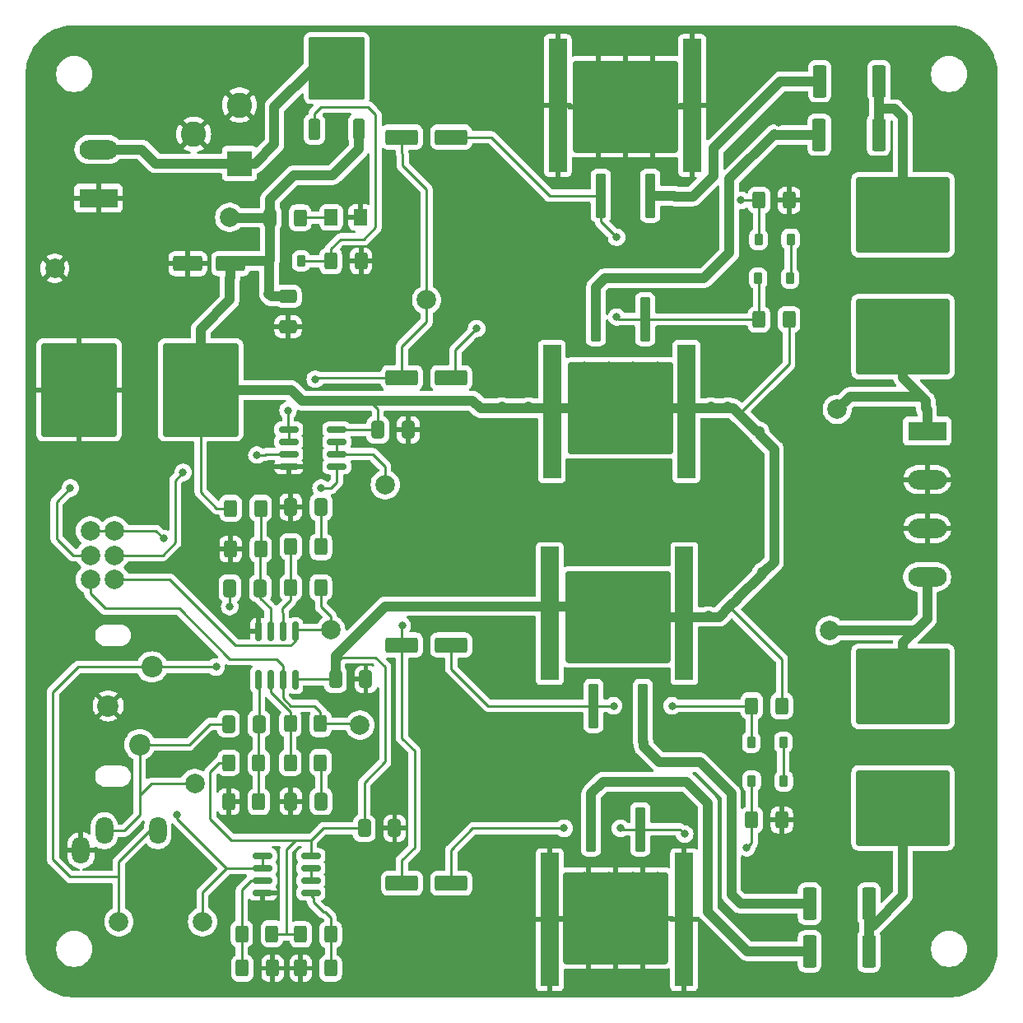
<source format=gtl>
%TF.GenerationSoftware,KiCad,Pcbnew,8.0.0*%
%TF.CreationDate,2024-05-08T19:12:17-04:00*%
%TF.ProjectId,Basic Stereo Amp v2,42617369-6320-4537-9465-72656f20416d,rev?*%
%TF.SameCoordinates,Original*%
%TF.FileFunction,Copper,L1,Top*%
%TF.FilePolarity,Positive*%
%FSLAX46Y46*%
G04 Gerber Fmt 4.6, Leading zero omitted, Abs format (unit mm)*
G04 Created by KiCad (PCBNEW 8.0.0) date 2024-05-08 19:12:17*
%MOMM*%
%LPD*%
G01*
G04 APERTURE LIST*
G04 Aperture macros list*
%AMRoundRect*
0 Rectangle with rounded corners*
0 $1 Rounding radius*
0 $2 $3 $4 $5 $6 $7 $8 $9 X,Y pos of 4 corners*
0 Add a 4 corners polygon primitive as box body*
4,1,4,$2,$3,$4,$5,$6,$7,$8,$9,$2,$3,0*
0 Add four circle primitives for the rounded corners*
1,1,$1+$1,$2,$3*
1,1,$1+$1,$4,$5*
1,1,$1+$1,$6,$7*
1,1,$1+$1,$8,$9*
0 Add four rect primitives between the rounded corners*
20,1,$1+$1,$2,$3,$4,$5,0*
20,1,$1+$1,$4,$5,$6,$7,0*
20,1,$1+$1,$6,$7,$8,$9,0*
20,1,$1+$1,$8,$9,$2,$3,0*%
G04 Aperture macros list end*
%TA.AperFunction,SMDPad,CuDef*%
%ADD10RoundRect,0.250000X0.400000X0.625000X-0.400000X0.625000X-0.400000X-0.625000X0.400000X-0.625000X0*%
%TD*%
%TA.AperFunction,SMDPad,CuDef*%
%ADD11RoundRect,0.249998X-4.550002X3.650002X-4.550002X-3.650002X4.550002X-3.650002X4.550002X3.650002X0*%
%TD*%
%TA.AperFunction,SMDPad,CuDef*%
%ADD12RoundRect,0.249999X0.450001X1.425001X-0.450001X1.425001X-0.450001X-1.425001X0.450001X-1.425001X0*%
%TD*%
%TA.AperFunction,ComponentPad*%
%ADD13C,2.000000*%
%TD*%
%TA.AperFunction,SMDPad,CuDef*%
%ADD14RoundRect,0.250000X0.350000X-0.850000X0.350000X0.850000X-0.350000X0.850000X-0.350000X-0.850000X0*%
%TD*%
%TA.AperFunction,SMDPad,CuDef*%
%ADD15RoundRect,0.250000X1.125000X-1.275000X1.125000X1.275000X-1.125000X1.275000X-1.125000X-1.275000X0*%
%TD*%
%TA.AperFunction,SMDPad,CuDef*%
%ADD16RoundRect,0.249997X2.650003X-2.950003X2.650003X2.950003X-2.650003X2.950003X-2.650003X-2.950003X0*%
%TD*%
%TA.AperFunction,ComponentPad*%
%ADD17O,1.800000X2.800000*%
%TD*%
%TA.AperFunction,SMDPad,CuDef*%
%ADD18RoundRect,0.250000X-0.400000X-0.625000X0.400000X-0.625000X0.400000X0.625000X-0.400000X0.625000X0*%
%TD*%
%TA.AperFunction,SMDPad,CuDef*%
%ADD19RoundRect,0.250000X-1.412500X-0.550000X1.412500X-0.550000X1.412500X0.550000X-1.412500X0.550000X0*%
%TD*%
%TA.AperFunction,SMDPad,CuDef*%
%ADD20RoundRect,0.250000X0.300000X-2.050000X0.300000X2.050000X-0.300000X2.050000X-0.300000X-2.050000X0*%
%TD*%
%TA.AperFunction,SMDPad,CuDef*%
%ADD21RoundRect,0.250000X2.375000X-2.025000X2.375000X2.025000X-2.375000X2.025000X-2.375000X-2.025000X0*%
%TD*%
%TA.AperFunction,SMDPad,CuDef*%
%ADD22RoundRect,0.250002X5.149998X-4.449998X5.149998X4.449998X-5.149998X4.449998X-5.149998X-4.449998X0*%
%TD*%
%TA.AperFunction,SMDPad,CuDef*%
%ADD23RoundRect,0.150000X-0.150000X0.825000X-0.150000X-0.825000X0.150000X-0.825000X0.150000X0.825000X0*%
%TD*%
%TA.AperFunction,ComponentPad*%
%ADD24C,2.200000*%
%TD*%
%TA.AperFunction,SMDPad,CuDef*%
%ADD25RoundRect,0.225000X-0.225000X-0.375000X0.225000X-0.375000X0.225000X0.375000X-0.225000X0.375000X0*%
%TD*%
%TA.AperFunction,SMDPad,CuDef*%
%ADD26RoundRect,0.225000X0.225000X0.375000X-0.225000X0.375000X-0.225000X-0.375000X0.225000X-0.375000X0*%
%TD*%
%TA.AperFunction,SMDPad,CuDef*%
%ADD27R,1.850000X13.700000*%
%TD*%
%TA.AperFunction,SMDPad,CuDef*%
%ADD28RoundRect,0.250000X0.412500X0.650000X-0.412500X0.650000X-0.412500X-0.650000X0.412500X-0.650000X0*%
%TD*%
%TA.AperFunction,SMDPad,CuDef*%
%ADD29RoundRect,0.250000X-0.300000X2.050000X-0.300000X-2.050000X0.300000X-2.050000X0.300000X2.050000X0*%
%TD*%
%TA.AperFunction,SMDPad,CuDef*%
%ADD30RoundRect,0.250000X-2.375000X2.025000X-2.375000X-2.025000X2.375000X-2.025000X2.375000X2.025000X0*%
%TD*%
%TA.AperFunction,SMDPad,CuDef*%
%ADD31RoundRect,0.250002X-5.149998X4.449998X-5.149998X-4.449998X5.149998X-4.449998X5.149998X4.449998X0*%
%TD*%
%TA.AperFunction,SMDPad,CuDef*%
%ADD32RoundRect,0.250000X-0.650000X0.412500X-0.650000X-0.412500X0.650000X-0.412500X0.650000X0.412500X0*%
%TD*%
%TA.AperFunction,SMDPad,CuDef*%
%ADD33RoundRect,0.250000X-0.412500X-0.650000X0.412500X-0.650000X0.412500X0.650000X-0.412500X0.650000X0*%
%TD*%
%TA.AperFunction,SMDPad,CuDef*%
%ADD34RoundRect,0.249998X4.550002X-3.650002X4.550002X3.650002X-4.550002X3.650002X-4.550002X-3.650002X0*%
%TD*%
%TA.AperFunction,SMDPad,CuDef*%
%ADD35RoundRect,0.249999X-0.450001X-1.425001X0.450001X-1.425001X0.450001X1.425001X-0.450001X1.425001X0*%
%TD*%
%TA.AperFunction,ComponentPad*%
%ADD36R,3.960000X1.980000*%
%TD*%
%TA.AperFunction,ComponentPad*%
%ADD37O,3.960000X1.980000*%
%TD*%
%TA.AperFunction,SMDPad,CuDef*%
%ADD38RoundRect,0.150000X-0.825000X-0.150000X0.825000X-0.150000X0.825000X0.150000X-0.825000X0.150000X0*%
%TD*%
%TA.AperFunction,SMDPad,CuDef*%
%ADD39RoundRect,0.250001X0.462499X0.624999X-0.462499X0.624999X-0.462499X-0.624999X0.462499X-0.624999X0*%
%TD*%
%TA.AperFunction,ComponentPad*%
%ADD40R,2.600000X2.600000*%
%TD*%
%TA.AperFunction,ComponentPad*%
%ADD41C,2.600000*%
%TD*%
%TA.AperFunction,SMDPad,CuDef*%
%ADD42RoundRect,0.249998X3.650002X4.550002X-3.650002X4.550002X-3.650002X-4.550002X3.650002X-4.550002X0*%
%TD*%
%TA.AperFunction,SMDPad,CuDef*%
%ADD43RoundRect,0.250000X1.250000X0.550000X-1.250000X0.550000X-1.250000X-0.550000X1.250000X-0.550000X0*%
%TD*%
%TA.AperFunction,ViaPad*%
%ADD44C,0.800000*%
%TD*%
%TA.AperFunction,Conductor*%
%ADD45C,0.250000*%
%TD*%
%TA.AperFunction,Conductor*%
%ADD46C,1.000000*%
%TD*%
G04 APERTURE END LIST*
D10*
%TO.P,R7,1*%
%TO.N,Net-(C1-Pad1)*%
X130387500Y-103637500D03*
%TO.P,R7,2*%
%TO.N,Net-(U2A--)*%
X127287500Y-103637500D03*
%TD*%
D11*
%TO.P,C9,1*%
%TO.N,/POWC*%
X190250000Y-69500000D03*
%TO.P,C9,2*%
%TO.N,/POWD*%
X190250000Y-82000000D03*
%TD*%
D12*
%TO.P,R18,1*%
%TO.N,/POWC*%
X187800000Y-55750000D03*
%TO.P,R18,2*%
%TO.N,/POWB*%
X181700000Y-55750000D03*
%TD*%
D13*
%TO.P,TP11,1,1*%
%TO.N,GND*%
X103000000Y-75000000D03*
%TD*%
D10*
%TO.P,R5,1*%
%TO.N,Net-(U2B-+)*%
X123987500Y-125875000D03*
%TO.P,R5,2*%
%TO.N,VCC*%
X120887500Y-125875000D03*
%TD*%
D14*
%TO.P,Q5,1,G*%
%TO.N,Net-(D5-A)*%
X129722500Y-60700000D03*
D15*
%TO.P,Q5,2,D*%
%TO.N,/PWRIN*%
X130477500Y-56075000D03*
X133527500Y-56075000D03*
D16*
X132002500Y-54400000D03*
D15*
X130477500Y-52725000D03*
X133527500Y-52725000D03*
D14*
%TO.P,Q5,3,S*%
%TO.N,VCC*%
X134282500Y-60700000D03*
%TD*%
D10*
%TO.P,R3,1*%
%TO.N,Net-(U2A-+)*%
X124187500Y-99675000D03*
%TO.P,R3,2*%
%TO.N,VCC*%
X121087500Y-99675000D03*
%TD*%
D13*
%TO.P,TP6,1,1*%
%TO.N,Net-(U3A--)*%
X141250000Y-78250000D03*
%TD*%
D17*
%TO.P,J4,R*%
%TO.N,Net-(J1-IN1)*%
X113600000Y-132850000D03*
%TO.P,J4,S*%
%TO.N,GND*%
X105700000Y-134850000D03*
%TO.P,J4,T*%
%TO.N,Net-(J1-IN2)*%
X108100000Y-132850000D03*
%TD*%
D18*
%TO.P,R4,1*%
%TO.N,GND*%
X121087500Y-103875000D03*
%TO.P,R4,2*%
%TO.N,Net-(U2A-+)*%
X124187500Y-103875000D03*
%TD*%
%TO.P,R10,1*%
%TO.N,GND*%
X128300000Y-147000000D03*
%TO.P,R10,2*%
%TO.N,Net-(U1B-+)*%
X131400000Y-147000000D03*
%TD*%
D13*
%TO.P,TP10,1,1*%
%TO.N,VCC*%
X121000000Y-69750000D03*
%TD*%
D19*
%TO.P,C7,1*%
%TO.N,Net-(U3B--)*%
X138712500Y-113750000D03*
%TO.P,C7,2*%
%TO.N,Net-(D3-A)*%
X143787500Y-113750000D03*
%TD*%
D20*
%TO.P,Q4,1,B*%
%TO.N,Net-(D3-A)*%
X158420000Y-120000000D03*
D21*
%TO.P,Q4,2,C*%
%TO.N,VCC*%
X158185000Y-113275000D03*
X163735000Y-113275000D03*
D22*
X160960000Y-110850000D03*
D21*
X158185000Y-108425000D03*
X163735000Y-108425000D03*
D20*
%TO.P,Q4,3,E*%
%TO.N,/POWE*%
X163500000Y-120000000D03*
%TD*%
D23*
%TO.P,U2,1*%
%TO.N,Net-(R11-Pad2)*%
X127742500Y-112362500D03*
%TO.P,U2,2,-*%
%TO.N,Net-(U2A--)*%
X126472500Y-112362500D03*
%TO.P,U2,3,+*%
%TO.N,Net-(U2A-+)*%
X125202500Y-112362500D03*
%TO.P,U2,4,V-*%
%TO.N,GND*%
X123932500Y-112362500D03*
%TO.P,U2,5,+*%
%TO.N,Net-(U2B-+)*%
X123932500Y-117312500D03*
%TO.P,U2,6,-*%
%TO.N,Net-(U2B--)*%
X125202500Y-117312500D03*
%TO.P,U2,7*%
%TO.N,Net-(R12-Pad2)*%
X126472500Y-117312500D03*
%TO.P,U2,8,V+*%
%TO.N,VCC*%
X127742500Y-117312500D03*
%TD*%
D24*
%TO.P,J1,1,IN1*%
%TO.N,Net-(J1-IN1)*%
X113000000Y-116000000D03*
%TO.P,J1,2,IN2*%
%TO.N,Net-(J1-IN2)*%
X111750000Y-124000000D03*
%TO.P,J1,3,EXT*%
%TO.N,GND*%
X108500000Y-120000000D03*
%TD*%
D25*
%TO.P,D2,1,K*%
%TO.N,Net-(D2-K)*%
X175400000Y-72000000D03*
%TO.P,D2,2,A*%
%TO.N,Net-(D1-K)*%
X178700000Y-72000000D03*
%TD*%
D18*
%TO.P,R1,1*%
%TO.N,Net-(U1A-+)*%
X122250000Y-143450000D03*
%TO.P,R1,2*%
%TO.N,VCC*%
X125350000Y-143450000D03*
%TD*%
D13*
%TO.P,TP5,1,1*%
%TO.N,Net-(R11-Pad2)*%
X131400000Y-112200000D03*
%TD*%
D18*
%TO.P,R11,1*%
%TO.N,Net-(U2A--)*%
X127287500Y-107837500D03*
%TO.P,R11,2*%
%TO.N,Net-(R11-Pad2)*%
X130387500Y-107837500D03*
%TD*%
D13*
%TO.P,TP8,1,1*%
%TO.N,/POWD*%
X183500000Y-89500000D03*
%TD*%
D19*
%TO.P,C5,1*%
%TO.N,Net-(U3A--)*%
X138712500Y-86250000D03*
%TO.P,C5,2*%
%TO.N,Net-(D1-A)*%
X143787500Y-86250000D03*
%TD*%
D13*
%TO.P,TP1,1,1*%
%TO.N,Net-(J1-IN2)*%
X117400000Y-128000000D03*
%TD*%
D26*
%TO.P,D3,1,K*%
%TO.N,Net-(D3-K)*%
X177955000Y-123750000D03*
%TO.P,D3,2,A*%
%TO.N,Net-(D3-A)*%
X174655000Y-123750000D03*
%TD*%
D27*
%TO.P,HS4,1*%
%TO.N,GND*%
X153910000Y-142000000D03*
X167750000Y-142000000D03*
%TD*%
D28*
%TO.P,C1,1*%
%TO.N,Net-(C1-Pad1)*%
X130400000Y-99550000D03*
%TO.P,C1,2*%
%TO.N,GND*%
X127275000Y-99550000D03*
%TD*%
D18*
%TO.P,R22,1*%
%TO.N,VCC*%
X125150000Y-69800000D03*
%TO.P,R22,2*%
%TO.N,Net-(D6-A)*%
X128250000Y-69800000D03*
%TD*%
D29*
%TO.P,Q3,1,B*%
%TO.N,Net-(D4-K)*%
X163240000Y-132700000D03*
D30*
%TO.P,Q3,2,C*%
%TO.N,GND*%
X163475000Y-139425000D03*
X157925000Y-139425000D03*
D31*
X160700000Y-141850000D03*
D30*
X163475000Y-144275000D03*
X157925000Y-144275000D03*
D29*
%TO.P,Q3,3,E*%
%TO.N,/POWF*%
X158160000Y-132700000D03*
%TD*%
D10*
%TO.P,R2,1*%
%TO.N,GND*%
X125400000Y-147000000D03*
%TO.P,R2,2*%
%TO.N,Net-(U1A-+)*%
X122300000Y-147000000D03*
%TD*%
D32*
%TO.P,C16,1*%
%TO.N,VCC*%
X127000000Y-77875000D03*
%TO.P,C16,2*%
%TO.N,GND*%
X127000000Y-81000000D03*
%TD*%
D25*
%TO.P,D5,1,K*%
%TO.N,VCC*%
X125050000Y-74250000D03*
%TO.P,D5,2,A*%
%TO.N,Net-(D5-A)*%
X128350000Y-74250000D03*
%TD*%
D27*
%TO.P,HS2,1*%
%TO.N,VCC*%
X153920000Y-110500000D03*
X167760000Y-110500000D03*
%TD*%
D19*
%TO.P,C6,1*%
%TO.N,Net-(U3A--)*%
X138712500Y-61500000D03*
%TO.P,C6,2*%
%TO.N,Net-(D2-K)*%
X143787500Y-61500000D03*
%TD*%
D18*
%TO.P,R6,1*%
%TO.N,GND*%
X120887500Y-129875000D03*
%TO.P,R6,2*%
%TO.N,Net-(U2B-+)*%
X123987500Y-129875000D03*
%TD*%
D33*
%TO.P,C11,1*%
%TO.N,VCC*%
X131875000Y-117275000D03*
%TO.P,C11,2*%
%TO.N,GND*%
X135000000Y-117275000D03*
%TD*%
D34*
%TO.P,C10,1*%
%TO.N,/POWG*%
X190250000Y-130500000D03*
%TO.P,C10,2*%
%TO.N,/POWH*%
X190250000Y-118000000D03*
%TD*%
D25*
%TO.P,D4,1,K*%
%TO.N,Net-(D4-K)*%
X174700000Y-127750000D03*
%TO.P,D4,2,A*%
%TO.N,Net-(D3-K)*%
X178000000Y-127750000D03*
%TD*%
D27*
%TO.P,HS3,1*%
%TO.N,GND*%
X154750000Y-58250000D03*
X168590000Y-58250000D03*
%TD*%
D13*
%TO.P,TP4,1,1*%
%TO.N,Net-(R12-Pad2)*%
X134400000Y-122000000D03*
%TD*%
D35*
%TO.P,R17,1*%
%TO.N,/POWA*%
X181650000Y-61250000D03*
%TO.P,R17,2*%
%TO.N,/POWC*%
X187750000Y-61250000D03*
%TD*%
D13*
%TO.P,RV1,1,1*%
%TO.N,Net-(R11-Pad2)*%
X109162500Y-107000000D03*
%TO.P,RV1,2,2*%
%TO.N,Net-(U3A-+)*%
X109162500Y-104500000D03*
%TO.P,RV1,3,3*%
%TO.N,VCC_DIV_2*%
X109162500Y-102000000D03*
%TO.P,RV1,4,4*%
%TO.N,Net-(R12-Pad2)*%
X106662500Y-107000000D03*
%TO.P,RV1,5,5*%
%TO.N,Net-(U3B-+)*%
X106662500Y-104500000D03*
%TO.P,RV1,6,6*%
%TO.N,VCC_DIV_2*%
X106662500Y-102000000D03*
%TD*%
D36*
%TO.P,J3,1,Pin_1*%
%TO.N,/POWD*%
X192750000Y-91740000D03*
D37*
%TO.P,J3,2,Pin_2*%
%TO.N,GND*%
X192750000Y-96740000D03*
%TO.P,J3,3,Pin_3*%
X192750000Y-101740000D03*
%TO.P,J3,4,Pin_4*%
%TO.N,/POWH*%
X192750000Y-106740000D03*
%TD*%
D36*
%TO.P,J2,1,Pin_1*%
%TO.N,GND*%
X107500000Y-67765000D03*
D37*
%TO.P,J2,2,Pin_2*%
%TO.N,/PWRIN*%
X107500000Y-62765000D03*
%TD*%
D18*
%TO.P,R14,1*%
%TO.N,Net-(D2-K)*%
X175450000Y-68000000D03*
%TO.P,R14,2*%
%TO.N,GND*%
X178550000Y-68000000D03*
%TD*%
D38*
%TO.P,U1,1*%
%TO.N,VCC_DIV_2*%
X124400000Y-135440000D03*
%TO.P,U1,2,-*%
X124400000Y-136710000D03*
%TO.P,U1,3,+*%
%TO.N,Net-(U1A-+)*%
X124400000Y-137980000D03*
%TO.P,U1,4,V-*%
%TO.N,GND*%
X124400000Y-139250000D03*
%TO.P,U1,5,+*%
%TO.N,Net-(U1B-+)*%
X129350000Y-139250000D03*
%TO.P,U1,6,-*%
%TO.N,Net-(U1B--)*%
X129350000Y-137980000D03*
%TO.P,U1,7*%
X129350000Y-136710000D03*
%TO.P,U1,8,V+*%
%TO.N,VCC*%
X129350000Y-135440000D03*
%TD*%
D20*
%TO.P,Q1,1,B*%
%TO.N,Net-(D2-K)*%
X159175000Y-67525000D03*
D21*
%TO.P,Q1,2,C*%
%TO.N,GND*%
X158940000Y-60800000D03*
X164490000Y-60800000D03*
D22*
X161715000Y-58375000D03*
D21*
X158940000Y-55950000D03*
X164490000Y-55950000D03*
D20*
%TO.P,Q1,3,E*%
%TO.N,/POWB*%
X164255000Y-67525000D03*
%TD*%
D18*
%TO.P,R16,1*%
%TO.N,Net-(D4-K)*%
X174700000Y-131750000D03*
%TO.P,R16,2*%
%TO.N,GND*%
X177800000Y-131750000D03*
%TD*%
D13*
%TO.P,TP3,1,1*%
%TO.N,VCC_DIV_2*%
X118200000Y-142200000D03*
%TD*%
%TO.P,TP7,1,1*%
%TO.N,Net-(U3B--)*%
X137000000Y-97250000D03*
%TD*%
D35*
%TO.P,R19,1*%
%TO.N,/POWE*%
X180650000Y-140360000D03*
%TO.P,R19,2*%
%TO.N,/POWG*%
X186750000Y-140360000D03*
%TD*%
D12*
%TO.P,R20,1*%
%TO.N,/POWG*%
X186750000Y-145250000D03*
%TO.P,R20,2*%
%TO.N,/POWF*%
X180650000Y-145250000D03*
%TD*%
D10*
%TO.P,R9,1*%
%TO.N,Net-(U1B-+)*%
X131400000Y-143500000D03*
%TO.P,R9,2*%
%TO.N,VCC*%
X128300000Y-143500000D03*
%TD*%
D27*
%TO.P,HS1,1*%
%TO.N,VCC*%
X167990000Y-89725000D03*
X154150000Y-89725000D03*
%TD*%
D29*
%TO.P,Q2,1,B*%
%TO.N,Net-(D1-A)*%
X163740000Y-80225000D03*
D30*
%TO.P,Q2,2,C*%
%TO.N,VCC*%
X163975000Y-86950000D03*
X158425000Y-86950000D03*
D31*
X161200000Y-89375000D03*
D30*
X163975000Y-91800000D03*
X158425000Y-91800000D03*
D29*
%TO.P,Q2,3,E*%
%TO.N,/POWA*%
X158660000Y-80225000D03*
%TD*%
D28*
%TO.P,C4,1*%
%TO.N,Net-(U2B-+)*%
X124000000Y-121875000D03*
%TO.P,C4,2*%
%TO.N,Net-(J1-IN2)*%
X120875000Y-121875000D03*
%TD*%
D39*
%TO.P,D6,1,K*%
%TO.N,GND*%
X134415000Y-69760000D03*
%TO.P,D6,2,A*%
%TO.N,Net-(D6-A)*%
X131440000Y-69760000D03*
%TD*%
D10*
%TO.P,R15,1*%
%TO.N,VCC*%
X177800000Y-120000000D03*
%TO.P,R15,2*%
%TO.N,Net-(D3-A)*%
X174700000Y-120000000D03*
%TD*%
D26*
%TO.P,D1,1,K*%
%TO.N,Net-(D1-K)*%
X178650000Y-76000000D03*
%TO.P,D1,2,A*%
%TO.N,Net-(D1-A)*%
X175350000Y-76000000D03*
%TD*%
D28*
%TO.P,C3,1*%
%TO.N,Net-(U2A-+)*%
X124150000Y-107912500D03*
%TO.P,C3,2*%
%TO.N,Net-(J1-IN1)*%
X121025000Y-107912500D03*
%TD*%
D40*
%TO.P,J5,1*%
%TO.N,/PWRIN*%
X122000000Y-64200000D03*
D41*
%TO.P,J5,2*%
%TO.N,GND*%
X122000000Y-58200000D03*
%TO.P,J5,3*%
X117300000Y-61200000D03*
%TD*%
D19*
%TO.P,C8,1*%
%TO.N,Net-(U3B--)*%
X138712500Y-138250000D03*
%TO.P,C8,2*%
%TO.N,Net-(D4-K)*%
X143787500Y-138250000D03*
%TD*%
D13*
%TO.P,TP9,1,1*%
%TO.N,/POWH*%
X182750000Y-112250000D03*
%TD*%
D10*
%TO.P,R13,1*%
%TO.N,VCC*%
X178550000Y-80250000D03*
%TO.P,R13,2*%
%TO.N,Net-(D1-A)*%
X175450000Y-80250000D03*
%TD*%
D18*
%TO.P,R12,1*%
%TO.N,Net-(U2B--)*%
X127237500Y-121837500D03*
%TO.P,R12,2*%
%TO.N,Net-(R12-Pad2)*%
X130337500Y-121837500D03*
%TD*%
D42*
%TO.P,C13,1*%
%TO.N,VCC*%
X118000000Y-87500000D03*
%TO.P,C13,2*%
%TO.N,GND*%
X105500000Y-87500000D03*
%TD*%
D33*
%TO.P,C12,1*%
%TO.N,VCC*%
X136237500Y-91600000D03*
%TO.P,C12,2*%
%TO.N,GND*%
X139362500Y-91600000D03*
%TD*%
D43*
%TO.P,C15,1*%
%TO.N,VCC*%
X121087500Y-74500000D03*
%TO.P,C15,2*%
%TO.N,GND*%
X116687500Y-74500000D03*
%TD*%
D33*
%TO.P,C14,1*%
%TO.N,VCC*%
X134837500Y-132600000D03*
%TO.P,C14,2*%
%TO.N,GND*%
X137962500Y-132600000D03*
%TD*%
D28*
%TO.P,C2,1*%
%TO.N,Net-(C2-Pad1)*%
X130400000Y-129837500D03*
%TO.P,C2,2*%
%TO.N,GND*%
X127275000Y-129837500D03*
%TD*%
D10*
%TO.P,R8,1*%
%TO.N,Net-(C2-Pad1)*%
X130337500Y-125837500D03*
%TO.P,R8,2*%
%TO.N,Net-(U2B--)*%
X127237500Y-125837500D03*
%TD*%
D18*
%TO.P,R21,1*%
%TO.N,Net-(D5-A)*%
X131400000Y-74250000D03*
%TO.P,R21,2*%
%TO.N,GND*%
X134500000Y-74250000D03*
%TD*%
D13*
%TO.P,TP2,1,1*%
%TO.N,Net-(J1-IN1)*%
X109600000Y-142200000D03*
%TD*%
D38*
%TO.P,U3,1*%
%TO.N,Net-(U3A--)*%
X127075000Y-91575000D03*
%TO.P,U3,2,-*%
X127075000Y-92845000D03*
%TO.P,U3,3,+*%
%TO.N,Net-(U3A-+)*%
X127075000Y-94115000D03*
%TO.P,U3,4,V-*%
%TO.N,GND*%
X127075000Y-95385000D03*
%TO.P,U3,5,+*%
%TO.N,Net-(U3B-+)*%
X132025000Y-95385000D03*
%TO.P,U3,6,-*%
%TO.N,Net-(U3B--)*%
X132025000Y-94115000D03*
%TO.P,U3,7*%
X132025000Y-92845000D03*
%TO.P,U3,8,V+*%
%TO.N,VCC*%
X132025000Y-91575000D03*
%TD*%
D44*
%TO.N,GND*%
X197500000Y-112500000D03*
X125000000Y-52500000D03*
X177500000Y-137500000D03*
X110000000Y-130000000D03*
X102500000Y-115000000D03*
X147500000Y-52500000D03*
X157500000Y-142500000D03*
X160000000Y-57500000D03*
X135000000Y-107500000D03*
X187500000Y-137500000D03*
X117500000Y-107500000D03*
X162500000Y-140000000D03*
X197500000Y-95000000D03*
X182500000Y-122500000D03*
X142500000Y-122500000D03*
X142500000Y-107500000D03*
X112500000Y-147500000D03*
X197500000Y-137500000D03*
X182500000Y-80000000D03*
X110000000Y-122500000D03*
X157500000Y-62500000D03*
X182500000Y-52500000D03*
X197500000Y-87500000D03*
X132500000Y-137500000D03*
X142500000Y-52500000D03*
X187500000Y-100000000D03*
X160000000Y-62500000D03*
X197500000Y-67500000D03*
X190000000Y-147500000D03*
X132500000Y-130000000D03*
X162500000Y-137500000D03*
X160000000Y-55000000D03*
X197500000Y-107500000D03*
X197500000Y-122500000D03*
X160000000Y-145000000D03*
X145000000Y-67500000D03*
X102500000Y-67500000D03*
X160000000Y-137500000D03*
X112500000Y-75000000D03*
X140000000Y-95000000D03*
X197500000Y-80000000D03*
X137500000Y-147500000D03*
X112500000Y-60000000D03*
X150000000Y-122500000D03*
X162500000Y-60000000D03*
X107500000Y-60000000D03*
X120000000Y-52500000D03*
X157500000Y-145000000D03*
X162500000Y-142500000D03*
X107500000Y-75000000D03*
X160000000Y-60000000D03*
X142500000Y-100000000D03*
X135000000Y-100000000D03*
X150000000Y-67500000D03*
X112500000Y-67500000D03*
X187500000Y-95000000D03*
X102500000Y-80000000D03*
X160000000Y-142500000D03*
X172500000Y-52500000D03*
X182500000Y-67500000D03*
X182500000Y-100000000D03*
X197500000Y-75000000D03*
X165000000Y-137500000D03*
X122500000Y-80000000D03*
X187500000Y-52500000D03*
X160000000Y-140000000D03*
X117500000Y-100000000D03*
X182500000Y-107500000D03*
X115000000Y-52500000D03*
X190000000Y-145000000D03*
X117500000Y-67500000D03*
X177500000Y-147500000D03*
X112500000Y-137500000D03*
X162500000Y-145000000D03*
X157500000Y-57500000D03*
X182500000Y-130000000D03*
X122500000Y-67500000D03*
X177500000Y-60000000D03*
X142500000Y-75000000D03*
X165000000Y-140000000D03*
X110000000Y-52500000D03*
X112500000Y-100000000D03*
X157500000Y-60000000D03*
X137500000Y-52500000D03*
X197500000Y-100000000D03*
X107500000Y-80000000D03*
X105000000Y-130000000D03*
X102500000Y-107500000D03*
X157500000Y-140000000D03*
X170000000Y-122500000D03*
X112500000Y-145000000D03*
X139000000Y-67750000D03*
X102500000Y-95000000D03*
X165000000Y-62500000D03*
X130000000Y-67500000D03*
X165000000Y-55000000D03*
X187500000Y-75000000D03*
X112500000Y-87500000D03*
X165000000Y-60000000D03*
X137500000Y-75000000D03*
X105000000Y-122500000D03*
X112500000Y-80000000D03*
X137500000Y-80000000D03*
X182500000Y-95000000D03*
X162500000Y-62500000D03*
X120000000Y-145000000D03*
X182500000Y-75000000D03*
X138750000Y-57500000D03*
X192500000Y-75000000D03*
X162500000Y-55000000D03*
X145000000Y-145000000D03*
X165000000Y-145000000D03*
X187500000Y-107500000D03*
X117500000Y-137500000D03*
X165000000Y-142500000D03*
X145000000Y-147500000D03*
X137500000Y-145000000D03*
X132500000Y-80000000D03*
X165000000Y-57500000D03*
X192500000Y-60000000D03*
X162500000Y-57500000D03*
X195000000Y-87500000D03*
X147500000Y-60000000D03*
X177500000Y-52500000D03*
X102500000Y-60000000D03*
X157500000Y-55000000D03*
X157500000Y-137500000D03*
X197500000Y-60000000D03*
X110000000Y-95000000D03*
X137500000Y-130000000D03*
X197500000Y-130000000D03*
X120000000Y-60000000D03*
%TO.N,Net-(J1-IN1)*%
X121000000Y-109800000D03*
X119600000Y-116000000D03*
%TO.N,Net-(U3A--)*%
X129800000Y-86400000D03*
X127000000Y-89600000D03*
%TO.N,Net-(D1-A)*%
X160800000Y-80000000D03*
X146400000Y-81200000D03*
%TO.N,Net-(D2-K)*%
X173600000Y-68000000D03*
X160800000Y-71800000D03*
%TO.N,Net-(U3B--)*%
X138750000Y-111750000D03*
%TO.N,Net-(D3-A)*%
X160500000Y-120000000D03*
X166500000Y-120000000D03*
%TO.N,Net-(D4-K)*%
X167800000Y-133200000D03*
X155400000Y-132600000D03*
X174200000Y-134600000D03*
X161200000Y-132600000D03*
%TO.N,VCC*%
X151250000Y-109750000D03*
X160000000Y-112500000D03*
X177000000Y-103500000D03*
X177000000Y-100500000D03*
X160000000Y-92500000D03*
X157500000Y-87500000D03*
X172250000Y-89250000D03*
X157500000Y-107500000D03*
X165000000Y-110000000D03*
X149000000Y-89250000D03*
X170250000Y-110750000D03*
X175500000Y-91750000D03*
X165000000Y-90000000D03*
X160000000Y-85000000D03*
X160000000Y-107500000D03*
X157500000Y-92500000D03*
X157500000Y-90000000D03*
X157500000Y-112500000D03*
X162500000Y-107500000D03*
X165000000Y-115000000D03*
X157500000Y-85000000D03*
X173250000Y-109000000D03*
X157500000Y-115000000D03*
X160000000Y-87500000D03*
X162500000Y-115000000D03*
X162500000Y-110000000D03*
X160000000Y-90000000D03*
X177000000Y-94500000D03*
X165000000Y-107500000D03*
X160000000Y-110000000D03*
X148500000Y-109750000D03*
X162500000Y-92500000D03*
X160000000Y-115000000D03*
X170500000Y-89250000D03*
X165000000Y-92500000D03*
X162500000Y-85000000D03*
X165000000Y-85000000D03*
X165000000Y-112500000D03*
X151750000Y-89250000D03*
X162500000Y-87500000D03*
X165000000Y-87500000D03*
X162500000Y-90000000D03*
X175750000Y-106250000D03*
X177000000Y-97250000D03*
X157500000Y-110000000D03*
X162500000Y-112500000D03*
%TO.N,Net-(U3A-+)*%
X116200000Y-96000000D03*
X123800000Y-94200000D03*
%TO.N,VCC_DIV_2*%
X115600000Y-131200000D03*
X114200000Y-102800000D03*
%TO.N,Net-(U3B-+)*%
X130400000Y-97600000D03*
X104600000Y-97600000D03*
%TD*%
D45*
%TO.N,Net-(C1-Pad1)*%
X130400000Y-103625000D02*
X130387500Y-103637500D01*
X130400000Y-99550000D02*
X130400000Y-103625000D01*
%TO.N,Net-(C2-Pad1)*%
X130400000Y-125900000D02*
X130337500Y-125837500D01*
X130400000Y-129837500D02*
X130400000Y-125900000D01*
%TO.N,Net-(U2A-+)*%
X124187500Y-103875000D02*
X124187500Y-104387500D01*
X124150000Y-104425000D02*
X124150000Y-107912500D01*
X124150000Y-107912500D02*
X124150000Y-108950000D01*
X125202500Y-110402500D02*
X125202500Y-112362500D01*
X124187500Y-99675000D02*
X124187500Y-103875000D01*
X125200000Y-110000000D02*
X125200000Y-110400000D01*
X124150000Y-108950000D02*
X125200000Y-110000000D01*
X124187500Y-104387500D02*
X124150000Y-104425000D01*
X125200000Y-110400000D02*
X125202500Y-110402500D01*
%TO.N,Net-(J1-IN1)*%
X102800000Y-118600000D02*
X105400000Y-116000000D01*
X109600000Y-136000000D02*
X112750000Y-132850000D01*
X109600000Y-137600000D02*
X109600000Y-136000000D01*
X121025000Y-109775000D02*
X121000000Y-109800000D01*
X109600000Y-142200000D02*
X109600000Y-137600000D01*
X109600000Y-137600000D02*
X104600000Y-137600000D01*
X112750000Y-132850000D02*
X113600000Y-132850000D01*
X121025000Y-107912500D02*
X121025000Y-109775000D01*
X102800000Y-135800000D02*
X102800000Y-118600000D01*
X119600000Y-116000000D02*
X113000000Y-116000000D01*
X104600000Y-137600000D02*
X102800000Y-135800000D01*
X105400000Y-116000000D02*
X113000000Y-116000000D01*
%TO.N,Net-(U2B-+)*%
X123987500Y-121887500D02*
X124000000Y-121875000D01*
X124000000Y-117380000D02*
X123932500Y-117312500D01*
X123987500Y-125875000D02*
X123987500Y-129875000D01*
X123987500Y-125875000D02*
X123987500Y-121887500D01*
X124000000Y-121875000D02*
X124000000Y-117380000D01*
%TO.N,Net-(J1-IN2)*%
X111750000Y-124000000D02*
X111750000Y-129200000D01*
X118925000Y-121875000D02*
X120875000Y-121875000D01*
X111750000Y-124000000D02*
X116800000Y-124000000D01*
X111750000Y-131250000D02*
X110150000Y-132850000D01*
X116800000Y-124000000D02*
X118925000Y-121875000D01*
X111750000Y-129200000D02*
X111750000Y-131250000D01*
X117400000Y-128000000D02*
X112950000Y-128000000D01*
X112950000Y-128000000D02*
X111750000Y-129200000D01*
X110150000Y-132850000D02*
X108100000Y-132850000D01*
%TO.N,Net-(U3A--)*%
X141250000Y-78250000D02*
X141250000Y-66850000D01*
X138712500Y-86250000D02*
X129950000Y-86250000D01*
X127000000Y-91500000D02*
X127075000Y-91575000D01*
X138800000Y-64400000D02*
X138800000Y-63200000D01*
X127000000Y-89600000D02*
X127000000Y-91500000D01*
X127075000Y-91575000D02*
X127075000Y-92845000D01*
X138800000Y-63200000D02*
X138712500Y-63112500D01*
X138712500Y-83037500D02*
X141250000Y-80500000D01*
X141250000Y-66850000D02*
X138800000Y-64400000D01*
X129950000Y-86250000D02*
X129800000Y-86400000D01*
X138712500Y-63112500D02*
X138712500Y-61500000D01*
X138712500Y-86250000D02*
X138712500Y-83037500D01*
X141250000Y-80500000D02*
X141250000Y-78250000D01*
%TO.N,Net-(D1-A)*%
X146400000Y-81200000D02*
X144200000Y-83400000D01*
X163765000Y-80250000D02*
X163740000Y-80225000D01*
X144200000Y-83400000D02*
X144200000Y-85837500D01*
X161025000Y-80225000D02*
X160800000Y-80000000D01*
X163740000Y-80225000D02*
X161025000Y-80225000D01*
X175450000Y-76100000D02*
X175350000Y-76000000D01*
X175450000Y-80250000D02*
X163765000Y-80250000D01*
X144200000Y-85837500D02*
X143787500Y-86250000D01*
X175450000Y-80250000D02*
X175450000Y-76100000D01*
%TO.N,Net-(D2-K)*%
X159175000Y-70175000D02*
X159175000Y-67525000D01*
X147900000Y-61500000D02*
X143787500Y-61500000D01*
X175450000Y-68000000D02*
X173600000Y-68000000D01*
X175450000Y-71950000D02*
X175400000Y-72000000D01*
X153925000Y-67525000D02*
X147900000Y-61500000D01*
X175450000Y-68000000D02*
X175450000Y-71950000D01*
X160800000Y-71800000D02*
X159175000Y-70175000D01*
X159175000Y-67525000D02*
X153925000Y-67525000D01*
%TO.N,Net-(U3B--)*%
X132025000Y-92845000D02*
X132025000Y-94115000D01*
X138712500Y-113750000D02*
X138712500Y-111787500D01*
X138712500Y-138250000D02*
X138712500Y-135887500D01*
X138712500Y-123312500D02*
X138712500Y-113750000D01*
X135715000Y-94115000D02*
X132025000Y-94115000D01*
X138712500Y-135887500D02*
X140000000Y-134600000D01*
X140000000Y-134600000D02*
X140000000Y-124600000D01*
X137000000Y-95400000D02*
X135715000Y-94115000D01*
X137000000Y-97250000D02*
X137000000Y-95400000D01*
X140000000Y-124600000D02*
X138712500Y-123312500D01*
X138712500Y-111787500D02*
X138750000Y-111750000D01*
%TO.N,Net-(D3-A)*%
X147600000Y-120000000D02*
X143800000Y-116200000D01*
X166500000Y-120000000D02*
X174700000Y-120000000D01*
X174700000Y-123705000D02*
X174655000Y-123750000D01*
X143800000Y-116200000D02*
X143800000Y-115600000D01*
X174700000Y-120000000D02*
X174700000Y-123705000D01*
X143800000Y-115600000D02*
X143787500Y-115587500D01*
X143787500Y-115587500D02*
X143787500Y-113750000D01*
X158420000Y-120000000D02*
X160500000Y-120000000D01*
X158420000Y-120000000D02*
X147600000Y-120000000D01*
%TO.N,Net-(D4-K)*%
X163240000Y-132700000D02*
X167300000Y-132700000D01*
X161300000Y-132700000D02*
X161200000Y-132600000D01*
X146000000Y-132600000D02*
X143787500Y-134812500D01*
X155400000Y-132600000D02*
X146000000Y-132600000D01*
X143787500Y-134812500D02*
X143787500Y-138250000D01*
X174700000Y-134100000D02*
X174200000Y-134600000D01*
X174700000Y-127750000D02*
X174700000Y-131750000D01*
X174700000Y-131750000D02*
X174700000Y-134100000D01*
X167300000Y-132700000D02*
X167800000Y-133200000D01*
X163240000Y-132700000D02*
X161300000Y-132700000D01*
D46*
%TO.N,/POWC*%
X189400000Y-58600000D02*
X188200000Y-58600000D01*
X187800000Y-61200000D02*
X187750000Y-61250000D01*
X190250000Y-59450000D02*
X189400000Y-58600000D01*
X188200000Y-58600000D02*
X187800000Y-58200000D01*
X187800000Y-55750000D02*
X187800000Y-58200000D01*
X190250000Y-69500000D02*
X190250000Y-59450000D01*
X187800000Y-58200000D02*
X187800000Y-61200000D01*
%TO.N,/POWD*%
X190250000Y-82000000D02*
X190250000Y-86250000D01*
X192600000Y-88600000D02*
X192600000Y-89400000D01*
X190250000Y-86250000D02*
X192200000Y-88200000D01*
X184800000Y-88200000D02*
X192200000Y-88200000D01*
X192600000Y-89400000D02*
X192750000Y-89550000D01*
X192750000Y-89550000D02*
X192750000Y-91740000D01*
X192200000Y-88200000D02*
X192600000Y-88600000D01*
X183500000Y-89500000D02*
X184800000Y-88200000D01*
%TO.N,/POWG*%
X186750000Y-142600000D02*
X187200000Y-142600000D01*
X190250000Y-139550000D02*
X190250000Y-130500000D01*
X187200000Y-142600000D02*
X190250000Y-139550000D01*
X186750000Y-140360000D02*
X186750000Y-142600000D01*
X186750000Y-142600000D02*
X186750000Y-145250000D01*
%TO.N,/POWH*%
X190250000Y-113550000D02*
X190250000Y-118000000D01*
X191550000Y-112250000D02*
X192100000Y-111700000D01*
X192750000Y-111050000D02*
X192100000Y-111700000D01*
X192750000Y-106740000D02*
X192750000Y-111050000D01*
X182750000Y-112250000D02*
X191550000Y-112250000D01*
X192100000Y-111700000D02*
X190250000Y-113550000D01*
%TO.N,VCC*%
X164150000Y-110850000D02*
X163350000Y-110850000D01*
X172400000Y-109800000D02*
X171350000Y-110850000D01*
X175750000Y-106450000D02*
X173250000Y-108950000D01*
X165000000Y-110000000D02*
X164150000Y-110850000D01*
D45*
X136237500Y-89437500D02*
X135400000Y-88600000D01*
X119000000Y-126800000D02*
X119925000Y-125875000D01*
D46*
X146775000Y-89375000D02*
X146000000Y-88600000D01*
X175750000Y-106250000D02*
X175750000Y-106450000D01*
X162500000Y-110000000D02*
X161650000Y-110850000D01*
X170625000Y-89375000D02*
X172125000Y-89375000D01*
D45*
X177800000Y-115200000D02*
X172400000Y-109800000D01*
X130600000Y-132600000D02*
X129350000Y-133850000D01*
D46*
X149125000Y-89375000D02*
X149000000Y-89250000D01*
X151875000Y-89375000D02*
X151750000Y-89250000D01*
X175500000Y-91750000D02*
X175500000Y-92100000D01*
D45*
X131875000Y-117275000D02*
X131875000Y-115625000D01*
X118000000Y-87500000D02*
X118000000Y-98000000D01*
D46*
X131600000Y-65400000D02*
X127600000Y-65400000D01*
X177000000Y-105200000D02*
X175950000Y-106250000D01*
X158125000Y-89375000D02*
X157500000Y-90000000D01*
X170350000Y-110850000D02*
X170250000Y-110750000D01*
X118000000Y-87500000D02*
X118000000Y-81250000D01*
D45*
X126800000Y-143500000D02*
X125400000Y-143500000D01*
D46*
X162500000Y-90000000D02*
X163125000Y-89375000D01*
D45*
X136237500Y-91600000D02*
X136237500Y-89437500D01*
D46*
X125150000Y-69800000D02*
X121050000Y-69800000D01*
X165850000Y-110850000D02*
X165000000Y-110000000D01*
X151625000Y-89375000D02*
X149125000Y-89375000D01*
X170500000Y-89250000D02*
X170625000Y-89375000D01*
X173400000Y-90000000D02*
X175150000Y-91750000D01*
X172125000Y-89375000D02*
X172250000Y-89250000D01*
X165625000Y-89375000D02*
X170375000Y-89375000D01*
D45*
X127800000Y-133800000D02*
X121200000Y-133800000D01*
D46*
X137000000Y-109750000D02*
X131875000Y-114875000D01*
X157500000Y-90000000D02*
X156875000Y-89375000D01*
X173200000Y-109000000D02*
X172400000Y-109800000D01*
D45*
X132500000Y-115000000D02*
X136000000Y-115000000D01*
X125400000Y-143500000D02*
X125350000Y-143450000D01*
D46*
X175950000Y-106250000D02*
X175750000Y-106250000D01*
X175150000Y-91750000D02*
X175500000Y-91750000D01*
X125050000Y-77550000D02*
X125000000Y-77600000D01*
X121000000Y-76000000D02*
X121087500Y-75912500D01*
X125050000Y-74250000D02*
X121337500Y-74250000D01*
X127600000Y-65400000D02*
X125150000Y-67850000D01*
X118000000Y-81250000D02*
X121000000Y-78250000D01*
X170375000Y-89375000D02*
X170500000Y-89250000D01*
X177000000Y-100500000D02*
X177000000Y-103500000D01*
D45*
X128300000Y-143500000D02*
X126800000Y-143500000D01*
D46*
X127300000Y-87500000D02*
X118000000Y-87500000D01*
X177000000Y-93600000D02*
X177000000Y-94500000D01*
X161875000Y-89375000D02*
X162500000Y-90000000D01*
X173250000Y-108950000D02*
X173250000Y-109000000D01*
X151750000Y-89250000D02*
X151625000Y-89375000D01*
X121337500Y-74250000D02*
X121087500Y-74500000D01*
X164375000Y-89375000D02*
X165000000Y-90000000D01*
X159375000Y-89375000D02*
X158125000Y-89375000D01*
X121050000Y-69800000D02*
X121000000Y-69750000D01*
D45*
X132050000Y-91600000D02*
X132025000Y-91575000D01*
X137000000Y-125750000D02*
X134837500Y-127912500D01*
X136000000Y-115000000D02*
X137000000Y-116000000D01*
D46*
X177000000Y-103500000D02*
X177000000Y-105200000D01*
X160000000Y-90000000D02*
X159375000Y-89375000D01*
X172250000Y-89250000D02*
X172375000Y-89375000D01*
D45*
X134837500Y-132600000D02*
X130600000Y-132600000D01*
X118000000Y-98000000D02*
X119675000Y-99675000D01*
D46*
X161200000Y-89375000D02*
X161875000Y-89375000D01*
X163350000Y-110850000D02*
X162500000Y-110000000D01*
X177000000Y-97250000D02*
X177000000Y-100500000D01*
X125150000Y-69800000D02*
X125150000Y-74150000D01*
X160960000Y-110850000D02*
X159860000Y-109750000D01*
X165000000Y-90000000D02*
X165625000Y-89375000D01*
D45*
X129350000Y-133850000D02*
X129350000Y-135440000D01*
D46*
X151250000Y-109750000D02*
X148500000Y-109750000D01*
X163125000Y-89375000D02*
X164375000Y-89375000D01*
X148500000Y-109750000D02*
X137000000Y-109750000D01*
X135400000Y-88600000D02*
X128400000Y-88600000D01*
X170250000Y-110750000D02*
X170150000Y-110850000D01*
X125150000Y-74150000D02*
X125050000Y-74250000D01*
D45*
X119925000Y-125875000D02*
X120887500Y-125875000D01*
D46*
X125000000Y-77600000D02*
X125275000Y-77875000D01*
D45*
X134837500Y-127912500D02*
X134837500Y-132600000D01*
X131875000Y-115625000D02*
X132500000Y-115000000D01*
D46*
X170150000Y-110850000D02*
X165850000Y-110850000D01*
X177000000Y-94500000D02*
X177000000Y-97250000D01*
D45*
X131875000Y-117275000D02*
X127780000Y-117275000D01*
D46*
X134282500Y-60700000D02*
X134282500Y-62717500D01*
D45*
X137000000Y-116000000D02*
X137000000Y-125750000D01*
D46*
X134282500Y-62717500D02*
X131600000Y-65400000D01*
X121000000Y-78250000D02*
X121000000Y-76000000D01*
D45*
X119000000Y-131600000D02*
X119000000Y-126800000D01*
X136237500Y-91600000D02*
X132050000Y-91600000D01*
X127780000Y-117275000D02*
X127742500Y-117312500D01*
X126800000Y-134800000D02*
X127800000Y-133800000D01*
D46*
X172375000Y-89375000D02*
X172775000Y-89375000D01*
X146000000Y-88600000D02*
X135400000Y-88600000D01*
X173250000Y-109000000D02*
X173200000Y-109000000D01*
X175500000Y-92100000D02*
X177000000Y-93600000D01*
X160625000Y-89375000D02*
X160000000Y-90000000D01*
X148875000Y-89375000D02*
X146775000Y-89375000D01*
X171350000Y-110850000D02*
X170350000Y-110850000D01*
X161200000Y-89375000D02*
X160625000Y-89375000D01*
D45*
X127800000Y-133800000D02*
X129300000Y-133800000D01*
X119675000Y-99675000D02*
X121087500Y-99675000D01*
D46*
X172775000Y-89375000D02*
X173400000Y-90000000D01*
X149000000Y-89250000D02*
X148875000Y-89375000D01*
X159860000Y-109750000D02*
X151250000Y-109750000D01*
X125150000Y-67850000D02*
X125150000Y-69800000D01*
D45*
X178550000Y-84850000D02*
X173400000Y-90000000D01*
D46*
X125050000Y-74250000D02*
X125050000Y-77550000D01*
X161650000Y-110850000D02*
X160960000Y-110850000D01*
X128400000Y-88600000D02*
X127300000Y-87500000D01*
X125275000Y-77875000D02*
X127000000Y-77875000D01*
D45*
X178550000Y-80250000D02*
X178550000Y-84850000D01*
D46*
X121087500Y-75912500D02*
X121087500Y-74500000D01*
D45*
X126800000Y-143500000D02*
X126800000Y-134800000D01*
X129300000Y-133800000D02*
X129350000Y-133850000D01*
X121200000Y-133800000D02*
X119000000Y-131600000D01*
D46*
X156875000Y-89375000D02*
X151875000Y-89375000D01*
X131875000Y-114875000D02*
X131875000Y-117275000D01*
D45*
X177800000Y-120000000D02*
X177800000Y-115200000D01*
%TO.N,Net-(D1-K)*%
X178700000Y-75950000D02*
X178650000Y-76000000D01*
X178700000Y-72000000D02*
X178700000Y-75950000D01*
%TO.N,Net-(D3-K)*%
X177955000Y-127705000D02*
X178000000Y-127750000D01*
X177955000Y-123750000D02*
X177955000Y-127705000D01*
%TO.N,Net-(D5-A)*%
X134800000Y-72000000D02*
X136000000Y-70800000D01*
X132400000Y-72000000D02*
X134800000Y-72000000D01*
X131400000Y-74250000D02*
X131400000Y-73000000D01*
X129722500Y-59077500D02*
X129722500Y-60700000D01*
X130400000Y-58400000D02*
X129722500Y-59077500D01*
X131400000Y-74250000D02*
X128350000Y-74250000D01*
X136000000Y-70800000D02*
X136000000Y-59200000D01*
X135200000Y-58400000D02*
X130400000Y-58400000D01*
X136000000Y-59200000D02*
X135200000Y-58400000D01*
X131400000Y-73000000D02*
X132400000Y-72000000D01*
%TO.N,Net-(D6-A)*%
X128290000Y-69760000D02*
X128250000Y-69800000D01*
X131440000Y-69760000D02*
X128290000Y-69760000D01*
D46*
%TO.N,/PWRIN*%
X125600000Y-58400000D02*
X129600000Y-54400000D01*
X122000000Y-64200000D02*
X113400000Y-64200000D01*
X125600000Y-62200000D02*
X125600000Y-58400000D01*
X111965000Y-62765000D02*
X107500000Y-62765000D01*
X123600000Y-64200000D02*
X125600000Y-62200000D01*
X129600000Y-54400000D02*
X132002500Y-54400000D01*
X113400000Y-64200000D02*
X111965000Y-62765000D01*
X122000000Y-64200000D02*
X123600000Y-64200000D01*
%TO.N,/POWB*%
X181700000Y-55750000D02*
X177650000Y-55750000D01*
X170750000Y-65500000D02*
X168650000Y-67600000D01*
X168650000Y-67600000D02*
X166800000Y-67600000D01*
X177650000Y-55750000D02*
X170750000Y-62650000D01*
X166800000Y-67600000D02*
X166725000Y-67525000D01*
X166725000Y-67525000D02*
X164255000Y-67525000D01*
X170750000Y-62650000D02*
X170750000Y-65500000D01*
%TO.N,/POWF*%
X174250000Y-145250000D02*
X170200000Y-141200000D01*
X170200000Y-141200000D02*
X170200000Y-130000000D01*
X159400000Y-127800000D02*
X158160000Y-129040000D01*
X170200000Y-130000000D02*
X168000000Y-127800000D01*
X168000000Y-127800000D02*
X159400000Y-127800000D01*
X158160000Y-129040000D02*
X158160000Y-132700000D01*
X180650000Y-145250000D02*
X174250000Y-145250000D01*
%TO.N,/POWA*%
X177000000Y-61200000D02*
X172400000Y-65800000D01*
X158660000Y-76940000D02*
X158660000Y-80225000D01*
X169800000Y-76000000D02*
X159600000Y-76000000D01*
X177050000Y-61250000D02*
X177000000Y-61200000D01*
X172400000Y-73400000D02*
X169800000Y-76000000D01*
X159600000Y-76000000D02*
X158660000Y-76940000D01*
X181650000Y-61250000D02*
X177050000Y-61250000D01*
X172400000Y-65800000D02*
X172400000Y-73400000D01*
%TO.N,/POWE*%
X173560000Y-140360000D02*
X172600000Y-139400000D01*
X172600000Y-139400000D02*
X172600000Y-129000000D01*
X165200000Y-125800000D02*
X163600000Y-124200000D01*
X169400000Y-125800000D02*
X165200000Y-125800000D01*
X172600000Y-129000000D02*
X169400000Y-125800000D01*
X163600000Y-123800000D02*
X163500000Y-123700000D01*
X163600000Y-124200000D02*
X163600000Y-123800000D01*
X180650000Y-140360000D02*
X173560000Y-140360000D01*
X163500000Y-123700000D02*
X163500000Y-120000000D01*
D45*
%TO.N,Net-(U1A-+)*%
X122250000Y-138950000D02*
X123220000Y-137980000D01*
X123220000Y-137980000D02*
X124400000Y-137980000D01*
X122250000Y-143450000D02*
X122250000Y-146950000D01*
X122250000Y-143450000D02*
X122250000Y-138950000D01*
X122250000Y-146950000D02*
X122300000Y-147000000D01*
%TO.N,Net-(U2A--)*%
X127287500Y-103637500D02*
X127287500Y-107837500D01*
X126400000Y-110400000D02*
X126472500Y-110472500D01*
X126472500Y-110472500D02*
X126472500Y-112362500D01*
X126400000Y-110000000D02*
X126400000Y-110400000D01*
X127287500Y-109112500D02*
X126400000Y-110000000D01*
X127287500Y-107837500D02*
X127287500Y-109112500D01*
%TO.N,Net-(U2B--)*%
X125202500Y-118602500D02*
X125202500Y-117312500D01*
X127237500Y-125837500D02*
X127237500Y-121837500D01*
X127237500Y-121837500D02*
X127237500Y-120637500D01*
X127237500Y-120637500D02*
X125202500Y-118602500D01*
%TO.N,Net-(U1B-+)*%
X130600000Y-141200000D02*
X129600000Y-140200000D01*
X131400000Y-143500000D02*
X131400000Y-141800000D01*
X130800000Y-141200000D02*
X130600000Y-141200000D01*
X129350000Y-139549999D02*
X129350000Y-139250000D01*
X131400000Y-141800000D02*
X130800000Y-141200000D01*
X131400000Y-143500000D02*
X131400000Y-147000000D01*
X129600000Y-139800000D02*
X129350000Y-139549999D01*
X129600000Y-140200000D02*
X129600000Y-139800000D01*
%TO.N,Net-(R11-Pad2)*%
X131400000Y-112200000D02*
X131400000Y-110800000D01*
X130387500Y-109787500D02*
X130387500Y-107837500D01*
X121600000Y-113800000D02*
X127279999Y-113800000D01*
X114800000Y-107000000D02*
X121600000Y-113800000D01*
X109162500Y-107000000D02*
X114800000Y-107000000D01*
X127905000Y-112200000D02*
X127742500Y-112362500D01*
X131400000Y-110800000D02*
X130387500Y-109787500D01*
X127742500Y-113337499D02*
X127742500Y-112362500D01*
X131400000Y-112200000D02*
X127905000Y-112200000D01*
X127279999Y-113800000D02*
X127742500Y-113337499D01*
%TO.N,Net-(R12-Pad2)*%
X121000000Y-115200000D02*
X115800000Y-110000000D01*
X126472500Y-119222500D02*
X126472500Y-117312500D01*
X134237500Y-121837500D02*
X134400000Y-122000000D01*
X126472500Y-117312500D02*
X126472500Y-115872500D01*
X108200000Y-110000000D02*
X106662500Y-108462500D01*
X125800000Y-115200000D02*
X121000000Y-115200000D01*
X127250000Y-120000000D02*
X126472500Y-119222500D01*
X106662500Y-108462500D02*
X106662500Y-107000000D01*
X130337500Y-121837500D02*
X130337500Y-120587500D01*
X130337500Y-121837500D02*
X134237500Y-121837500D01*
X129750000Y-120000000D02*
X127250000Y-120000000D01*
X126472500Y-115872500D02*
X125800000Y-115200000D01*
X115800000Y-110000000D02*
X108200000Y-110000000D01*
X130337500Y-120587500D02*
X129750000Y-120000000D01*
%TO.N,Net-(U3A-+)*%
X124600000Y-94200000D02*
X124685000Y-94115000D01*
X124685000Y-94115000D02*
X127075000Y-94115000D01*
X109162500Y-104500000D02*
X114100000Y-104500000D01*
X114100000Y-104500000D02*
X115400000Y-103200000D01*
X123800000Y-94200000D02*
X124600000Y-94200000D01*
X115400000Y-98400000D02*
X115400000Y-96800000D01*
X115400000Y-96800000D02*
X116200000Y-96000000D01*
X115400000Y-103200000D02*
X115400000Y-98400000D01*
%TO.N,VCC_DIV_2*%
X115600000Y-131200000D02*
X115600000Y-131620000D01*
X109162500Y-102000000D02*
X106662500Y-102000000D01*
X115600000Y-131620000D02*
X120690000Y-136710000D01*
X118200000Y-139200000D02*
X118200000Y-142200000D01*
X109162500Y-102000000D02*
X113400000Y-102000000D01*
X124400000Y-136710000D02*
X120690000Y-136710000D01*
X120690000Y-136710000D02*
X118200000Y-139200000D01*
X113400000Y-102000000D02*
X114200000Y-102800000D01*
X124400000Y-135440000D02*
X124400000Y-136710000D01*
%TO.N,Net-(U3B-+)*%
X132025000Y-96975000D02*
X132025000Y-95385000D01*
X131400000Y-97600000D02*
X132025000Y-96975000D01*
X130400000Y-97600000D02*
X131400000Y-97600000D01*
X104900000Y-104500000D02*
X103400000Y-103000000D01*
X103400000Y-103000000D02*
X103200000Y-102800000D01*
X106662500Y-104500000D02*
X104900000Y-104500000D01*
X103200000Y-99000000D02*
X104600000Y-97600000D01*
X103200000Y-102800000D02*
X103200000Y-99000000D01*
%TO.N,Net-(U1B--)*%
X129350000Y-136710000D02*
X129350000Y-137980000D01*
%TD*%
%TA.AperFunction,Conductor*%
%TO.N,GND*%
G36*
X135756587Y-115645185D02*
G01*
X135777229Y-115661819D01*
X135846878Y-115731468D01*
X135880363Y-115792791D01*
X135875379Y-115862483D01*
X135833507Y-115918416D01*
X135768043Y-115942833D01*
X135720193Y-115936855D01*
X135565197Y-115885494D01*
X135565190Y-115885493D01*
X135462486Y-115875000D01*
X135250000Y-115875000D01*
X135250000Y-118674999D01*
X135462472Y-118674999D01*
X135462486Y-118674998D01*
X135565197Y-118664505D01*
X135731619Y-118609358D01*
X135731624Y-118609356D01*
X135880845Y-118517315D01*
X136004815Y-118393345D01*
X136096856Y-118244124D01*
X136096858Y-118244119D01*
X136132794Y-118135672D01*
X136172566Y-118078227D01*
X136237082Y-118051404D01*
X136305858Y-118063719D01*
X136357058Y-118111262D01*
X136374500Y-118174676D01*
X136374500Y-125439547D01*
X136354815Y-125506586D01*
X136338181Y-125527228D01*
X134351641Y-127513767D01*
X134351640Y-127513768D01*
X134345087Y-127523577D01*
X134343411Y-127526086D01*
X134283188Y-127616214D01*
X134283186Y-127616217D01*
X134283185Y-127616219D01*
X134236040Y-127730038D01*
X134236035Y-127730054D01*
X134218632Y-127817550D01*
X134218632Y-127817551D01*
X134212000Y-127850891D01*
X134212000Y-131140409D01*
X134192315Y-131207448D01*
X134139511Y-131253203D01*
X134127006Y-131258114D01*
X134105668Y-131265184D01*
X133956342Y-131357289D01*
X133832289Y-131481342D01*
X133740187Y-131630663D01*
X133740185Y-131630668D01*
X133740115Y-131630880D01*
X133689889Y-131782454D01*
X133685001Y-131797204D01*
X133685000Y-131797205D01*
X133678268Y-131863103D01*
X133651871Y-131927795D01*
X133594690Y-131967946D01*
X133554910Y-131974500D01*
X130538389Y-131974500D01*
X130477971Y-131986518D01*
X130417553Y-131998536D01*
X130417543Y-131998538D01*
X130383546Y-132012620D01*
X130370397Y-132018067D01*
X130303719Y-132045685D01*
X130285041Y-132058166D01*
X130201268Y-132114140D01*
X130169724Y-132145685D01*
X130114142Y-132201267D01*
X130114139Y-132201270D01*
X129177229Y-133138181D01*
X129115906Y-133171666D01*
X129089548Y-133174500D01*
X127867741Y-133174500D01*
X127867721Y-133174499D01*
X127861607Y-133174499D01*
X127738394Y-133174499D01*
X127732280Y-133174499D01*
X127732260Y-133174500D01*
X121510452Y-133174500D01*
X121443413Y-133154815D01*
X121422771Y-133138181D01*
X119661819Y-131377229D01*
X119628334Y-131315906D01*
X119625500Y-131289548D01*
X119625500Y-130968356D01*
X119645185Y-130901317D01*
X119697989Y-130855562D01*
X119767147Y-130845618D01*
X119830703Y-130874643D01*
X119855039Y-130903259D01*
X119895184Y-130968345D01*
X120019154Y-131092315D01*
X120168375Y-131184356D01*
X120168380Y-131184358D01*
X120334802Y-131239505D01*
X120334809Y-131239506D01*
X120437519Y-131249999D01*
X120637499Y-131249999D01*
X120637500Y-131249998D01*
X120637500Y-130125000D01*
X121137500Y-130125000D01*
X121137500Y-131249999D01*
X121337472Y-131249999D01*
X121337486Y-131249998D01*
X121440197Y-131239505D01*
X121606619Y-131184358D01*
X121606624Y-131184356D01*
X121755845Y-131092315D01*
X121879815Y-130968345D01*
X121971856Y-130819124D01*
X121971858Y-130819119D01*
X122027005Y-130652697D01*
X122027006Y-130652690D01*
X122037499Y-130549986D01*
X122037500Y-130549973D01*
X122037500Y-130125000D01*
X121137500Y-130125000D01*
X120637500Y-130125000D01*
X120637500Y-128500000D01*
X121137500Y-128500000D01*
X121137500Y-129625000D01*
X122037499Y-129625000D01*
X122037499Y-129200028D01*
X122037498Y-129200013D01*
X122027005Y-129097302D01*
X121971858Y-128930880D01*
X121971856Y-128930875D01*
X121879815Y-128781654D01*
X121755845Y-128657684D01*
X121606624Y-128565643D01*
X121606619Y-128565641D01*
X121440197Y-128510494D01*
X121440190Y-128510493D01*
X121337486Y-128500000D01*
X121137500Y-128500000D01*
X120637500Y-128500000D01*
X120437529Y-128500000D01*
X120437512Y-128500001D01*
X120334802Y-128510494D01*
X120168380Y-128565641D01*
X120168375Y-128565643D01*
X120019154Y-128657684D01*
X119895183Y-128781655D01*
X119895180Y-128781659D01*
X119855038Y-128846740D01*
X119803090Y-128893465D01*
X119734128Y-128904686D01*
X119670046Y-128876843D01*
X119631190Y-128818774D01*
X119625500Y-128781643D01*
X119625500Y-127110452D01*
X119645185Y-127043413D01*
X119661819Y-127022771D01*
X119717680Y-126966910D01*
X119779003Y-126933425D01*
X119848695Y-126938409D01*
X119893042Y-126966910D01*
X119894788Y-126968656D01*
X120018844Y-127092712D01*
X120168166Y-127184814D01*
X120334703Y-127239999D01*
X120437491Y-127250500D01*
X121337508Y-127250499D01*
X121337516Y-127250498D01*
X121337519Y-127250498D01*
X121393802Y-127244748D01*
X121440297Y-127239999D01*
X121606834Y-127184814D01*
X121756156Y-127092712D01*
X121880212Y-126968656D01*
X121972314Y-126819334D01*
X122027499Y-126652797D01*
X122038000Y-126550009D01*
X122037999Y-125199992D01*
X122027499Y-125097203D01*
X121972314Y-124930666D01*
X121880212Y-124781344D01*
X121756156Y-124657288D01*
X121641604Y-124586632D01*
X121606836Y-124565187D01*
X121606831Y-124565185D01*
X121583171Y-124557345D01*
X121440297Y-124510001D01*
X121440295Y-124510000D01*
X121337510Y-124499500D01*
X120437498Y-124499500D01*
X120437480Y-124499501D01*
X120334703Y-124510000D01*
X120334700Y-124510001D01*
X120168168Y-124565185D01*
X120168163Y-124565187D01*
X120018842Y-124657289D01*
X119894789Y-124781342D01*
X119802687Y-124930663D01*
X119802685Y-124930668D01*
X119774849Y-125014670D01*
X119747501Y-125097203D01*
X119747501Y-125097204D01*
X119747500Y-125097204D01*
X119736679Y-125203132D01*
X119735705Y-125203032D01*
X119713958Y-125265172D01*
X119660654Y-125307457D01*
X119628723Y-125320683D01*
X119628708Y-125320691D01*
X119526267Y-125389141D01*
X119526263Y-125389144D01*
X118601269Y-126314140D01*
X118514144Y-126401264D01*
X118514138Y-126401272D01*
X118445690Y-126503708D01*
X118445688Y-126503713D01*
X118415275Y-126577138D01*
X118398538Y-126617543D01*
X118398535Y-126617552D01*
X118392416Y-126648317D01*
X118360030Y-126710228D01*
X118299314Y-126744801D01*
X118229544Y-126741060D01*
X118211782Y-126733179D01*
X118004816Y-126621175D01*
X118004813Y-126621174D01*
X118004810Y-126621172D01*
X118004804Y-126621170D01*
X118004802Y-126621169D01*
X117769616Y-126540429D01*
X117524335Y-126499500D01*
X117275665Y-126499500D01*
X117030383Y-126540429D01*
X116795197Y-126621169D01*
X116795188Y-126621172D01*
X116576493Y-126739524D01*
X116380257Y-126892261D01*
X116211833Y-127075217D01*
X116075824Y-127283396D01*
X116068405Y-127300311D01*
X116023449Y-127353797D01*
X115956713Y-127374486D01*
X115954850Y-127374500D01*
X112888389Y-127374500D01*
X112827971Y-127386518D01*
X112784743Y-127395116D01*
X112767546Y-127398537D01*
X112653716Y-127445687D01*
X112653702Y-127445695D01*
X112568390Y-127502699D01*
X112501713Y-127523577D01*
X112434333Y-127505092D01*
X112387643Y-127453113D01*
X112375500Y-127399597D01*
X112375500Y-125556132D01*
X112395185Y-125489093D01*
X112447989Y-125443338D01*
X112452027Y-125441579D01*
X112478859Y-125430466D01*
X112693659Y-125298836D01*
X112885224Y-125135224D01*
X113048836Y-124943659D01*
X113180466Y-124728859D01*
X113191572Y-124702048D01*
X113235412Y-124647644D01*
X113301706Y-124625579D01*
X113306133Y-124625500D01*
X116861607Y-124625500D01*
X116922029Y-124613481D01*
X116982452Y-124601463D01*
X117018257Y-124586632D01*
X117096286Y-124554312D01*
X117147509Y-124520084D01*
X117198733Y-124485858D01*
X117285858Y-124398733D01*
X117285859Y-124398731D01*
X117292925Y-124391665D01*
X117292927Y-124391661D01*
X119147771Y-122536819D01*
X119209094Y-122503334D01*
X119235452Y-122500500D01*
X119592411Y-122500500D01*
X119659450Y-122520185D01*
X119705205Y-122572989D01*
X119715769Y-122611898D01*
X119722501Y-122677797D01*
X119722501Y-122677799D01*
X119756976Y-122781836D01*
X119777686Y-122844334D01*
X119869788Y-122993656D01*
X119993844Y-123117712D01*
X120143166Y-123209814D01*
X120309703Y-123264999D01*
X120412491Y-123275500D01*
X121337508Y-123275499D01*
X121337516Y-123275498D01*
X121337519Y-123275498D01*
X121411428Y-123267948D01*
X121440297Y-123264999D01*
X121606834Y-123209814D01*
X121756156Y-123117712D01*
X121880212Y-122993656D01*
X121972314Y-122844334D01*
X122027499Y-122677797D01*
X122038000Y-122575009D01*
X122037999Y-121174992D01*
X122027499Y-121072203D01*
X121972314Y-120905666D01*
X121880212Y-120756344D01*
X121756156Y-120632288D01*
X121663388Y-120575069D01*
X121606836Y-120540187D01*
X121606831Y-120540185D01*
X121582776Y-120532214D01*
X121440297Y-120485001D01*
X121440295Y-120485000D01*
X121337510Y-120474500D01*
X120412498Y-120474500D01*
X120412480Y-120474501D01*
X120309703Y-120485000D01*
X120309700Y-120485001D01*
X120143168Y-120540185D01*
X120143163Y-120540187D01*
X119993842Y-120632289D01*
X119869789Y-120756342D01*
X119777687Y-120905663D01*
X119777685Y-120905668D01*
X119764872Y-120944336D01*
X119726644Y-121059702D01*
X119722501Y-121072204D01*
X119722500Y-121072205D01*
X119715768Y-121138103D01*
X119689371Y-121202795D01*
X119632190Y-121242946D01*
X119592410Y-121249500D01*
X118863389Y-121249500D01*
X118802971Y-121261518D01*
X118759743Y-121270116D01*
X118742546Y-121273537D01*
X118718751Y-121283394D01*
X118718750Y-121283393D01*
X118628715Y-121320686D01*
X118618627Y-121327428D01*
X118618626Y-121327429D01*
X118526268Y-121389140D01*
X118498387Y-121417022D01*
X118439142Y-121476267D01*
X118439139Y-121476270D01*
X117501093Y-122414317D01*
X116577229Y-123338181D01*
X116515906Y-123371666D01*
X116489548Y-123374500D01*
X113306133Y-123374500D01*
X113239094Y-123354815D01*
X113193339Y-123302011D01*
X113191572Y-123297952D01*
X113180467Y-123271143D01*
X113180466Y-123271141D01*
X113048839Y-123056346D01*
X113048838Y-123056343D01*
X112995298Y-122993656D01*
X112885224Y-122864776D01*
X112733056Y-122734812D01*
X112693656Y-122701161D01*
X112693653Y-122701160D01*
X112478859Y-122569533D01*
X112246110Y-122473126D01*
X112001151Y-122414317D01*
X111750000Y-122394551D01*
X111498848Y-122414317D01*
X111253889Y-122473126D01*
X111021140Y-122569533D01*
X110806346Y-122701160D01*
X110806343Y-122701161D01*
X110614776Y-122864776D01*
X110451161Y-123056343D01*
X110451160Y-123056346D01*
X110319533Y-123271140D01*
X110223126Y-123503889D01*
X110164317Y-123748848D01*
X110144551Y-124000000D01*
X110164317Y-124251151D01*
X110223126Y-124496110D01*
X110319533Y-124728859D01*
X110451160Y-124943653D01*
X110451161Y-124943656D01*
X110479759Y-124977140D01*
X110614776Y-125135224D01*
X110763066Y-125261875D01*
X110806343Y-125298838D01*
X110806346Y-125298839D01*
X110953706Y-125389142D01*
X111021141Y-125430466D01*
X111047951Y-125441570D01*
X111102355Y-125485410D01*
X111124421Y-125551703D01*
X111124500Y-125556132D01*
X111124500Y-130939547D01*
X111104815Y-131006586D01*
X111088181Y-131027228D01*
X109927229Y-132188181D01*
X109865906Y-132221666D01*
X109839548Y-132224500D01*
X109603986Y-132224500D01*
X109536947Y-132204815D01*
X109491192Y-132152011D01*
X109481513Y-132119898D01*
X109473259Y-132067785D01*
X109466015Y-132022049D01*
X109425151Y-131896281D01*
X109397896Y-131812396D01*
X109397895Y-131812393D01*
X109340372Y-131699500D01*
X109297815Y-131615978D01*
X109281260Y-131593192D01*
X109168247Y-131437641D01*
X109168243Y-131437636D01*
X109012363Y-131281756D01*
X109012358Y-131281752D01*
X108834025Y-131152187D01*
X108834024Y-131152186D01*
X108834022Y-131152185D01*
X108771096Y-131120122D01*
X108637606Y-131052104D01*
X108637603Y-131052103D01*
X108427952Y-130983985D01*
X108319086Y-130966742D01*
X108210222Y-130949500D01*
X107989778Y-130949500D01*
X107917201Y-130960995D01*
X107772047Y-130983985D01*
X107562396Y-131052103D01*
X107562393Y-131052104D01*
X107365974Y-131152187D01*
X107187641Y-131281752D01*
X107187636Y-131281756D01*
X107031756Y-131437636D01*
X107031752Y-131437641D01*
X106902187Y-131615974D01*
X106802104Y-131812393D01*
X106802103Y-131812396D01*
X106733985Y-132022047D01*
X106699500Y-132239778D01*
X106699500Y-133102320D01*
X106679815Y-133169359D01*
X106627011Y-133215114D01*
X106557853Y-133225058D01*
X106502615Y-133202638D01*
X106433763Y-133152615D01*
X106237410Y-133052567D01*
X106027836Y-132984473D01*
X105950000Y-132972144D01*
X105950000Y-133916988D01*
X105892993Y-133884075D01*
X105765826Y-133850000D01*
X105634174Y-133850000D01*
X105507007Y-133884075D01*
X105450000Y-133916988D01*
X105450000Y-132972144D01*
X105372164Y-132984473D01*
X105372161Y-132984473D01*
X105162589Y-133052567D01*
X104966239Y-133152613D01*
X104787958Y-133282142D01*
X104632142Y-133437958D01*
X104502613Y-133616239D01*
X104402567Y-133812589D01*
X104334473Y-134022164D01*
X104300000Y-134239818D01*
X104300000Y-134600000D01*
X105200000Y-134600000D01*
X105200000Y-135100000D01*
X104300000Y-135100000D01*
X104300000Y-135460181D01*
X104334473Y-135677835D01*
X104402567Y-135887410D01*
X104502613Y-136083760D01*
X104632142Y-136262041D01*
X104787958Y-136417857D01*
X104966239Y-136547386D01*
X105162589Y-136647432D01*
X105372164Y-136715526D01*
X105451087Y-136728027D01*
X105514222Y-136757956D01*
X105551153Y-136817268D01*
X105550155Y-136887130D01*
X105511545Y-136945363D01*
X105447582Y-136973477D01*
X105431689Y-136974500D01*
X104910453Y-136974500D01*
X104843414Y-136954815D01*
X104822772Y-136938181D01*
X103461819Y-135577228D01*
X103428334Y-135515905D01*
X103425500Y-135489547D01*
X103425500Y-127336610D01*
X107149500Y-127336610D01*
X107176184Y-127505092D01*
X107176598Y-127507701D01*
X107230127Y-127672445D01*
X107308768Y-127826788D01*
X107410586Y-127966928D01*
X107533072Y-128089414D01*
X107673212Y-128191232D01*
X107827555Y-128269873D01*
X107992299Y-128323402D01*
X108163389Y-128350500D01*
X108163390Y-128350500D01*
X109836610Y-128350500D01*
X109836611Y-128350500D01*
X110007701Y-128323402D01*
X110172445Y-128269873D01*
X110326788Y-128191232D01*
X110466928Y-128089414D01*
X110589414Y-127966928D01*
X110691232Y-127826788D01*
X110769873Y-127672445D01*
X110823402Y-127507701D01*
X110850500Y-127336611D01*
X110850500Y-127163389D01*
X110823402Y-126992299D01*
X110769873Y-126827555D01*
X110691232Y-126673212D01*
X110589414Y-126533072D01*
X110466928Y-126410586D01*
X110326788Y-126308768D01*
X110225746Y-126257285D01*
X110172447Y-126230128D01*
X110172446Y-126230127D01*
X110172445Y-126230127D01*
X110007701Y-126176598D01*
X110007699Y-126176597D01*
X110007698Y-126176597D01*
X109876271Y-126155781D01*
X109836611Y-126149500D01*
X108163389Y-126149500D01*
X108123728Y-126155781D01*
X107992302Y-126176597D01*
X107827552Y-126230128D01*
X107673211Y-126308768D01*
X107593256Y-126366859D01*
X107533072Y-126410586D01*
X107533070Y-126410588D01*
X107533069Y-126410588D01*
X107410588Y-126533069D01*
X107410588Y-126533070D01*
X107410586Y-126533072D01*
X107398274Y-126550018D01*
X107308768Y-126673211D01*
X107230128Y-126827552D01*
X107176597Y-126992302D01*
X107149500Y-127163389D01*
X107149500Y-127336610D01*
X103425500Y-127336610D01*
X103425500Y-120000000D01*
X106895052Y-120000000D01*
X106914812Y-120251072D01*
X106973603Y-120495956D01*
X107069980Y-120728631D01*
X107201568Y-120943362D01*
X107202266Y-120944179D01*
X107935387Y-120211059D01*
X107940889Y-120231591D01*
X108019881Y-120368408D01*
X108131592Y-120480119D01*
X108268409Y-120559111D01*
X108288940Y-120564612D01*
X107555819Y-121297732D01*
X107555819Y-121297733D01*
X107556634Y-121298429D01*
X107771368Y-121430019D01*
X108004043Y-121526396D01*
X108248927Y-121585187D01*
X108500000Y-121604947D01*
X108751072Y-121585187D01*
X108995956Y-121526396D01*
X109228631Y-121430019D01*
X109443361Y-121298432D01*
X109443363Y-121298430D01*
X109444180Y-121297732D01*
X108711059Y-120564612D01*
X108731591Y-120559111D01*
X108868408Y-120480119D01*
X108980119Y-120368408D01*
X109059111Y-120231591D01*
X109064612Y-120211060D01*
X109797732Y-120944180D01*
X109798430Y-120943363D01*
X109798432Y-120943361D01*
X109930019Y-120728631D01*
X110026396Y-120495956D01*
X110085187Y-120251072D01*
X110104947Y-120000000D01*
X110085187Y-119748927D01*
X110026396Y-119504043D01*
X109930019Y-119271368D01*
X109798429Y-119056634D01*
X109797733Y-119055819D01*
X109797732Y-119055819D01*
X109064612Y-119788939D01*
X109059111Y-119768409D01*
X108980119Y-119631592D01*
X108868408Y-119519881D01*
X108731591Y-119440889D01*
X108711059Y-119435387D01*
X109444179Y-118702266D01*
X109443362Y-118701568D01*
X109228631Y-118569980D01*
X108995956Y-118473603D01*
X108751072Y-118414812D01*
X108500000Y-118395052D01*
X108248927Y-118414812D01*
X108004043Y-118473603D01*
X107771368Y-118569980D01*
X107556637Y-118701567D01*
X107555819Y-118702266D01*
X108288940Y-119435387D01*
X108268409Y-119440889D01*
X108131592Y-119519881D01*
X108019881Y-119631592D01*
X107940889Y-119768409D01*
X107935387Y-119788940D01*
X107202266Y-119055819D01*
X107201567Y-119056637D01*
X107069980Y-119271368D01*
X106973603Y-119504043D01*
X106914812Y-119748927D01*
X106895052Y-120000000D01*
X103425500Y-120000000D01*
X103425500Y-118910452D01*
X103445185Y-118843413D01*
X103461819Y-118822771D01*
X105622771Y-116661819D01*
X105684094Y-116628334D01*
X105710452Y-116625500D01*
X111443867Y-116625500D01*
X111510906Y-116645185D01*
X111556661Y-116697989D01*
X111558428Y-116702048D01*
X111569532Y-116728856D01*
X111569533Y-116728858D01*
X111701160Y-116943653D01*
X111701161Y-116943656D01*
X111701164Y-116943659D01*
X111864776Y-117135224D01*
X111952329Y-117210001D01*
X112056343Y-117298838D01*
X112056346Y-117298839D01*
X112271140Y-117430466D01*
X112499367Y-117525000D01*
X112503889Y-117526873D01*
X112748852Y-117585683D01*
X113000000Y-117605449D01*
X113251148Y-117585683D01*
X113496111Y-117526873D01*
X113728859Y-117430466D01*
X113943659Y-117298836D01*
X114135224Y-117135224D01*
X114298836Y-116943659D01*
X114430466Y-116728859D01*
X114441572Y-116702048D01*
X114485412Y-116647644D01*
X114551706Y-116625579D01*
X114556133Y-116625500D01*
X118896252Y-116625500D01*
X118963291Y-116645185D01*
X118988400Y-116666526D01*
X118994126Y-116672885D01*
X118994130Y-116672889D01*
X119147265Y-116784148D01*
X119147270Y-116784151D01*
X119320192Y-116861142D01*
X119320197Y-116861144D01*
X119505354Y-116900500D01*
X119505355Y-116900500D01*
X119694644Y-116900500D01*
X119694646Y-116900500D01*
X119879803Y-116861144D01*
X120052730Y-116784151D01*
X120205871Y-116672888D01*
X120332533Y-116532216D01*
X120427179Y-116368284D01*
X120485674Y-116188256D01*
X120505460Y-116000000D01*
X120490350Y-115856239D01*
X120502919Y-115787512D01*
X120550651Y-115736488D01*
X120618392Y-115719370D01*
X120682564Y-115740179D01*
X120703713Y-115754311D01*
X120703714Y-115754311D01*
X120703715Y-115754312D01*
X120741472Y-115769951D01*
X120741473Y-115769952D01*
X120741474Y-115769952D01*
X120817548Y-115801463D01*
X120837597Y-115805451D01*
X120869234Y-115811744D01*
X120938392Y-115825501D01*
X120938394Y-115825501D01*
X121067721Y-115825501D01*
X121067741Y-115825500D01*
X123225191Y-115825500D01*
X123292230Y-115845185D01*
X123337985Y-115897989D01*
X123347929Y-115967147D01*
X123318904Y-116030703D01*
X123312872Y-116037181D01*
X123264423Y-116085629D01*
X123264417Y-116085637D01*
X123180755Y-116227103D01*
X123180754Y-116227106D01*
X123134902Y-116384926D01*
X123134901Y-116384932D01*
X123132000Y-116421798D01*
X123132000Y-118203201D01*
X123134901Y-118240067D01*
X123134902Y-118240073D01*
X123180754Y-118397893D01*
X123180755Y-118397896D01*
X123251613Y-118517712D01*
X123264419Y-118539365D01*
X123338182Y-118613128D01*
X123371666Y-118674449D01*
X123374500Y-118700808D01*
X123374500Y-120415409D01*
X123354815Y-120482448D01*
X123302011Y-120528203D01*
X123289506Y-120533114D01*
X123268168Y-120540184D01*
X123118842Y-120632289D01*
X122994789Y-120756342D01*
X122902687Y-120905663D01*
X122902685Y-120905668D01*
X122889872Y-120944336D01*
X122847501Y-121072203D01*
X122847501Y-121072204D01*
X122847500Y-121072204D01*
X122837000Y-121174983D01*
X122837000Y-122575001D01*
X122837001Y-122575018D01*
X122847500Y-122677796D01*
X122847501Y-122677799D01*
X122881976Y-122781836D01*
X122902686Y-122844334D01*
X122994788Y-122993656D01*
X123118844Y-123117712D01*
X123268166Y-123209814D01*
X123276998Y-123212740D01*
X123334444Y-123252508D01*
X123361271Y-123317022D01*
X123362000Y-123330448D01*
X123362000Y-124444551D01*
X123342315Y-124511590D01*
X123289511Y-124557345D01*
X123277007Y-124562256D01*
X123268167Y-124565185D01*
X123118842Y-124657289D01*
X122994789Y-124781342D01*
X122902687Y-124930663D01*
X122902685Y-124930668D01*
X122874849Y-125014670D01*
X122847501Y-125097203D01*
X122847501Y-125097204D01*
X122847500Y-125097204D01*
X122837000Y-125199983D01*
X122837000Y-126550001D01*
X122837001Y-126550018D01*
X122847500Y-126652796D01*
X122847501Y-126652799D01*
X122902685Y-126819331D01*
X122902687Y-126819336D01*
X122914168Y-126837949D01*
X122994788Y-126968656D01*
X123118844Y-127092712D01*
X123268166Y-127184814D01*
X123276998Y-127187740D01*
X123334444Y-127227508D01*
X123361271Y-127292022D01*
X123362000Y-127305448D01*
X123362000Y-128444551D01*
X123342315Y-128511590D01*
X123289511Y-128557345D01*
X123277007Y-128562256D01*
X123268167Y-128565185D01*
X123118842Y-128657289D01*
X122994789Y-128781342D01*
X122902687Y-128930663D01*
X122902685Y-128930668D01*
X122874849Y-129014670D01*
X122847501Y-129097203D01*
X122847501Y-129097204D01*
X122847500Y-129097204D01*
X122837000Y-129199983D01*
X122837000Y-130550001D01*
X122837001Y-130550018D01*
X122847500Y-130652796D01*
X122847501Y-130652799D01*
X122902685Y-130819331D01*
X122902687Y-130819336D01*
X122925031Y-130855562D01*
X122994788Y-130968656D01*
X123118844Y-131092712D01*
X123268166Y-131184814D01*
X123434703Y-131239999D01*
X123537491Y-131250500D01*
X124437508Y-131250499D01*
X124437516Y-131250498D01*
X124437519Y-131250498D01*
X124493802Y-131244748D01*
X124540297Y-131239999D01*
X124706834Y-131184814D01*
X124856156Y-131092712D01*
X124980212Y-130968656D01*
X125072314Y-130819334D01*
X125127499Y-130652797D01*
X125138000Y-130550009D01*
X125138000Y-130087500D01*
X126112501Y-130087500D01*
X126112501Y-130537486D01*
X126122994Y-130640197D01*
X126178141Y-130806619D01*
X126178143Y-130806624D01*
X126270184Y-130955845D01*
X126394154Y-131079815D01*
X126543375Y-131171856D01*
X126543380Y-131171858D01*
X126709802Y-131227005D01*
X126709809Y-131227006D01*
X126812519Y-131237499D01*
X127024999Y-131237499D01*
X127025000Y-131237498D01*
X127025000Y-130087500D01*
X127525000Y-130087500D01*
X127525000Y-131237499D01*
X127737472Y-131237499D01*
X127737486Y-131237498D01*
X127840197Y-131227005D01*
X128006619Y-131171858D01*
X128006624Y-131171856D01*
X128155845Y-131079815D01*
X128279815Y-130955845D01*
X128371856Y-130806624D01*
X128371858Y-130806619D01*
X128427005Y-130640197D01*
X128427006Y-130640190D01*
X128437499Y-130537486D01*
X128437500Y-130537473D01*
X128437500Y-130087500D01*
X127525000Y-130087500D01*
X127025000Y-130087500D01*
X126112501Y-130087500D01*
X125138000Y-130087500D01*
X125137999Y-129587500D01*
X126112500Y-129587500D01*
X127025000Y-129587500D01*
X127025000Y-128437500D01*
X127525000Y-128437500D01*
X127525000Y-129587500D01*
X128437499Y-129587500D01*
X128437499Y-129137528D01*
X128437498Y-129137513D01*
X128427005Y-129034802D01*
X128371858Y-128868380D01*
X128371856Y-128868375D01*
X128279815Y-128719154D01*
X128155845Y-128595184D01*
X128006624Y-128503143D01*
X128006619Y-128503141D01*
X127840197Y-128447994D01*
X127840190Y-128447993D01*
X127737486Y-128437500D01*
X127525000Y-128437500D01*
X127025000Y-128437500D01*
X126812529Y-128437500D01*
X126812512Y-128437501D01*
X126709802Y-128447994D01*
X126543380Y-128503141D01*
X126543375Y-128503143D01*
X126394154Y-128595184D01*
X126270184Y-128719154D01*
X126178143Y-128868375D01*
X126178141Y-128868380D01*
X126122994Y-129034802D01*
X126122993Y-129034809D01*
X126112500Y-129137513D01*
X126112500Y-129587500D01*
X125137999Y-129587500D01*
X125137999Y-129199992D01*
X125131614Y-129137491D01*
X125127499Y-129097203D01*
X125127498Y-129097200D01*
X125072314Y-128930666D01*
X124980212Y-128781344D01*
X124856156Y-128657288D01*
X124706834Y-128565186D01*
X124706833Y-128565185D01*
X124706832Y-128565185D01*
X124697993Y-128562256D01*
X124640549Y-128522482D01*
X124613728Y-128457965D01*
X124613000Y-128444551D01*
X124613000Y-127305448D01*
X124632685Y-127238409D01*
X124685489Y-127192654D01*
X124697988Y-127187744D01*
X124706834Y-127184814D01*
X124856156Y-127092712D01*
X124980212Y-126968656D01*
X125072314Y-126819334D01*
X125127499Y-126652797D01*
X125138000Y-126550009D01*
X125137999Y-125199992D01*
X125127499Y-125097203D01*
X125072314Y-124930666D01*
X124980212Y-124781344D01*
X124856156Y-124657288D01*
X124706834Y-124565186D01*
X124706833Y-124565185D01*
X124706832Y-124565185D01*
X124697993Y-124562256D01*
X124640549Y-124522482D01*
X124613728Y-124457965D01*
X124613000Y-124444551D01*
X124613000Y-123338732D01*
X124632685Y-123271693D01*
X124685489Y-123225938D01*
X124697995Y-123221026D01*
X124731834Y-123209814D01*
X124881156Y-123117712D01*
X125005212Y-122993656D01*
X125097314Y-122844334D01*
X125152499Y-122677797D01*
X125163000Y-122575009D01*
X125162999Y-121174992D01*
X125152499Y-121072203D01*
X125097314Y-120905666D01*
X125005212Y-120756344D01*
X124881156Y-120632288D01*
X124731834Y-120540186D01*
X124731832Y-120540185D01*
X124731830Y-120540184D01*
X124731831Y-120540184D01*
X124710494Y-120533114D01*
X124653050Y-120493341D01*
X124626228Y-120428825D01*
X124625500Y-120415409D01*
X124625500Y-119209452D01*
X124645185Y-119142413D01*
X124697989Y-119096658D01*
X124767147Y-119086714D01*
X124830703Y-119115739D01*
X124837181Y-119121771D01*
X126264338Y-120548929D01*
X126297823Y-120610252D01*
X126292839Y-120679944D01*
X126264342Y-120724288D01*
X126244791Y-120743840D01*
X126244789Y-120743842D01*
X126244788Y-120743844D01*
X126219927Y-120784151D01*
X126152687Y-120893163D01*
X126152685Y-120893168D01*
X126135730Y-120944336D01*
X126097501Y-121059703D01*
X126097501Y-121059704D01*
X126097500Y-121059704D01*
X126087000Y-121162483D01*
X126087000Y-122512501D01*
X126087001Y-122512518D01*
X126097500Y-122615296D01*
X126097501Y-122615299D01*
X126152685Y-122781831D01*
X126152687Y-122781836D01*
X126164199Y-122800500D01*
X126244788Y-122931156D01*
X126368844Y-123055212D01*
X126518166Y-123147314D01*
X126526998Y-123150240D01*
X126584444Y-123190008D01*
X126611271Y-123254522D01*
X126612000Y-123267948D01*
X126612000Y-124407051D01*
X126592315Y-124474090D01*
X126539511Y-124519845D01*
X126527007Y-124524756D01*
X126518167Y-124527685D01*
X126368842Y-124619789D01*
X126244789Y-124743842D01*
X126152687Y-124893163D01*
X126152685Y-124893168D01*
X126140261Y-124930663D01*
X126097501Y-125059703D01*
X126097501Y-125059704D01*
X126097500Y-125059704D01*
X126087000Y-125162483D01*
X126087000Y-126512501D01*
X126087001Y-126512518D01*
X126097500Y-126615296D01*
X126097501Y-126615299D01*
X126152685Y-126781831D01*
X126152687Y-126781836D01*
X126175440Y-126818724D01*
X126244788Y-126931156D01*
X126368844Y-127055212D01*
X126518166Y-127147314D01*
X126684703Y-127202499D01*
X126787491Y-127213000D01*
X127687508Y-127212999D01*
X127687516Y-127212998D01*
X127687519Y-127212998D01*
X127743802Y-127207248D01*
X127790297Y-127202499D01*
X127956834Y-127147314D01*
X128106156Y-127055212D01*
X128230212Y-126931156D01*
X128322314Y-126781834D01*
X128377499Y-126615297D01*
X128388000Y-126512509D01*
X128388000Y-126512501D01*
X129187000Y-126512501D01*
X129187001Y-126512518D01*
X129197500Y-126615296D01*
X129197501Y-126615299D01*
X129252685Y-126781831D01*
X129252687Y-126781836D01*
X129275440Y-126818724D01*
X129344788Y-126931156D01*
X129468844Y-127055212D01*
X129618166Y-127147314D01*
X129689505Y-127170953D01*
X129746948Y-127210724D01*
X129773772Y-127275240D01*
X129774500Y-127288658D01*
X129774500Y-128377909D01*
X129754815Y-128444948D01*
X129702011Y-128490703D01*
X129689506Y-128495614D01*
X129668168Y-128502684D01*
X129518842Y-128594789D01*
X129394789Y-128718842D01*
X129302687Y-128868163D01*
X129302685Y-128868168D01*
X129281975Y-128930668D01*
X129247501Y-129034703D01*
X129247501Y-129034704D01*
X129247500Y-129034704D01*
X129237000Y-129137483D01*
X129237000Y-130537501D01*
X129237001Y-130537518D01*
X129247500Y-130640296D01*
X129247501Y-130640299D01*
X129302298Y-130805663D01*
X129302686Y-130806834D01*
X129394788Y-130956156D01*
X129518844Y-131080212D01*
X129668166Y-131172314D01*
X129834703Y-131227499D01*
X129937491Y-131238000D01*
X130862508Y-131237999D01*
X130862516Y-131237998D01*
X130862519Y-131237998D01*
X130941303Y-131229950D01*
X130965297Y-131227499D01*
X131131834Y-131172314D01*
X131281156Y-131080212D01*
X131405212Y-130956156D01*
X131497314Y-130806834D01*
X131552499Y-130640297D01*
X131563000Y-130537509D01*
X131562999Y-129137492D01*
X131558883Y-129097203D01*
X131552499Y-129034703D01*
X131552498Y-129034700D01*
X131518095Y-128930880D01*
X131497314Y-128868166D01*
X131405212Y-128718844D01*
X131281156Y-128594788D01*
X131131834Y-128502686D01*
X131131832Y-128502685D01*
X131131830Y-128502684D01*
X131131831Y-128502684D01*
X131110494Y-128495614D01*
X131053050Y-128455841D01*
X131026228Y-128391325D01*
X131025500Y-128377909D01*
X131025500Y-127235847D01*
X131045185Y-127168808D01*
X131084401Y-127130310D01*
X131206156Y-127055212D01*
X131330212Y-126931156D01*
X131422314Y-126781834D01*
X131477499Y-126615297D01*
X131488000Y-126512509D01*
X131487999Y-125162492D01*
X131485213Y-125135223D01*
X131477499Y-125059703D01*
X131477498Y-125059700D01*
X131465290Y-125022859D01*
X131422314Y-124893166D01*
X131330212Y-124743844D01*
X131206156Y-124619788D01*
X131104919Y-124557345D01*
X131056836Y-124527687D01*
X131056831Y-124527685D01*
X131033902Y-124520087D01*
X130890297Y-124472501D01*
X130890295Y-124472500D01*
X130787510Y-124462000D01*
X129887498Y-124462000D01*
X129887480Y-124462001D01*
X129784703Y-124472500D01*
X129784700Y-124472501D01*
X129618168Y-124527685D01*
X129618163Y-124527687D01*
X129468842Y-124619789D01*
X129344789Y-124743842D01*
X129252687Y-124893163D01*
X129252685Y-124893168D01*
X129240261Y-124930663D01*
X129197501Y-125059703D01*
X129197501Y-125059704D01*
X129197500Y-125059704D01*
X129187000Y-125162483D01*
X129187000Y-126512501D01*
X128388000Y-126512501D01*
X128387999Y-125162492D01*
X128385213Y-125135223D01*
X128377499Y-125059703D01*
X128377498Y-125059700D01*
X128365290Y-125022859D01*
X128322314Y-124893166D01*
X128230212Y-124743844D01*
X128106156Y-124619788D01*
X127956834Y-124527686D01*
X127956833Y-124527685D01*
X127956832Y-124527685D01*
X127947993Y-124524756D01*
X127890549Y-124484982D01*
X127863728Y-124420465D01*
X127863000Y-124407051D01*
X127863000Y-123267948D01*
X127882685Y-123200909D01*
X127935489Y-123155154D01*
X127947988Y-123150244D01*
X127956834Y-123147314D01*
X128106156Y-123055212D01*
X128230212Y-122931156D01*
X128322314Y-122781834D01*
X128377499Y-122615297D01*
X128388000Y-122512509D01*
X128387999Y-121162492D01*
X128385651Y-121139511D01*
X128377499Y-121059703D01*
X128377498Y-121059700D01*
X128339218Y-120944179D01*
X128322314Y-120893166D01*
X128273851Y-120814595D01*
X128255412Y-120747204D01*
X128276335Y-120680541D01*
X128329977Y-120635771D01*
X128379391Y-120625500D01*
X129195609Y-120625500D01*
X129262648Y-120645185D01*
X129308403Y-120697989D01*
X129318347Y-120767147D01*
X129301148Y-120814594D01*
X129282313Y-120845131D01*
X129252687Y-120893163D01*
X129252685Y-120893168D01*
X129235730Y-120944336D01*
X129197501Y-121059703D01*
X129197501Y-121059704D01*
X129197500Y-121059704D01*
X129187000Y-121162483D01*
X129187000Y-122512501D01*
X129187001Y-122512518D01*
X129197500Y-122615296D01*
X129197501Y-122615299D01*
X129252685Y-122781831D01*
X129252687Y-122781836D01*
X129264199Y-122800500D01*
X129344788Y-122931156D01*
X129468844Y-123055212D01*
X129618166Y-123147314D01*
X129784703Y-123202499D01*
X129887491Y-123213000D01*
X130787508Y-123212999D01*
X130787516Y-123212998D01*
X130787519Y-123212998D01*
X130843802Y-123207248D01*
X130890297Y-123202499D01*
X131056834Y-123147314D01*
X131206156Y-123055212D01*
X131330212Y-122931156D01*
X131422314Y-122781834D01*
X131477499Y-122615297D01*
X131481677Y-122574396D01*
X131508073Y-122509707D01*
X131565253Y-122469555D01*
X131605035Y-122463000D01*
X132883571Y-122463000D01*
X132950610Y-122482685D01*
X132996365Y-122535489D01*
X132997127Y-122537190D01*
X133075826Y-122716606D01*
X133211833Y-122924782D01*
X133211836Y-122924785D01*
X133380256Y-123107738D01*
X133576491Y-123260474D01*
X133590302Y-123267948D01*
X133787192Y-123374500D01*
X133795190Y-123378828D01*
X134030386Y-123459571D01*
X134275665Y-123500500D01*
X134524335Y-123500500D01*
X134769614Y-123459571D01*
X135004810Y-123378828D01*
X135223509Y-123260474D01*
X135419744Y-123107738D01*
X135588164Y-122924785D01*
X135724173Y-122716607D01*
X135824063Y-122488881D01*
X135885108Y-122247821D01*
X135885531Y-122242714D01*
X135905643Y-122000005D01*
X135905643Y-121999994D01*
X135885109Y-121752187D01*
X135885107Y-121752175D01*
X135824063Y-121511118D01*
X135724173Y-121283393D01*
X135588166Y-121075217D01*
X135467681Y-120944336D01*
X135419744Y-120892262D01*
X135223509Y-120739526D01*
X135223507Y-120739525D01*
X135223506Y-120739524D01*
X135004811Y-120621172D01*
X135004802Y-120621169D01*
X134769616Y-120540429D01*
X134524335Y-120499500D01*
X134275665Y-120499500D01*
X134030383Y-120540429D01*
X133795197Y-120621169D01*
X133795188Y-120621172D01*
X133576493Y-120739524D01*
X133380257Y-120892261D01*
X133211836Y-121075215D01*
X133159173Y-121155822D01*
X133106026Y-121201178D01*
X133055364Y-121212000D01*
X131605035Y-121212000D01*
X131537996Y-121192315D01*
X131492241Y-121139511D01*
X131481677Y-121100602D01*
X131480967Y-121093656D01*
X131477499Y-121059703D01*
X131422314Y-120893166D01*
X131330212Y-120743844D01*
X131206156Y-120619788D01*
X131056834Y-120527686D01*
X131056833Y-120527685D01*
X131056832Y-120527685D01*
X131037656Y-120521331D01*
X131025288Y-120517232D01*
X130967844Y-120477460D01*
X130942675Y-120423713D01*
X130938964Y-120405053D01*
X130938963Y-120405052D01*
X130938963Y-120405048D01*
X130891811Y-120291214D01*
X130851972Y-120231591D01*
X130823357Y-120188765D01*
X130823354Y-120188762D01*
X130242928Y-119608338D01*
X130242925Y-119608334D01*
X130242925Y-119608335D01*
X130235858Y-119601268D01*
X130235858Y-119601267D01*
X130148733Y-119514142D01*
X130148732Y-119514141D01*
X130148731Y-119514140D01*
X130097509Y-119479915D01*
X130046286Y-119445688D01*
X130034700Y-119440889D01*
X129947939Y-119404952D01*
X129947936Y-119404950D01*
X129947935Y-119404950D01*
X129932455Y-119398538D01*
X129932453Y-119398537D01*
X129932452Y-119398537D01*
X129872029Y-119386518D01*
X129811610Y-119374500D01*
X129811607Y-119374500D01*
X129811606Y-119374500D01*
X127560452Y-119374500D01*
X127493413Y-119354815D01*
X127472771Y-119338181D01*
X127134319Y-118999729D01*
X127100834Y-118938406D01*
X127098000Y-118912048D01*
X127098000Y-118818191D01*
X127117685Y-118751152D01*
X127170489Y-118705397D01*
X127239647Y-118695453D01*
X127285116Y-118711457D01*
X127332102Y-118739244D01*
X127332103Y-118739244D01*
X127332106Y-118739246D01*
X127489926Y-118785097D01*
X127489929Y-118785097D01*
X127489931Y-118785098D01*
X127526806Y-118788000D01*
X127526814Y-118788000D01*
X127958186Y-118788000D01*
X127958194Y-118788000D01*
X127995069Y-118785098D01*
X127995071Y-118785097D01*
X127995073Y-118785097D01*
X128036691Y-118773005D01*
X128152898Y-118739244D01*
X128294365Y-118655581D01*
X128410581Y-118539365D01*
X128494244Y-118397898D01*
X128538859Y-118244333D01*
X128540097Y-118240073D01*
X128540098Y-118240067D01*
X128542999Y-118203201D01*
X128543000Y-118203194D01*
X128543000Y-118024500D01*
X128562685Y-117957461D01*
X128615489Y-117911706D01*
X128667000Y-117900500D01*
X130592411Y-117900500D01*
X130659450Y-117920185D01*
X130705205Y-117972989D01*
X130715769Y-118011898D01*
X130722501Y-118077797D01*
X130722501Y-118077799D01*
X130764056Y-118203201D01*
X130777686Y-118244334D01*
X130869788Y-118393656D01*
X130993844Y-118517712D01*
X131143166Y-118609814D01*
X131309703Y-118664999D01*
X131412491Y-118675500D01*
X132337508Y-118675499D01*
X132337516Y-118675498D01*
X132337519Y-118675498D01*
X132393802Y-118669748D01*
X132440297Y-118664999D01*
X132606834Y-118609814D01*
X132756156Y-118517712D01*
X132880212Y-118393656D01*
X132972314Y-118244334D01*
X133027499Y-118077797D01*
X133038000Y-117975009D01*
X133038000Y-117525000D01*
X133837501Y-117525000D01*
X133837501Y-117974986D01*
X133847994Y-118077697D01*
X133903141Y-118244119D01*
X133903143Y-118244124D01*
X133995184Y-118393345D01*
X134119154Y-118517315D01*
X134268375Y-118609356D01*
X134268380Y-118609358D01*
X134434802Y-118664505D01*
X134434809Y-118664506D01*
X134537519Y-118674999D01*
X134749999Y-118674999D01*
X134750000Y-118674998D01*
X134750000Y-117525000D01*
X133837501Y-117525000D01*
X133038000Y-117525000D01*
X133037999Y-117025000D01*
X133837500Y-117025000D01*
X134750000Y-117025000D01*
X134750000Y-115875000D01*
X134537529Y-115875000D01*
X134537512Y-115875001D01*
X134434802Y-115885494D01*
X134268380Y-115940641D01*
X134268375Y-115940643D01*
X134119154Y-116032684D01*
X133995184Y-116156654D01*
X133903143Y-116305875D01*
X133903141Y-116305880D01*
X133847994Y-116472302D01*
X133847993Y-116472309D01*
X133837500Y-116575013D01*
X133837500Y-117025000D01*
X133037999Y-117025000D01*
X133037999Y-116574992D01*
X133029958Y-116496280D01*
X133027499Y-116472203D01*
X133027498Y-116472200D01*
X132997758Y-116382451D01*
X132972314Y-116305666D01*
X132945141Y-116261611D01*
X132893961Y-116178634D01*
X132875500Y-116113538D01*
X132875500Y-115749500D01*
X132895185Y-115682461D01*
X132947989Y-115636706D01*
X132999500Y-115625500D01*
X135689548Y-115625500D01*
X135756587Y-115645185D01*
G37*
%TD.AperFunction*%
%TA.AperFunction,Conductor*%
G36*
X112178558Y-131808547D02*
G01*
X112234491Y-131850419D01*
X112258908Y-131915883D01*
X112253155Y-131963046D01*
X112233985Y-132022045D01*
X112199500Y-132239778D01*
X112199500Y-132464547D01*
X112179815Y-132531586D01*
X112163181Y-132552228D01*
X109114141Y-135601267D01*
X109114138Y-135601271D01*
X109103267Y-135617543D01*
X109103263Y-135617549D01*
X109062980Y-135677835D01*
X109045685Y-135703718D01*
X109045684Y-135703721D01*
X109032198Y-135736283D01*
X109032197Y-135736286D01*
X108998538Y-135817545D01*
X108998535Y-135817555D01*
X108974500Y-135938389D01*
X108974500Y-136850500D01*
X108954815Y-136917539D01*
X108902011Y-136963294D01*
X108850500Y-136974500D01*
X105968311Y-136974500D01*
X105901272Y-136954815D01*
X105855517Y-136902011D01*
X105845573Y-136832853D01*
X105874598Y-136769297D01*
X105933376Y-136731523D01*
X105948913Y-136728027D01*
X106027835Y-136715526D01*
X106237410Y-136647432D01*
X106433760Y-136547386D01*
X106612041Y-136417857D01*
X106767857Y-136262041D01*
X106897386Y-136083760D01*
X106997432Y-135887410D01*
X107065526Y-135677835D01*
X107100000Y-135460181D01*
X107100000Y-135100000D01*
X106200000Y-135100000D01*
X106200000Y-134600000D01*
X107100000Y-134600000D01*
X107100000Y-134597935D01*
X107119685Y-134530896D01*
X107172489Y-134485141D01*
X107241647Y-134475197D01*
X107296885Y-134497617D01*
X107322488Y-134516218D01*
X107365978Y-134547815D01*
X107437401Y-134584207D01*
X107562393Y-134647895D01*
X107562396Y-134647896D01*
X107631464Y-134670337D01*
X107772049Y-134716015D01*
X107989778Y-134750500D01*
X107989779Y-134750500D01*
X108210221Y-134750500D01*
X108210222Y-134750500D01*
X108427951Y-134716015D01*
X108637606Y-134647895D01*
X108834022Y-134547815D01*
X108966640Y-134451463D01*
X109012362Y-134418245D01*
X109012362Y-134418243D01*
X109012365Y-134418242D01*
X109168242Y-134262365D01*
X109297815Y-134084022D01*
X109397895Y-133887606D01*
X109466015Y-133677951D01*
X109481513Y-133580102D01*
X109511442Y-133516967D01*
X109570754Y-133480036D01*
X109603986Y-133475500D01*
X110211608Y-133475500D01*
X110211608Y-133475499D01*
X110288416Y-133460222D01*
X110288417Y-133460222D01*
X110303365Y-133457248D01*
X110332452Y-133451463D01*
X110365792Y-133437652D01*
X110446286Y-133404312D01*
X110506403Y-133364142D01*
X110548733Y-133335858D01*
X110635858Y-133248733D01*
X110635858Y-133248731D01*
X110646066Y-133238524D01*
X110646067Y-133238521D01*
X111810090Y-132074500D01*
X112047543Y-131837048D01*
X112108866Y-131803563D01*
X112178558Y-131808547D01*
G37*
%TD.AperFunction*%
%TA.AperFunction,Conductor*%
G36*
X136826413Y-62638812D02*
G01*
X136831340Y-62642708D01*
X136831344Y-62642712D01*
X136980666Y-62734814D01*
X137147203Y-62789999D01*
X137249991Y-62800500D01*
X137963000Y-62800499D01*
X138030039Y-62820183D01*
X138075794Y-62872987D01*
X138087000Y-62924499D01*
X138087000Y-63174106D01*
X138104404Y-63261607D01*
X138108543Y-63282417D01*
X138111036Y-63294949D01*
X138158187Y-63408785D01*
X138159854Y-63411902D01*
X138160428Y-63414194D01*
X138160520Y-63414416D01*
X138160487Y-63414429D01*
X138174500Y-63470363D01*
X138174500Y-64461611D01*
X138198535Y-64582444D01*
X138198540Y-64582461D01*
X138245685Y-64696280D01*
X138245687Y-64696283D01*
X138245688Y-64696286D01*
X138264540Y-64724500D01*
X138279914Y-64747507D01*
X138279915Y-64747509D01*
X138314141Y-64798733D01*
X138405586Y-64890178D01*
X138405608Y-64890198D01*
X140588181Y-67072771D01*
X140621666Y-67134094D01*
X140624500Y-67160452D01*
X140624500Y-76808479D01*
X140604815Y-76875518D01*
X140559519Y-76917533D01*
X140426496Y-76989522D01*
X140426494Y-76989523D01*
X140230257Y-77142261D01*
X140061833Y-77325217D01*
X139925826Y-77533393D01*
X139825936Y-77761118D01*
X139764892Y-78002175D01*
X139764890Y-78002187D01*
X139744357Y-78249994D01*
X139744357Y-78250005D01*
X139764890Y-78497812D01*
X139764892Y-78497824D01*
X139825936Y-78738881D01*
X139925826Y-78966606D01*
X140061833Y-79174782D01*
X140061836Y-79174785D01*
X140230256Y-79357738D01*
X140352764Y-79453090D01*
X140426488Y-79510472D01*
X140426493Y-79510475D01*
X140559517Y-79582464D01*
X140609108Y-79631683D01*
X140624500Y-79691519D01*
X140624500Y-80189547D01*
X140604815Y-80256586D01*
X140588181Y-80277228D01*
X138226644Y-82638764D01*
X138226638Y-82638772D01*
X138158190Y-82741208D01*
X138158188Y-82741213D01*
X138144401Y-82774499D01*
X138111038Y-82855044D01*
X138111035Y-82855056D01*
X138087000Y-82975889D01*
X138087000Y-84825500D01*
X138067315Y-84892539D01*
X138014511Y-84938294D01*
X137963000Y-84949500D01*
X137249998Y-84949500D01*
X137249980Y-84949501D01*
X137147203Y-84960000D01*
X137147200Y-84960001D01*
X136980668Y-85015185D01*
X136980663Y-85015187D01*
X136831342Y-85107289D01*
X136707289Y-85231342D01*
X136615187Y-85380663D01*
X136615186Y-85380666D01*
X136562551Y-85539506D01*
X136522781Y-85596949D01*
X136458265Y-85623772D01*
X136444847Y-85624500D01*
X130298518Y-85624500D01*
X130248082Y-85613779D01*
X130079807Y-85538857D01*
X130079802Y-85538855D01*
X129934001Y-85507865D01*
X129894646Y-85499500D01*
X129705354Y-85499500D01*
X129672897Y-85506398D01*
X129520197Y-85538855D01*
X129520192Y-85538857D01*
X129347270Y-85615848D01*
X129347265Y-85615851D01*
X129194129Y-85727111D01*
X129067466Y-85867785D01*
X128972821Y-86031715D01*
X128972818Y-86031722D01*
X128944572Y-86118656D01*
X128914326Y-86211744D01*
X128894540Y-86400000D01*
X128914326Y-86588256D01*
X128914327Y-86588259D01*
X128972818Y-86768277D01*
X128972821Y-86768284D01*
X129067467Y-86932216D01*
X129152937Y-87027140D01*
X129194129Y-87072888D01*
X129347265Y-87184148D01*
X129347270Y-87184151D01*
X129520192Y-87261142D01*
X129520197Y-87261144D01*
X129705354Y-87300500D01*
X129705355Y-87300500D01*
X129894644Y-87300500D01*
X129894646Y-87300500D01*
X130079803Y-87261144D01*
X130252730Y-87184151D01*
X130405871Y-87072888D01*
X130532533Y-86932216D01*
X130532534Y-86932212D01*
X130536355Y-86926956D01*
X130538715Y-86928670D01*
X130580144Y-86889236D01*
X130636870Y-86875500D01*
X136444846Y-86875500D01*
X136511885Y-86895185D01*
X136557640Y-86947989D01*
X136562552Y-86960496D01*
X136584636Y-87027140D01*
X136615186Y-87119334D01*
X136702653Y-87261142D01*
X136707289Y-87268657D01*
X136826451Y-87387819D01*
X136859936Y-87449142D01*
X136854952Y-87518834D01*
X136813080Y-87574767D01*
X136747616Y-87599184D01*
X136738770Y-87599500D01*
X128865782Y-87599500D01*
X128798743Y-87579815D01*
X128778101Y-87563181D01*
X128081479Y-86866559D01*
X128081459Y-86866537D01*
X127937785Y-86722863D01*
X127937781Y-86722860D01*
X127773920Y-86613371D01*
X127773911Y-86613366D01*
X127701315Y-86583296D01*
X127645165Y-86560038D01*
X127591836Y-86537949D01*
X127591832Y-86537948D01*
X127591828Y-86537946D01*
X127495188Y-86518724D01*
X127398544Y-86499500D01*
X127398541Y-86499500D01*
X122524499Y-86499500D01*
X122457460Y-86479815D01*
X122411705Y-86427011D01*
X122400499Y-86375500D01*
X122400499Y-82899996D01*
X122400498Y-82899979D01*
X122389999Y-82797201D01*
X122389998Y-82797198D01*
X122371447Y-82741214D01*
X122334815Y-82630665D01*
X122334811Y-82630659D01*
X122334810Y-82630656D01*
X122242714Y-82481347D01*
X122242711Y-82481343D01*
X122118656Y-82357288D01*
X122118652Y-82357285D01*
X121969343Y-82265189D01*
X121969337Y-82265186D01*
X121969335Y-82265185D01*
X121969332Y-82265184D01*
X121802800Y-82210001D01*
X121700018Y-82199500D01*
X121700011Y-82199500D01*
X119124500Y-82199500D01*
X119057461Y-82179815D01*
X119011706Y-82127011D01*
X119000500Y-82075500D01*
X119000500Y-81715782D01*
X119020185Y-81648743D01*
X119036819Y-81628101D01*
X119414920Y-81250000D01*
X125600001Y-81250000D01*
X125600001Y-81462486D01*
X125610494Y-81565197D01*
X125665641Y-81731619D01*
X125665643Y-81731624D01*
X125757684Y-81880845D01*
X125881654Y-82004815D01*
X126030875Y-82096856D01*
X126030880Y-82096858D01*
X126197302Y-82152005D01*
X126197309Y-82152006D01*
X126300019Y-82162499D01*
X126749999Y-82162499D01*
X126750000Y-82162498D01*
X126750000Y-81250000D01*
X127250000Y-81250000D01*
X127250000Y-82162499D01*
X127699972Y-82162499D01*
X127699986Y-82162498D01*
X127802697Y-82152005D01*
X127969119Y-82096858D01*
X127969124Y-82096856D01*
X128118345Y-82004815D01*
X128242315Y-81880845D01*
X128334356Y-81731624D01*
X128334358Y-81731619D01*
X128389505Y-81565197D01*
X128389506Y-81565190D01*
X128399999Y-81462486D01*
X128400000Y-81462473D01*
X128400000Y-81250000D01*
X127250000Y-81250000D01*
X126750000Y-81250000D01*
X125600001Y-81250000D01*
X119414920Y-81250000D01*
X119914921Y-80750000D01*
X125600000Y-80750000D01*
X126750000Y-80750000D01*
X126750000Y-79837500D01*
X127250000Y-79837500D01*
X127250000Y-80750000D01*
X128399999Y-80750000D01*
X128399999Y-80537528D01*
X128399998Y-80537513D01*
X128389505Y-80434802D01*
X128334358Y-80268380D01*
X128334356Y-80268375D01*
X128242315Y-80119154D01*
X128118345Y-79995184D01*
X127969124Y-79903143D01*
X127969119Y-79903141D01*
X127802697Y-79847994D01*
X127802690Y-79847993D01*
X127699986Y-79837500D01*
X127250000Y-79837500D01*
X126750000Y-79837500D01*
X126300028Y-79837500D01*
X126300012Y-79837501D01*
X126197302Y-79847994D01*
X126030880Y-79903141D01*
X126030875Y-79903143D01*
X125881654Y-79995184D01*
X125757684Y-80119154D01*
X125665643Y-80268375D01*
X125665641Y-80268380D01*
X125610494Y-80434802D01*
X125610493Y-80434809D01*
X125600000Y-80537513D01*
X125600000Y-80750000D01*
X119914921Y-80750000D01*
X120396541Y-80268380D01*
X121777140Y-78887781D01*
X121886632Y-78723914D01*
X121962052Y-78541835D01*
X122000500Y-78348540D01*
X122000500Y-78151459D01*
X122000500Y-76347421D01*
X122009939Y-76299968D01*
X122049552Y-76204335D01*
X122061817Y-76142671D01*
X122082560Y-76038393D01*
X122082560Y-76038387D01*
X122088000Y-76011044D01*
X122088000Y-75924499D01*
X122107685Y-75857460D01*
X122160489Y-75811705D01*
X122212000Y-75800499D01*
X122387502Y-75800499D01*
X122387508Y-75800499D01*
X122490297Y-75789999D01*
X122656834Y-75734814D01*
X122806156Y-75642712D01*
X122930212Y-75518656D01*
X123022314Y-75369334D01*
X123033528Y-75335494D01*
X123073301Y-75278050D01*
X123137817Y-75251228D01*
X123151233Y-75250500D01*
X123925500Y-75250500D01*
X123992539Y-75270185D01*
X124038294Y-75322989D01*
X124049500Y-75374500D01*
X124049500Y-77255613D01*
X124040062Y-77303063D01*
X124037949Y-77308163D01*
X124037946Y-77308171D01*
X123999500Y-77501455D01*
X123999500Y-77698544D01*
X124037947Y-77891828D01*
X124037949Y-77891836D01*
X124113367Y-78073910D01*
X124113372Y-78073920D01*
X124222860Y-78237780D01*
X124222863Y-78237784D01*
X124490790Y-78505710D01*
X124490793Y-78505714D01*
X124490794Y-78505714D01*
X124497860Y-78512780D01*
X124497861Y-78512782D01*
X124591910Y-78606831D01*
X124637219Y-78652140D01*
X124801079Y-78761628D01*
X124801092Y-78761635D01*
X124929833Y-78814961D01*
X124983159Y-78837049D01*
X124983164Y-78837051D01*
X125055618Y-78851463D01*
X125085828Y-78857472D01*
X125176456Y-78875500D01*
X125176459Y-78875500D01*
X125176460Y-78875500D01*
X125373540Y-78875500D01*
X125838539Y-78875500D01*
X125903633Y-78893960D01*
X126030666Y-78972314D01*
X126197203Y-79027499D01*
X126299991Y-79038000D01*
X127700008Y-79037999D01*
X127802797Y-79027499D01*
X127969334Y-78972314D01*
X128118656Y-78880212D01*
X128242712Y-78756156D01*
X128334814Y-78606834D01*
X128389999Y-78440297D01*
X128400500Y-78337509D01*
X128400499Y-77412492D01*
X128392965Y-77338743D01*
X128389999Y-77309703D01*
X128389998Y-77309700D01*
X128372075Y-77255613D01*
X128334814Y-77143166D01*
X128242712Y-76993844D01*
X128118656Y-76869788D01*
X127969334Y-76777686D01*
X127802797Y-76722501D01*
X127802795Y-76722500D01*
X127700010Y-76712000D01*
X126299998Y-76712000D01*
X126299981Y-76712001D01*
X126190468Y-76723189D01*
X126190249Y-76721045D01*
X126130756Y-76716579D01*
X126074971Y-76674510D01*
X126050785Y-76608960D01*
X126050500Y-76600551D01*
X126050500Y-74615098D01*
X126059939Y-74567645D01*
X126112049Y-74441839D01*
X126112051Y-74441835D01*
X126112052Y-74441830D01*
X126113921Y-74432441D01*
X126150499Y-74248545D01*
X126150500Y-74248542D01*
X126150500Y-70916195D01*
X126168960Y-70851099D01*
X126234814Y-70744334D01*
X126289999Y-70577797D01*
X126300500Y-70475009D01*
X126300500Y-70475001D01*
X127099500Y-70475001D01*
X127099501Y-70475018D01*
X127110000Y-70577796D01*
X127110001Y-70577799D01*
X127151932Y-70704337D01*
X127165186Y-70744334D01*
X127257288Y-70893656D01*
X127381344Y-71017712D01*
X127530666Y-71109814D01*
X127697203Y-71164999D01*
X127799991Y-71175500D01*
X128700008Y-71175499D01*
X128700016Y-71175498D01*
X128700019Y-71175498D01*
X128756302Y-71169748D01*
X128802797Y-71164999D01*
X128969334Y-71109814D01*
X129118656Y-71017712D01*
X129242712Y-70893656D01*
X129334814Y-70744334D01*
X129389999Y-70577797D01*
X129398264Y-70496897D01*
X129424660Y-70432206D01*
X129481841Y-70392054D01*
X129521622Y-70385500D01*
X130109965Y-70385500D01*
X130177004Y-70405185D01*
X130222759Y-70457989D01*
X130233323Y-70496898D01*
X130237500Y-70537794D01*
X130237500Y-70537795D01*
X130237501Y-70537797D01*
X130265093Y-70621065D01*
X130292686Y-70704335D01*
X130292687Y-70704337D01*
X130384786Y-70853651D01*
X130384789Y-70853655D01*
X130508844Y-70977710D01*
X130508848Y-70977713D01*
X130658162Y-71069812D01*
X130658164Y-71069813D01*
X130658166Y-71069814D01*
X130824703Y-71124999D01*
X130927492Y-71135500D01*
X130927497Y-71135500D01*
X131952503Y-71135500D01*
X131952508Y-71135500D01*
X132055297Y-71124999D01*
X132221834Y-71069814D01*
X132371155Y-70977711D01*
X132495211Y-70853655D01*
X132587314Y-70704334D01*
X132642499Y-70537797D01*
X132653000Y-70435008D01*
X132653000Y-69510000D01*
X133202500Y-69510000D01*
X134165000Y-69510000D01*
X134165000Y-68385000D01*
X133902514Y-68385000D01*
X133799810Y-68395493D01*
X133799803Y-68395494D01*
X133633381Y-68450641D01*
X133633376Y-68450643D01*
X133484155Y-68542684D01*
X133360184Y-68666655D01*
X133268143Y-68815876D01*
X133268141Y-68815881D01*
X133212994Y-68982303D01*
X133212993Y-68982310D01*
X133202500Y-69085014D01*
X133202500Y-69510000D01*
X132653000Y-69510000D01*
X132653000Y-69084992D01*
X132642499Y-68982203D01*
X132587314Y-68815666D01*
X132579405Y-68802844D01*
X132495213Y-68666348D01*
X132495210Y-68666344D01*
X132371155Y-68542289D01*
X132371151Y-68542286D01*
X132221837Y-68450187D01*
X132221835Y-68450186D01*
X132069284Y-68399636D01*
X132055297Y-68395001D01*
X132055295Y-68395000D01*
X131952515Y-68384500D01*
X131952508Y-68384500D01*
X130927492Y-68384500D01*
X130927484Y-68384500D01*
X130824704Y-68395000D01*
X130824703Y-68395001D01*
X130658164Y-68450186D01*
X130658162Y-68450187D01*
X130508848Y-68542286D01*
X130508844Y-68542289D01*
X130384789Y-68666344D01*
X130384786Y-68666348D01*
X130292687Y-68815662D01*
X130292686Y-68815664D01*
X130237501Y-68982203D01*
X130237500Y-68982205D01*
X130234387Y-69012683D01*
X130233415Y-69022204D01*
X130233323Y-69023102D01*
X130206927Y-69087793D01*
X130149747Y-69127945D01*
X130109965Y-69134500D01*
X129513449Y-69134500D01*
X129446410Y-69114815D01*
X129400655Y-69062011D01*
X129391629Y-69028773D01*
X129391415Y-69028819D01*
X129390569Y-69024866D01*
X129390091Y-69023106D01*
X129390091Y-69023102D01*
X129389999Y-69022203D01*
X129334814Y-68855666D01*
X129242712Y-68706344D01*
X129118656Y-68582288D01*
X128969334Y-68490186D01*
X128802797Y-68435001D01*
X128802795Y-68435000D01*
X128700010Y-68424500D01*
X127799998Y-68424500D01*
X127799980Y-68424501D01*
X127697203Y-68435000D01*
X127697200Y-68435001D01*
X127530668Y-68490185D01*
X127530663Y-68490187D01*
X127381342Y-68582289D01*
X127257289Y-68706342D01*
X127165187Y-68855663D01*
X127165185Y-68855668D01*
X127157715Y-68878212D01*
X127110001Y-69022203D01*
X127110001Y-69022204D01*
X127110000Y-69022204D01*
X127099500Y-69124983D01*
X127099500Y-70475001D01*
X126300500Y-70475001D01*
X126300499Y-69124992D01*
X126299459Y-69114815D01*
X126289999Y-69022203D01*
X126289998Y-69022200D01*
X126276745Y-68982205D01*
X126234814Y-68855666D01*
X126202233Y-68802844D01*
X126168961Y-68748900D01*
X126150500Y-68683804D01*
X126150500Y-68315782D01*
X126170185Y-68248743D01*
X126186819Y-68228101D01*
X127978101Y-66436819D01*
X128039424Y-66403334D01*
X128065782Y-66400500D01*
X131698542Y-66400500D01*
X131717870Y-66396655D01*
X131795188Y-66381275D01*
X131891836Y-66362051D01*
X131945165Y-66339961D01*
X132073914Y-66286632D01*
X132237782Y-66177139D01*
X132377139Y-66037782D01*
X132377140Y-66037779D01*
X132384206Y-66030714D01*
X132384209Y-66030710D01*
X134920278Y-63494641D01*
X134920282Y-63494639D01*
X135059639Y-63355282D01*
X135118146Y-63267720D01*
X135147398Y-63223942D01*
X135201010Y-63179137D01*
X135270335Y-63170430D01*
X135333363Y-63200584D01*
X135370082Y-63260027D01*
X135374500Y-63292833D01*
X135374500Y-68338947D01*
X135354815Y-68405986D01*
X135302011Y-68451741D01*
X135232853Y-68461685D01*
X135198104Y-68451333D01*
X135196627Y-68450644D01*
X135030196Y-68395494D01*
X135030189Y-68395493D01*
X134927485Y-68385000D01*
X134665000Y-68385000D01*
X134665000Y-69886000D01*
X134645315Y-69953039D01*
X134592511Y-69998794D01*
X134541000Y-70010000D01*
X133202500Y-70010000D01*
X133202500Y-70434985D01*
X133212993Y-70537689D01*
X133212994Y-70537696D01*
X133268141Y-70704118D01*
X133268143Y-70704123D01*
X133360184Y-70853344D01*
X133484155Y-70977315D01*
X133633376Y-71069356D01*
X133633381Y-71069358D01*
X133799803Y-71124505D01*
X133799810Y-71124506D01*
X133825606Y-71127142D01*
X133890297Y-71153538D01*
X133930449Y-71210719D01*
X133933312Y-71280530D01*
X133897978Y-71340807D01*
X133835665Y-71372412D01*
X133813003Y-71374500D01*
X132467741Y-71374500D01*
X132467721Y-71374499D01*
X132461607Y-71374499D01*
X132338394Y-71374499D01*
X132237597Y-71394548D01*
X132237592Y-71394548D01*
X132217549Y-71398536D01*
X132217547Y-71398536D01*
X132170397Y-71418067D01*
X132103719Y-71445685D01*
X132103717Y-71445686D01*
X132001266Y-71514141D01*
X132001263Y-71514144D01*
X131001269Y-72514140D01*
X130914144Y-72601264D01*
X130914138Y-72601272D01*
X130845690Y-72703708D01*
X130845688Y-72703713D01*
X130821455Y-72762218D01*
X130798538Y-72817543D01*
X130798534Y-72817557D01*
X130794821Y-72836222D01*
X130762434Y-72898132D01*
X130712214Y-72929730D01*
X130680669Y-72940184D01*
X130531342Y-73032289D01*
X130407289Y-73156342D01*
X130315187Y-73305663D01*
X130315185Y-73305668D01*
X130315115Y-73305880D01*
X130260952Y-73469335D01*
X130260001Y-73472204D01*
X130260000Y-73472205D01*
X130255823Y-73513102D01*
X130229427Y-73577793D01*
X130172247Y-73617945D01*
X130132465Y-73624500D01*
X129342106Y-73624500D01*
X129275067Y-73604815D01*
X129236568Y-73565597D01*
X129147970Y-73421959D01*
X129147967Y-73421955D01*
X129028044Y-73302032D01*
X129028040Y-73302029D01*
X128883705Y-73213001D01*
X128883699Y-73212998D01*
X128883697Y-73212997D01*
X128844529Y-73200018D01*
X128722709Y-73159651D01*
X128623346Y-73149500D01*
X128076662Y-73149500D01*
X128076644Y-73149501D01*
X127977292Y-73159650D01*
X127977289Y-73159651D01*
X127816305Y-73212996D01*
X127816294Y-73213001D01*
X127671959Y-73302029D01*
X127671955Y-73302032D01*
X127552032Y-73421955D01*
X127552029Y-73421959D01*
X127463001Y-73566294D01*
X127462996Y-73566305D01*
X127409651Y-73727290D01*
X127399500Y-73826647D01*
X127399500Y-74673337D01*
X127399501Y-74673355D01*
X127409650Y-74772707D01*
X127409651Y-74772710D01*
X127462996Y-74933694D01*
X127463001Y-74933705D01*
X127552029Y-75078040D01*
X127552032Y-75078044D01*
X127671955Y-75197967D01*
X127671959Y-75197970D01*
X127816294Y-75286998D01*
X127816297Y-75286999D01*
X127816303Y-75287003D01*
X127977292Y-75340349D01*
X128076655Y-75350500D01*
X128623344Y-75350499D01*
X128623352Y-75350498D01*
X128623355Y-75350498D01*
X128693378Y-75343345D01*
X128722708Y-75340349D01*
X128883697Y-75287003D01*
X129028044Y-75197968D01*
X129147968Y-75078044D01*
X129196106Y-75000001D01*
X129236568Y-74934403D01*
X129288516Y-74887678D01*
X129342106Y-74875500D01*
X130132465Y-74875500D01*
X130199504Y-74895185D01*
X130245259Y-74947989D01*
X130255823Y-74986898D01*
X130260001Y-75027797D01*
X130260001Y-75027799D01*
X130315185Y-75194331D01*
X130315187Y-75194336D01*
X130320340Y-75202690D01*
X130407288Y-75343656D01*
X130531344Y-75467712D01*
X130680666Y-75559814D01*
X130847203Y-75614999D01*
X130949991Y-75625500D01*
X131850008Y-75625499D01*
X131850016Y-75625498D01*
X131850019Y-75625498D01*
X131906302Y-75619748D01*
X131952797Y-75614999D01*
X132119334Y-75559814D01*
X132268656Y-75467712D01*
X132392712Y-75343656D01*
X132484814Y-75194334D01*
X132539999Y-75027797D01*
X132550500Y-74925009D01*
X132550500Y-74500000D01*
X133350001Y-74500000D01*
X133350001Y-74924986D01*
X133360494Y-75027697D01*
X133415641Y-75194119D01*
X133415643Y-75194124D01*
X133507684Y-75343345D01*
X133631654Y-75467315D01*
X133780875Y-75559356D01*
X133780880Y-75559358D01*
X133947302Y-75614505D01*
X133947309Y-75614506D01*
X134050019Y-75624999D01*
X134249999Y-75624999D01*
X134250000Y-75624998D01*
X134250000Y-74500000D01*
X134750000Y-74500000D01*
X134750000Y-75624999D01*
X134949972Y-75624999D01*
X134949986Y-75624998D01*
X135052697Y-75614505D01*
X135219119Y-75559358D01*
X135219124Y-75559356D01*
X135368345Y-75467315D01*
X135492315Y-75343345D01*
X135584356Y-75194124D01*
X135584358Y-75194119D01*
X135639505Y-75027697D01*
X135639506Y-75027690D01*
X135649999Y-74924986D01*
X135650000Y-74924973D01*
X135650000Y-74500000D01*
X134750000Y-74500000D01*
X134250000Y-74500000D01*
X133350001Y-74500000D01*
X132550500Y-74500000D01*
X132550499Y-74000000D01*
X133350000Y-74000000D01*
X134250000Y-74000000D01*
X134250000Y-72875000D01*
X134750000Y-72875000D01*
X134750000Y-74000000D01*
X135649999Y-74000000D01*
X135649999Y-73575028D01*
X135649998Y-73575013D01*
X135639505Y-73472302D01*
X135584358Y-73305880D01*
X135584356Y-73305875D01*
X135492315Y-73156654D01*
X135368345Y-73032684D01*
X135219124Y-72940643D01*
X135219119Y-72940641D01*
X135052697Y-72885494D01*
X135052690Y-72885493D01*
X134949986Y-72875000D01*
X134750000Y-72875000D01*
X134250000Y-72875000D01*
X134050029Y-72875000D01*
X134050012Y-72875001D01*
X133947302Y-72885494D01*
X133780880Y-72940641D01*
X133780875Y-72940643D01*
X133631654Y-73032684D01*
X133507684Y-73156654D01*
X133415643Y-73305875D01*
X133415641Y-73305880D01*
X133360494Y-73472302D01*
X133360493Y-73472309D01*
X133350000Y-73575013D01*
X133350000Y-74000000D01*
X132550499Y-74000000D01*
X132550499Y-73574992D01*
X132549611Y-73566303D01*
X132539999Y-73472203D01*
X132539998Y-73472200D01*
X132501920Y-73357289D01*
X132484814Y-73305666D01*
X132392712Y-73156344D01*
X132348160Y-73111792D01*
X132314675Y-73050469D01*
X132319659Y-72980777D01*
X132348160Y-72936430D01*
X132467034Y-72817557D01*
X132622772Y-72661819D01*
X132684095Y-72628334D01*
X132710453Y-72625500D01*
X134861607Y-72625500D01*
X134922029Y-72613481D01*
X134982452Y-72601463D01*
X134982455Y-72601461D01*
X134982458Y-72601461D01*
X135015787Y-72587654D01*
X135015786Y-72587654D01*
X135015792Y-72587652D01*
X135096286Y-72554312D01*
X135157560Y-72513369D01*
X135157561Y-72513369D01*
X135184820Y-72495154D01*
X135198733Y-72485858D01*
X135285858Y-72398733D01*
X135285859Y-72398730D01*
X135292925Y-72391665D01*
X135292928Y-72391661D01*
X136398729Y-71285860D01*
X136398733Y-71285858D01*
X136485858Y-71198733D01*
X136554311Y-71096286D01*
X136601463Y-70982452D01*
X136610135Y-70938855D01*
X136615945Y-70909650D01*
X136625500Y-70861607D01*
X136625500Y-62736077D01*
X136645185Y-62669038D01*
X136697989Y-62623283D01*
X136767147Y-62613339D01*
X136826413Y-62638812D01*
G37*
%TD.AperFunction*%
%TA.AperFunction,Conductor*%
G36*
X195000641Y-50000006D02*
G01*
X195213481Y-50002328D01*
X195222915Y-50002792D01*
X195647552Y-50039943D01*
X195658270Y-50041354D01*
X196077393Y-50115256D01*
X196087921Y-50117590D01*
X196499033Y-50227747D01*
X196509322Y-50230992D01*
X196909255Y-50376555D01*
X196919221Y-50380683D01*
X197304942Y-50560547D01*
X197314528Y-50565538D01*
X197683088Y-50778326D01*
X197692203Y-50784132D01*
X197866823Y-50906403D01*
X198040820Y-51028237D01*
X198049401Y-51034821D01*
X198163611Y-51130655D01*
X198375420Y-51308383D01*
X198383395Y-51315692D01*
X198684307Y-51616604D01*
X198691616Y-51624579D01*
X198965177Y-51950597D01*
X198971762Y-51959179D01*
X199215864Y-52307792D01*
X199221676Y-52316916D01*
X199434459Y-52685467D01*
X199439454Y-52695062D01*
X199619310Y-53080764D01*
X199623448Y-53090756D01*
X199667766Y-53212516D01*
X199769003Y-53490664D01*
X199772256Y-53500980D01*
X199882405Y-53912061D01*
X199884746Y-53922623D01*
X199958644Y-54341725D01*
X199960056Y-54352450D01*
X199997206Y-54777073D01*
X199997671Y-54786527D01*
X199999993Y-54999357D01*
X200000000Y-55000710D01*
X200000000Y-144999289D01*
X199999993Y-145000642D01*
X199997671Y-145213472D01*
X199997206Y-145222926D01*
X199960056Y-145647549D01*
X199958644Y-145658274D01*
X199884746Y-146077376D01*
X199882405Y-146087938D01*
X199772256Y-146499019D01*
X199769003Y-146509335D01*
X199623450Y-146909240D01*
X199619310Y-146919235D01*
X199439454Y-147304937D01*
X199434459Y-147314532D01*
X199221676Y-147683083D01*
X199215864Y-147692207D01*
X198971762Y-148040820D01*
X198965177Y-148049402D01*
X198691616Y-148375420D01*
X198684307Y-148383395D01*
X198383395Y-148684307D01*
X198375420Y-148691616D01*
X198049402Y-148965177D01*
X198040820Y-148971762D01*
X197692207Y-149215864D01*
X197683083Y-149221676D01*
X197314532Y-149434459D01*
X197304937Y-149439454D01*
X196919235Y-149619310D01*
X196909240Y-149623450D01*
X196509335Y-149769003D01*
X196499019Y-149772256D01*
X196087938Y-149882405D01*
X196077376Y-149884746D01*
X195658274Y-149958644D01*
X195647549Y-149960056D01*
X195222926Y-149997206D01*
X195213472Y-149997671D01*
X195005455Y-149999940D01*
X195000640Y-149999993D01*
X194999290Y-150000000D01*
X105000710Y-150000000D01*
X104999359Y-149999993D01*
X104994454Y-149999939D01*
X104786527Y-149997671D01*
X104777073Y-149997206D01*
X104352450Y-149960056D01*
X104341725Y-149958644D01*
X103922623Y-149884746D01*
X103912061Y-149882405D01*
X103500980Y-149772256D01*
X103490664Y-149769003D01*
X103090759Y-149623450D01*
X103080764Y-149619310D01*
X102695062Y-149439454D01*
X102685467Y-149434459D01*
X102316916Y-149221676D01*
X102307792Y-149215864D01*
X101959179Y-148971762D01*
X101950597Y-148965177D01*
X101624579Y-148691616D01*
X101616604Y-148684307D01*
X101315692Y-148383395D01*
X101308383Y-148375420D01*
X101253331Y-148309812D01*
X101034821Y-148049401D01*
X101028237Y-148040820D01*
X100960526Y-147944119D01*
X100784132Y-147692203D01*
X100778323Y-147683083D01*
X100773648Y-147674986D01*
X100565538Y-147314528D01*
X100560545Y-147304937D01*
X100543186Y-147267710D01*
X100380683Y-146919221D01*
X100376555Y-146909255D01*
X100230992Y-146509322D01*
X100227747Y-146499033D01*
X100117590Y-146087921D01*
X100115256Y-146077393D01*
X100041354Y-145658270D01*
X100039943Y-145647549D01*
X100033119Y-145569551D01*
X100002792Y-145222915D01*
X100002328Y-145213471D01*
X100001323Y-145121288D01*
X103149500Y-145121288D01*
X103181161Y-145361785D01*
X103243947Y-145596104D01*
X103321067Y-145782288D01*
X103336776Y-145820212D01*
X103458064Y-146030289D01*
X103458066Y-146030292D01*
X103458067Y-146030293D01*
X103605733Y-146222736D01*
X103605739Y-146222743D01*
X103777256Y-146394260D01*
X103777262Y-146394265D01*
X103969711Y-146541936D01*
X104179788Y-146663224D01*
X104403900Y-146756054D01*
X104638211Y-146818838D01*
X104818586Y-146842584D01*
X104878711Y-146850500D01*
X104878712Y-146850500D01*
X105121289Y-146850500D01*
X105169388Y-146844167D01*
X105361789Y-146818838D01*
X105596100Y-146756054D01*
X105820212Y-146663224D01*
X106030289Y-146541936D01*
X106222738Y-146394265D01*
X106394265Y-146222738D01*
X106541936Y-146030289D01*
X106663224Y-145820212D01*
X106756054Y-145596100D01*
X106818838Y-145361789D01*
X106850500Y-145121288D01*
X106850500Y-144878712D01*
X106843494Y-144825499D01*
X106829304Y-144717710D01*
X106818838Y-144638211D01*
X106756054Y-144403900D01*
X106752092Y-144394336D01*
X106703821Y-144277799D01*
X106663224Y-144179788D01*
X106541936Y-143969711D01*
X106394265Y-143777262D01*
X106394260Y-143777256D01*
X106222743Y-143605739D01*
X106222736Y-143605733D01*
X106030293Y-143458067D01*
X106030292Y-143458066D01*
X106030289Y-143458064D01*
X105820212Y-143336776D01*
X105803392Y-143329809D01*
X105596104Y-143243947D01*
X105361785Y-143181161D01*
X105121289Y-143149500D01*
X105121288Y-143149500D01*
X104878712Y-143149500D01*
X104878711Y-143149500D01*
X104638214Y-143181161D01*
X104403895Y-143243947D01*
X104179794Y-143336773D01*
X104179785Y-143336777D01*
X103969706Y-143458067D01*
X103777263Y-143605733D01*
X103777256Y-143605739D01*
X103605739Y-143777256D01*
X103605733Y-143777263D01*
X103458067Y-143969706D01*
X103336777Y-144179785D01*
X103336773Y-144179794D01*
X103243947Y-144403895D01*
X103181161Y-144638214D01*
X103149500Y-144878711D01*
X103149500Y-145121288D01*
X100001323Y-145121288D01*
X100000007Y-145000641D01*
X100000000Y-144999289D01*
X100000000Y-135861606D01*
X102174500Y-135861606D01*
X102191904Y-135949107D01*
X102198537Y-135982451D01*
X102245688Y-136096286D01*
X102260420Y-136118334D01*
X102279914Y-136147507D01*
X102279915Y-136147509D01*
X102314140Y-136198731D01*
X102314141Y-136198732D01*
X102314142Y-136198733D01*
X102401267Y-136285858D01*
X102401268Y-136285858D01*
X102408335Y-136292925D01*
X102408334Y-136292925D01*
X102408338Y-136292928D01*
X104201262Y-138085854D01*
X104201265Y-138085857D01*
X104269411Y-138131390D01*
X104303714Y-138154311D01*
X104417548Y-138201463D01*
X104538388Y-138225499D01*
X104538392Y-138225500D01*
X104538393Y-138225500D01*
X104538394Y-138225500D01*
X108850500Y-138225500D01*
X108917539Y-138245185D01*
X108963294Y-138297989D01*
X108974500Y-138349500D01*
X108974500Y-140758479D01*
X108954815Y-140825518D01*
X108909519Y-140867533D01*
X108776496Y-140939522D01*
X108776494Y-140939523D01*
X108580257Y-141092261D01*
X108411833Y-141275217D01*
X108275826Y-141483393D01*
X108175936Y-141711118D01*
X108114892Y-141952175D01*
X108114890Y-141952187D01*
X108094357Y-142199994D01*
X108094357Y-142200005D01*
X108114890Y-142447812D01*
X108114892Y-142447824D01*
X108175936Y-142688881D01*
X108275826Y-142916606D01*
X108411833Y-143124782D01*
X108434588Y-143149500D01*
X108580256Y-143307738D01*
X108776491Y-143460474D01*
X108995190Y-143578828D01*
X109230386Y-143659571D01*
X109475665Y-143700500D01*
X109724335Y-143700500D01*
X109969614Y-143659571D01*
X110204810Y-143578828D01*
X110423509Y-143460474D01*
X110619744Y-143307738D01*
X110788164Y-143124785D01*
X110924173Y-142916607D01*
X111024063Y-142688881D01*
X111085108Y-142447821D01*
X111088545Y-142406342D01*
X111105643Y-142200005D01*
X111105643Y-142199994D01*
X111085109Y-141952187D01*
X111085107Y-141952175D01*
X111024063Y-141711118D01*
X110924173Y-141483393D01*
X110788166Y-141275217D01*
X110766557Y-141251744D01*
X110619744Y-141092262D01*
X110423509Y-140939526D01*
X110423508Y-140939525D01*
X110423505Y-140939523D01*
X110423503Y-140939522D01*
X110290481Y-140867533D01*
X110240891Y-140818313D01*
X110225500Y-140758479D01*
X110225500Y-136310452D01*
X110245185Y-136243413D01*
X110261819Y-136222771D01*
X111265934Y-135218656D01*
X112298844Y-134185745D01*
X112360165Y-134152262D01*
X112429857Y-134157246D01*
X112485790Y-134199118D01*
X112486841Y-134200543D01*
X112531752Y-134262358D01*
X112531756Y-134262363D01*
X112687638Y-134418245D01*
X112798422Y-134498733D01*
X112865978Y-134547815D01*
X112937401Y-134584207D01*
X113062393Y-134647895D01*
X113062396Y-134647896D01*
X113131464Y-134670337D01*
X113272049Y-134716015D01*
X113489778Y-134750500D01*
X113489779Y-134750500D01*
X113710221Y-134750500D01*
X113710222Y-134750500D01*
X113927951Y-134716015D01*
X114137606Y-134647895D01*
X114334022Y-134547815D01*
X114466640Y-134451463D01*
X114512362Y-134418245D01*
X114512362Y-134418243D01*
X114512365Y-134418242D01*
X114668242Y-134262365D01*
X114797815Y-134084022D01*
X114897895Y-133887606D01*
X114966015Y-133677951D01*
X115000500Y-133460222D01*
X115000500Y-132239778D01*
X114997214Y-132219035D01*
X115006167Y-132149747D01*
X115051162Y-132096294D01*
X115117913Y-132075652D01*
X115185227Y-132094375D01*
X115207368Y-132111958D01*
X119717728Y-136622318D01*
X119751213Y-136683641D01*
X119746229Y-136753333D01*
X119717728Y-136797680D01*
X118751111Y-137764298D01*
X117801270Y-138714139D01*
X117801267Y-138714142D01*
X117775056Y-138740353D01*
X117714142Y-138801266D01*
X117681574Y-138850008D01*
X117681573Y-138850007D01*
X117645692Y-138903707D01*
X117645688Y-138903714D01*
X117633054Y-138934218D01*
X117627124Y-138948534D01*
X117627123Y-138948536D01*
X117598538Y-139017545D01*
X117598535Y-139017555D01*
X117574500Y-139138389D01*
X117574500Y-140758479D01*
X117554815Y-140825518D01*
X117509519Y-140867533D01*
X117376496Y-140939522D01*
X117376494Y-140939523D01*
X117180257Y-141092261D01*
X117011833Y-141275217D01*
X116875826Y-141483393D01*
X116775936Y-141711118D01*
X116714892Y-141952175D01*
X116714890Y-141952187D01*
X116694357Y-142199994D01*
X116694357Y-142200005D01*
X116714890Y-142447812D01*
X116714892Y-142447824D01*
X116775936Y-142688881D01*
X116875826Y-142916606D01*
X117011833Y-143124782D01*
X117034588Y-143149500D01*
X117180256Y-143307738D01*
X117376491Y-143460474D01*
X117595190Y-143578828D01*
X117830386Y-143659571D01*
X118075665Y-143700500D01*
X118324335Y-143700500D01*
X118569614Y-143659571D01*
X118804810Y-143578828D01*
X119023509Y-143460474D01*
X119219744Y-143307738D01*
X119388164Y-143124785D01*
X119524173Y-142916607D01*
X119624063Y-142688881D01*
X119685108Y-142447821D01*
X119688545Y-142406342D01*
X119705643Y-142200005D01*
X119705643Y-142199994D01*
X119685109Y-141952187D01*
X119685107Y-141952175D01*
X119624063Y-141711118D01*
X119524173Y-141483393D01*
X119388166Y-141275217D01*
X119366557Y-141251744D01*
X119219744Y-141092262D01*
X119023509Y-140939526D01*
X119023508Y-140939525D01*
X119023505Y-140939523D01*
X119023503Y-140939522D01*
X118890481Y-140867533D01*
X118840891Y-140818313D01*
X118825500Y-140758479D01*
X118825500Y-139510452D01*
X118845185Y-139443413D01*
X118861819Y-139422771D01*
X120912771Y-137371819D01*
X120974094Y-137338334D01*
X121000452Y-137335500D01*
X122680547Y-137335500D01*
X122747586Y-137355185D01*
X122793341Y-137407989D01*
X122803285Y-137477147D01*
X122774260Y-137540703D01*
X122768228Y-137547181D01*
X122734142Y-137581267D01*
X122734139Y-137581270D01*
X121851270Y-138464139D01*
X121851267Y-138464142D01*
X121807704Y-138507704D01*
X121764142Y-138551266D01*
X121743965Y-138581464D01*
X121695689Y-138653712D01*
X121695685Y-138653719D01*
X121663367Y-138731745D01*
X121663367Y-138731747D01*
X121648537Y-138767546D01*
X121645622Y-138782202D01*
X121632136Y-138850007D01*
X121624500Y-138888396D01*
X121624500Y-142019551D01*
X121604815Y-142086590D01*
X121552011Y-142132345D01*
X121539507Y-142137256D01*
X121530667Y-142140185D01*
X121381342Y-142232289D01*
X121257289Y-142356342D01*
X121165187Y-142505663D01*
X121165185Y-142505668D01*
X121148617Y-142555668D01*
X121110001Y-142672203D01*
X121110001Y-142672204D01*
X121110000Y-142672204D01*
X121099500Y-142774983D01*
X121099500Y-144125001D01*
X121099501Y-144125018D01*
X121110000Y-144227796D01*
X121110001Y-144227799D01*
X121126569Y-144277796D01*
X121165186Y-144394334D01*
X121257288Y-144543656D01*
X121381344Y-144667712D01*
X121530666Y-144759814D01*
X121539498Y-144762740D01*
X121596944Y-144802508D01*
X121623771Y-144867022D01*
X121624500Y-144880448D01*
X121624500Y-145593942D01*
X121604815Y-145660981D01*
X121565598Y-145699479D01*
X121479209Y-145752764D01*
X121431342Y-145782289D01*
X121307289Y-145906342D01*
X121215187Y-146055663D01*
X121215185Y-146055668D01*
X121215115Y-146055880D01*
X121160001Y-146222203D01*
X121160001Y-146222204D01*
X121160000Y-146222204D01*
X121149500Y-146324983D01*
X121149500Y-147675001D01*
X121149501Y-147675018D01*
X121160000Y-147777796D01*
X121160001Y-147777799D01*
X121215115Y-147944119D01*
X121215186Y-147944334D01*
X121307288Y-148093656D01*
X121431344Y-148217712D01*
X121580666Y-148309814D01*
X121747203Y-148364999D01*
X121849991Y-148375500D01*
X122750008Y-148375499D01*
X122750016Y-148375498D01*
X122750019Y-148375498D01*
X122806302Y-148369748D01*
X122852797Y-148364999D01*
X123019334Y-148309814D01*
X123168656Y-148217712D01*
X123292712Y-148093656D01*
X123384814Y-147944334D01*
X123439999Y-147777797D01*
X123450500Y-147675009D01*
X123450500Y-147250000D01*
X124250001Y-147250000D01*
X124250001Y-147674986D01*
X124260494Y-147777697D01*
X124315641Y-147944119D01*
X124315643Y-147944124D01*
X124407684Y-148093345D01*
X124531654Y-148217315D01*
X124680875Y-148309356D01*
X124680880Y-148309358D01*
X124847302Y-148364505D01*
X124847309Y-148364506D01*
X124950019Y-148374999D01*
X125149999Y-148374999D01*
X125150000Y-148374998D01*
X125150000Y-147250000D01*
X125650000Y-147250000D01*
X125650000Y-148374999D01*
X125849972Y-148374999D01*
X125849986Y-148374998D01*
X125952697Y-148364505D01*
X126119119Y-148309358D01*
X126119124Y-148309356D01*
X126268345Y-148217315D01*
X126392315Y-148093345D01*
X126484356Y-147944124D01*
X126484358Y-147944119D01*
X126539505Y-147777697D01*
X126539506Y-147777690D01*
X126549999Y-147674986D01*
X126550000Y-147674973D01*
X126550000Y-147250000D01*
X127150001Y-147250000D01*
X127150001Y-147674986D01*
X127160494Y-147777697D01*
X127215641Y-147944119D01*
X127215643Y-147944124D01*
X127307684Y-148093345D01*
X127431654Y-148217315D01*
X127580875Y-148309356D01*
X127580880Y-148309358D01*
X127747302Y-148364505D01*
X127747309Y-148364506D01*
X127850019Y-148374999D01*
X128049999Y-148374999D01*
X128050000Y-148374998D01*
X128050000Y-147250000D01*
X128550000Y-147250000D01*
X128550000Y-148374999D01*
X128749972Y-148374999D01*
X128749986Y-148374998D01*
X128852697Y-148364505D01*
X129019119Y-148309358D01*
X129019124Y-148309356D01*
X129168345Y-148217315D01*
X129292315Y-148093345D01*
X129384356Y-147944124D01*
X129384358Y-147944119D01*
X129439505Y-147777697D01*
X129439506Y-147777690D01*
X129449999Y-147674986D01*
X129450000Y-147674973D01*
X129450000Y-147250000D01*
X128550000Y-147250000D01*
X128050000Y-147250000D01*
X127150001Y-147250000D01*
X126550000Y-147250000D01*
X125650000Y-147250000D01*
X125150000Y-147250000D01*
X124250001Y-147250000D01*
X123450500Y-147250000D01*
X123450499Y-146750000D01*
X124250000Y-146750000D01*
X125150000Y-146750000D01*
X125150000Y-145625000D01*
X125650000Y-145625000D01*
X125650000Y-146750000D01*
X126549999Y-146750000D01*
X127150000Y-146750000D01*
X128050000Y-146750000D01*
X128050000Y-145625000D01*
X128550000Y-145625000D01*
X128550000Y-146750000D01*
X129449999Y-146750000D01*
X129449999Y-146325028D01*
X129449998Y-146325013D01*
X129439505Y-146222302D01*
X129384358Y-146055880D01*
X129384356Y-146055875D01*
X129292315Y-145906654D01*
X129168345Y-145782684D01*
X129019124Y-145690643D01*
X129019119Y-145690641D01*
X128852697Y-145635494D01*
X128852690Y-145635493D01*
X128749986Y-145625000D01*
X128550000Y-145625000D01*
X128050000Y-145625000D01*
X127850029Y-145625000D01*
X127850012Y-145625001D01*
X127747302Y-145635494D01*
X127580880Y-145690641D01*
X127580875Y-145690643D01*
X127431654Y-145782684D01*
X127307684Y-145906654D01*
X127215643Y-146055875D01*
X127215641Y-146055880D01*
X127160494Y-146222302D01*
X127160493Y-146222309D01*
X127150000Y-146325013D01*
X127150000Y-146750000D01*
X126549999Y-146750000D01*
X126549999Y-146325028D01*
X126549998Y-146325013D01*
X126539505Y-146222302D01*
X126484358Y-146055880D01*
X126484356Y-146055875D01*
X126392315Y-145906654D01*
X126268345Y-145782684D01*
X126119124Y-145690643D01*
X126119119Y-145690641D01*
X125952697Y-145635494D01*
X125952690Y-145635493D01*
X125849986Y-145625000D01*
X125650000Y-145625000D01*
X125150000Y-145625000D01*
X124950029Y-145625000D01*
X124950012Y-145625001D01*
X124847302Y-145635494D01*
X124680880Y-145690641D01*
X124680875Y-145690643D01*
X124531654Y-145782684D01*
X124407684Y-145906654D01*
X124315643Y-146055875D01*
X124315641Y-146055880D01*
X124260494Y-146222302D01*
X124260493Y-146222309D01*
X124250000Y-146325013D01*
X124250000Y-146750000D01*
X123450499Y-146750000D01*
X123450499Y-146324992D01*
X123450294Y-146322989D01*
X123439999Y-146222203D01*
X123439998Y-146222200D01*
X123429315Y-146189961D01*
X123384814Y-146055666D01*
X123292712Y-145906344D01*
X123168656Y-145782288D01*
X123019334Y-145690186D01*
X122960493Y-145670688D01*
X122903051Y-145630916D01*
X122876228Y-145566400D01*
X122875500Y-145552983D01*
X122875500Y-144880448D01*
X122895185Y-144813409D01*
X122947989Y-144767654D01*
X122960488Y-144762744D01*
X122969334Y-144759814D01*
X123118656Y-144667712D01*
X123242712Y-144543656D01*
X123334814Y-144394334D01*
X123389999Y-144227797D01*
X123400500Y-144125009D01*
X123400499Y-142774992D01*
X123389999Y-142672203D01*
X123334814Y-142505666D01*
X123242712Y-142356344D01*
X123118656Y-142232288D01*
X122969334Y-142140186D01*
X122969333Y-142140185D01*
X122969332Y-142140185D01*
X122960493Y-142137256D01*
X122903049Y-142097482D01*
X122876228Y-142032965D01*
X122875500Y-142019551D01*
X122875500Y-139919102D01*
X122895185Y-139852063D01*
X122947989Y-139806308D01*
X123017147Y-139796364D01*
X123080703Y-139825389D01*
X123087181Y-139831421D01*
X123173438Y-139917678D01*
X123173447Y-139917685D01*
X123314803Y-140001282D01*
X123314806Y-140001283D01*
X123472504Y-140047099D01*
X123472510Y-140047100D01*
X123509350Y-140049999D01*
X123509366Y-140050000D01*
X124150000Y-140050000D01*
X124150000Y-139500000D01*
X124650000Y-139500000D01*
X124650000Y-140050000D01*
X125290634Y-140050000D01*
X125290649Y-140049999D01*
X125327489Y-140047100D01*
X125327495Y-140047099D01*
X125485193Y-140001283D01*
X125485196Y-140001282D01*
X125626552Y-139917685D01*
X125626561Y-139917678D01*
X125742678Y-139801561D01*
X125742685Y-139801552D01*
X125826281Y-139660198D01*
X125872100Y-139502486D01*
X125872295Y-139500001D01*
X125872295Y-139500000D01*
X124650000Y-139500000D01*
X124150000Y-139500000D01*
X124150000Y-139124000D01*
X124169685Y-139056961D01*
X124222489Y-139011206D01*
X124274000Y-139000000D01*
X125872295Y-139000000D01*
X125872295Y-138999998D01*
X125872100Y-138997513D01*
X125826281Y-138839801D01*
X125742685Y-138698447D01*
X125737900Y-138692278D01*
X125740366Y-138690364D01*
X125713802Y-138641776D01*
X125718749Y-138572082D01*
X125739856Y-138539232D01*
X125738301Y-138538026D01*
X125743077Y-138531868D01*
X125743081Y-138531865D01*
X125826744Y-138390398D01*
X125860505Y-138274191D01*
X125872597Y-138232573D01*
X125872598Y-138232567D01*
X125875500Y-138195689D01*
X125875500Y-137764313D01*
X125875499Y-137764298D01*
X125872598Y-137727432D01*
X125872597Y-137727426D01*
X125826745Y-137569606D01*
X125826744Y-137569603D01*
X125826744Y-137569602D01*
X125743081Y-137428135D01*
X125743078Y-137428132D01*
X125738298Y-137421969D01*
X125740750Y-137420066D01*
X125714155Y-137371421D01*
X125719104Y-137301726D01*
X125739940Y-137269304D01*
X125738298Y-137268031D01*
X125743075Y-137261870D01*
X125743081Y-137261865D01*
X125826744Y-137120398D01*
X125869429Y-136973477D01*
X125872597Y-136962573D01*
X125872598Y-136962567D01*
X125873626Y-136949501D01*
X125875500Y-136925694D01*
X125875500Y-136494306D01*
X125872598Y-136457431D01*
X125826744Y-136299602D01*
X125743081Y-136158135D01*
X125743078Y-136158132D01*
X125738298Y-136151969D01*
X125740750Y-136150066D01*
X125714155Y-136101421D01*
X125719104Y-136031726D01*
X125739940Y-135999304D01*
X125738298Y-135998031D01*
X125743075Y-135991870D01*
X125743081Y-135991865D01*
X125826744Y-135850398D01*
X125868972Y-135705049D01*
X125872597Y-135692573D01*
X125872598Y-135692567D01*
X125873758Y-135677835D01*
X125875500Y-135655694D01*
X125875500Y-135224306D01*
X125872598Y-135187431D01*
X125856556Y-135132216D01*
X125834388Y-135055913D01*
X125826744Y-135029602D01*
X125743081Y-134888135D01*
X125743079Y-134888133D01*
X125743076Y-134888129D01*
X125626870Y-134771923D01*
X125626862Y-134771917D01*
X125516499Y-134706649D01*
X125485398Y-134688256D01*
X125485397Y-134688255D01*
X125485396Y-134688255D01*
X125485393Y-134688253D01*
X125417662Y-134668576D01*
X125358776Y-134630970D01*
X125329570Y-134567497D01*
X125339316Y-134498311D01*
X125384920Y-134445376D01*
X125451903Y-134425501D01*
X125452257Y-134425500D01*
X126092507Y-134425500D01*
X126159546Y-134445185D01*
X126205301Y-134497989D01*
X126215245Y-134567147D01*
X126207067Y-134596952D01*
X126205031Y-134601867D01*
X126198539Y-134617541D01*
X126198535Y-134617553D01*
X126174501Y-134738387D01*
X126174500Y-134738389D01*
X126174500Y-142003314D01*
X126154815Y-142070353D01*
X126102011Y-142116108D01*
X126032853Y-142126052D01*
X126011497Y-142121020D01*
X125902799Y-142085001D01*
X125902795Y-142085000D01*
X125800010Y-142074500D01*
X124899998Y-142074500D01*
X124899980Y-142074501D01*
X124797203Y-142085000D01*
X124797200Y-142085001D01*
X124630668Y-142140185D01*
X124630663Y-142140187D01*
X124481342Y-142232289D01*
X124357289Y-142356342D01*
X124265187Y-142505663D01*
X124265185Y-142505668D01*
X124248617Y-142555668D01*
X124210001Y-142672203D01*
X124210001Y-142672204D01*
X124210000Y-142672204D01*
X124199500Y-142774983D01*
X124199500Y-144125001D01*
X124199501Y-144125018D01*
X124210000Y-144227796D01*
X124210001Y-144227799D01*
X124226569Y-144277796D01*
X124265186Y-144394334D01*
X124357288Y-144543656D01*
X124481344Y-144667712D01*
X124630666Y-144759814D01*
X124797203Y-144814999D01*
X124899991Y-144825500D01*
X125800008Y-144825499D01*
X125800016Y-144825498D01*
X125800019Y-144825498D01*
X125876806Y-144817654D01*
X125902797Y-144814999D01*
X126069334Y-144759814D01*
X126218656Y-144667712D01*
X126342712Y-144543656D01*
X126434814Y-144394334D01*
X126489999Y-144227797D01*
X126489999Y-144227793D01*
X126490912Y-144223533D01*
X126524199Y-144162102D01*
X126585414Y-144128419D01*
X126612163Y-144125500D01*
X126738394Y-144125500D01*
X126861606Y-144125500D01*
X127032465Y-144125500D01*
X127099504Y-144145185D01*
X127145259Y-144197989D01*
X127155823Y-144236898D01*
X127160001Y-144277797D01*
X127160001Y-144277799D01*
X127198618Y-144394336D01*
X127215186Y-144444334D01*
X127307288Y-144593656D01*
X127431344Y-144717712D01*
X127580666Y-144809814D01*
X127747203Y-144864999D01*
X127849991Y-144875500D01*
X128750008Y-144875499D01*
X128750016Y-144875498D01*
X128750019Y-144875498D01*
X128806302Y-144869748D01*
X128852797Y-144864999D01*
X129019334Y-144809814D01*
X129168656Y-144717712D01*
X129292712Y-144593656D01*
X129384814Y-144444334D01*
X129439999Y-144277797D01*
X129450500Y-144175009D01*
X129450499Y-142824992D01*
X129445391Y-142774992D01*
X129439999Y-142722203D01*
X129439998Y-142722200D01*
X129423431Y-142672204D01*
X129384814Y-142555666D01*
X129292712Y-142406344D01*
X129168656Y-142282288D01*
X129035245Y-142200000D01*
X129019336Y-142190187D01*
X129019331Y-142190185D01*
X128981083Y-142177511D01*
X128852797Y-142135001D01*
X128852795Y-142135000D01*
X128750010Y-142124500D01*
X127849998Y-142124500D01*
X127849980Y-142124501D01*
X127747203Y-142135000D01*
X127747200Y-142135001D01*
X127621489Y-142176658D01*
X127588503Y-142187589D01*
X127518676Y-142189991D01*
X127458634Y-142154259D01*
X127427441Y-142091739D01*
X127425500Y-142069883D01*
X127425500Y-135110452D01*
X127445185Y-135043413D01*
X127461819Y-135022771D01*
X128022772Y-134461819D01*
X128084095Y-134428334D01*
X128110453Y-134425500D01*
X128297743Y-134425500D01*
X128364782Y-134445185D01*
X128410537Y-134497989D01*
X128420481Y-134567147D01*
X128391456Y-134630703D01*
X128332678Y-134668477D01*
X128332338Y-134668576D01*
X128264606Y-134688253D01*
X128264603Y-134688255D01*
X128123137Y-134771917D01*
X128123129Y-134771923D01*
X128006923Y-134888129D01*
X128006917Y-134888137D01*
X127923255Y-135029603D01*
X127923254Y-135029606D01*
X127877402Y-135187426D01*
X127877401Y-135187432D01*
X127874500Y-135224298D01*
X127874500Y-135655692D01*
X127877401Y-135692567D01*
X127877402Y-135692573D01*
X127923254Y-135850393D01*
X127923255Y-135850396D01*
X127923256Y-135850398D01*
X127945145Y-135887410D01*
X128006917Y-135991862D01*
X128011702Y-135998031D01*
X128009256Y-135999927D01*
X128035857Y-136048642D01*
X128030873Y-136118334D01*
X128010069Y-136150703D01*
X128011702Y-136151969D01*
X128006917Y-136158137D01*
X127923255Y-136299603D01*
X127923254Y-136299606D01*
X127877402Y-136457426D01*
X127877401Y-136457432D01*
X127874500Y-136494298D01*
X127874500Y-136925701D01*
X127877401Y-136962567D01*
X127877402Y-136962573D01*
X127923254Y-137120393D01*
X127923255Y-137120396D01*
X128006917Y-137261862D01*
X128011702Y-137268031D01*
X128009256Y-137269927D01*
X128035857Y-137318642D01*
X128030873Y-137388334D01*
X128010069Y-137420703D01*
X128011702Y-137421969D01*
X128006917Y-137428137D01*
X127923255Y-137569603D01*
X127923254Y-137569606D01*
X127877402Y-137727426D01*
X127877401Y-137727432D01*
X127874500Y-137764298D01*
X127874500Y-138195689D01*
X127877401Y-138232567D01*
X127877402Y-138232573D01*
X127923254Y-138390393D01*
X127923255Y-138390396D01*
X128006917Y-138531862D01*
X128011702Y-138538031D01*
X128009256Y-138539927D01*
X128035857Y-138588642D01*
X128030873Y-138658334D01*
X128010069Y-138690703D01*
X128011702Y-138691969D01*
X128006917Y-138698137D01*
X127923255Y-138839603D01*
X127923254Y-138839606D01*
X127877402Y-138997426D01*
X127877401Y-138997432D01*
X127874500Y-139034298D01*
X127874500Y-139465701D01*
X127877401Y-139502567D01*
X127877402Y-139502573D01*
X127923254Y-139660393D01*
X127923255Y-139660396D01*
X128006917Y-139801862D01*
X128006923Y-139801870D01*
X128123129Y-139918076D01*
X128123133Y-139918079D01*
X128123135Y-139918081D01*
X128264602Y-140001744D01*
X128306224Y-140013836D01*
X128422426Y-140047597D01*
X128422429Y-140047597D01*
X128422431Y-140047598D01*
X128459306Y-140050500D01*
X128850500Y-140050500D01*
X128917539Y-140070185D01*
X128963294Y-140122989D01*
X128974500Y-140174500D01*
X128974500Y-140261611D01*
X128998535Y-140382444D01*
X128998540Y-140382461D01*
X129045685Y-140496280D01*
X129045687Y-140496283D01*
X129045688Y-140496286D01*
X129079759Y-140547276D01*
X129079914Y-140547507D01*
X129079915Y-140547509D01*
X129114140Y-140598731D01*
X129114141Y-140598732D01*
X129114142Y-140598733D01*
X129201267Y-140685858D01*
X129201268Y-140685858D01*
X129208335Y-140692925D01*
X129208334Y-140692925D01*
X129208338Y-140692928D01*
X130201263Y-141685855D01*
X130201267Y-141685858D01*
X130303710Y-141754309D01*
X130303711Y-141754309D01*
X130303715Y-141754312D01*
X130370396Y-141781931D01*
X130370398Y-141781933D01*
X130417543Y-141801461D01*
X130417548Y-141801463D01*
X130437597Y-141805451D01*
X130473697Y-141812631D01*
X130504645Y-141818788D01*
X130566556Y-141851173D01*
X130568134Y-141852724D01*
X130708894Y-141993484D01*
X130742379Y-142054807D01*
X130737395Y-142124499D01*
X130695523Y-142180432D01*
X130686310Y-142186703D01*
X130531347Y-142282285D01*
X130531343Y-142282288D01*
X130407289Y-142406342D01*
X130315187Y-142555663D01*
X130315186Y-142555666D01*
X130260001Y-142722203D01*
X130260001Y-142722204D01*
X130260000Y-142722204D01*
X130249500Y-142824983D01*
X130249500Y-144175001D01*
X130249501Y-144175018D01*
X130260000Y-144277796D01*
X130260001Y-144277799D01*
X130298618Y-144394336D01*
X130315186Y-144444334D01*
X130407288Y-144593656D01*
X130531344Y-144717712D01*
X130680666Y-144809814D01*
X130689498Y-144812740D01*
X130746944Y-144852508D01*
X130773771Y-144917022D01*
X130774500Y-144930448D01*
X130774500Y-145569551D01*
X130754815Y-145636590D01*
X130702011Y-145682345D01*
X130689507Y-145687256D01*
X130680667Y-145690185D01*
X130531342Y-145782289D01*
X130407289Y-145906342D01*
X130315187Y-146055663D01*
X130315185Y-146055668D01*
X130315115Y-146055880D01*
X130260001Y-146222203D01*
X130260001Y-146222204D01*
X130260000Y-146222204D01*
X130249500Y-146324983D01*
X130249500Y-147675001D01*
X130249501Y-147675018D01*
X130260000Y-147777796D01*
X130260001Y-147777799D01*
X130315115Y-147944119D01*
X130315186Y-147944334D01*
X130407288Y-148093656D01*
X130531344Y-148217712D01*
X130680666Y-148309814D01*
X130847203Y-148364999D01*
X130949991Y-148375500D01*
X131850008Y-148375499D01*
X131850016Y-148375498D01*
X131850019Y-148375498D01*
X131906302Y-148369748D01*
X131952797Y-148364999D01*
X132119334Y-148309814D01*
X132268656Y-148217712D01*
X132392712Y-148093656D01*
X132484814Y-147944334D01*
X132539999Y-147777797D01*
X132550500Y-147675009D01*
X132550499Y-146324992D01*
X132550294Y-146322989D01*
X132539999Y-146222203D01*
X132539998Y-146222200D01*
X132529315Y-146189961D01*
X132484814Y-146055666D01*
X132392712Y-145906344D01*
X132268656Y-145782288D01*
X132119334Y-145690186D01*
X132119333Y-145690185D01*
X132119332Y-145690185D01*
X132110493Y-145687256D01*
X132053049Y-145647482D01*
X132026228Y-145582965D01*
X132025500Y-145569551D01*
X132025500Y-144930448D01*
X132045185Y-144863409D01*
X132097989Y-144817654D01*
X132110488Y-144812744D01*
X132119334Y-144809814D01*
X132268656Y-144717712D01*
X132392712Y-144593656D01*
X132484814Y-144444334D01*
X132539999Y-144277797D01*
X132550500Y-144175009D01*
X132550499Y-142824992D01*
X132545391Y-142774992D01*
X132539999Y-142722203D01*
X132539998Y-142722200D01*
X132523431Y-142672204D01*
X132484814Y-142555666D01*
X132392712Y-142406344D01*
X132268656Y-142282288D01*
X132216309Y-142250000D01*
X152485000Y-142250000D01*
X152485000Y-148897844D01*
X152491401Y-148957372D01*
X152491403Y-148957379D01*
X152541645Y-149092086D01*
X152541649Y-149092093D01*
X152627809Y-149207187D01*
X152627812Y-149207190D01*
X152742906Y-149293350D01*
X152742913Y-149293354D01*
X152877620Y-149343596D01*
X152877627Y-149343598D01*
X152937155Y-149349999D01*
X152937172Y-149350000D01*
X153660000Y-149350000D01*
X154160000Y-149350000D01*
X154882828Y-149350000D01*
X154882844Y-149349999D01*
X154942372Y-149343598D01*
X154942379Y-149343596D01*
X155077086Y-149293354D01*
X155077093Y-149293350D01*
X155192187Y-149207190D01*
X155192190Y-149207187D01*
X155278350Y-149092093D01*
X155278354Y-149092086D01*
X155328596Y-148957379D01*
X155328598Y-148957372D01*
X155334999Y-148897844D01*
X155335000Y-148897827D01*
X155335000Y-147170454D01*
X155354685Y-147103415D01*
X155407489Y-147057660D01*
X155471607Y-147047097D01*
X155481959Y-147048155D01*
X155489264Y-147049999D01*
X155493695Y-147049999D01*
X155506310Y-147050642D01*
X155513462Y-147051373D01*
X155521420Y-147049999D01*
X157674999Y-147049999D01*
X157675000Y-147049998D01*
X157675000Y-144525000D01*
X158175000Y-144525000D01*
X158175000Y-147049999D01*
X160450000Y-147049999D01*
X160450000Y-144525000D01*
X160950000Y-144525000D01*
X160950000Y-147049999D01*
X163224999Y-147049999D01*
X163225000Y-147049998D01*
X163225000Y-144525000D01*
X160950000Y-144525000D01*
X160450000Y-144525000D01*
X158175000Y-144525000D01*
X157675000Y-144525000D01*
X157675000Y-142100000D01*
X158175000Y-142100000D01*
X158175000Y-144025000D01*
X160450000Y-144025000D01*
X160450000Y-142100000D01*
X160950000Y-142100000D01*
X160950000Y-144025000D01*
X163225000Y-144025000D01*
X163225000Y-142100000D01*
X163725000Y-142100000D01*
X163725000Y-147049999D01*
X165899972Y-147049999D01*
X165899986Y-147049998D01*
X166002695Y-147039506D01*
X166161995Y-146986718D01*
X166231824Y-146984316D01*
X166291866Y-147020047D01*
X166323059Y-147082567D01*
X166325000Y-147104424D01*
X166325000Y-148897844D01*
X166331401Y-148957372D01*
X166331403Y-148957379D01*
X166381645Y-149092086D01*
X166381649Y-149092093D01*
X166467809Y-149207187D01*
X166467812Y-149207190D01*
X166582906Y-149293350D01*
X166582913Y-149293354D01*
X166717620Y-149343596D01*
X166717627Y-149343598D01*
X166777155Y-149349999D01*
X166777172Y-149350000D01*
X167500000Y-149350000D01*
X167500000Y-142250000D01*
X168000000Y-142250000D01*
X168000000Y-149350000D01*
X168722828Y-149350000D01*
X168722844Y-149349999D01*
X168782372Y-149343598D01*
X168782379Y-149343596D01*
X168917086Y-149293354D01*
X168917093Y-149293350D01*
X169032187Y-149207190D01*
X169032190Y-149207187D01*
X169118350Y-149092093D01*
X169118354Y-149092086D01*
X169168596Y-148957379D01*
X169168598Y-148957372D01*
X169174999Y-148897844D01*
X169175000Y-148897827D01*
X169175000Y-142250000D01*
X168000000Y-142250000D01*
X167500000Y-142250000D01*
X166406000Y-142250000D01*
X166338961Y-142230315D01*
X166293206Y-142177511D01*
X166282000Y-142126000D01*
X166282000Y-142100000D01*
X163725000Y-142100000D01*
X163225000Y-142100000D01*
X160950000Y-142100000D01*
X160450000Y-142100000D01*
X158175000Y-142100000D01*
X157675000Y-142100000D01*
X155378000Y-142100000D01*
X155378000Y-142126000D01*
X155358315Y-142193039D01*
X155305511Y-142238794D01*
X155254000Y-142250000D01*
X154160000Y-142250000D01*
X154160000Y-149350000D01*
X153660000Y-149350000D01*
X153660000Y-142250000D01*
X152485000Y-142250000D01*
X132216309Y-142250000D01*
X132119334Y-142190186D01*
X132119333Y-142190185D01*
X132119332Y-142190185D01*
X132110493Y-142187256D01*
X132053049Y-142147482D01*
X132026228Y-142082965D01*
X132025500Y-142069551D01*
X132025500Y-141750000D01*
X152485000Y-141750000D01*
X153660000Y-141750000D01*
X153660000Y-134650000D01*
X154160000Y-134650000D01*
X154160000Y-141750000D01*
X154757000Y-141750000D01*
X154757000Y-141724000D01*
X154776685Y-141656961D01*
X154829489Y-141611206D01*
X154881000Y-141600000D01*
X157675000Y-141600000D01*
X157675000Y-139675000D01*
X158175000Y-139675000D01*
X158175000Y-141600000D01*
X160450000Y-141600000D01*
X160450000Y-139675000D01*
X160950000Y-139675000D01*
X160950000Y-141600000D01*
X163225000Y-141600000D01*
X163725000Y-141600000D01*
X166519000Y-141600000D01*
X166586039Y-141619685D01*
X166631794Y-141672489D01*
X166643000Y-141724000D01*
X166643000Y-141750000D01*
X167500000Y-141750000D01*
X167500000Y-134650000D01*
X166777155Y-134650000D01*
X166717627Y-134656401D01*
X166717620Y-134656403D01*
X166582913Y-134706645D01*
X166582906Y-134706649D01*
X166467812Y-134792809D01*
X166467809Y-134792812D01*
X166381649Y-134907906D01*
X166381645Y-134907913D01*
X166331403Y-135042620D01*
X166331401Y-135042627D01*
X166325000Y-135102155D01*
X166325000Y-136595575D01*
X166305315Y-136662614D01*
X166252511Y-136708369D01*
X166183353Y-136718313D01*
X166161996Y-136713281D01*
X166002697Y-136660494D01*
X166002690Y-136660493D01*
X165899986Y-136650000D01*
X163725000Y-136650000D01*
X163725000Y-141600000D01*
X163225000Y-141600000D01*
X163225000Y-139675000D01*
X160950000Y-139675000D01*
X160450000Y-139675000D01*
X158175000Y-139675000D01*
X157675000Y-139675000D01*
X157675000Y-136650000D01*
X158175000Y-136650000D01*
X158175000Y-139175000D01*
X160450000Y-139175000D01*
X160450000Y-136650000D01*
X160950000Y-136650000D01*
X160950000Y-139175000D01*
X163225000Y-139175000D01*
X163225000Y-136650000D01*
X160950000Y-136650000D01*
X160450000Y-136650000D01*
X158175000Y-136650000D01*
X157675000Y-136650000D01*
X155500028Y-136650000D01*
X155500010Y-136650001D01*
X155471601Y-136652904D01*
X155402908Y-136640134D01*
X155352024Y-136592253D01*
X155335000Y-136529546D01*
X155335000Y-135102172D01*
X155334999Y-135102155D01*
X155328598Y-135042627D01*
X155328596Y-135042620D01*
X155278354Y-134907913D01*
X155278350Y-134907906D01*
X155197572Y-134800001D01*
X157109500Y-134800001D01*
X157109501Y-134800018D01*
X157120000Y-134902796D01*
X157120001Y-134902799D01*
X157175185Y-135069331D01*
X157175187Y-135069336D01*
X157200548Y-135110452D01*
X157267288Y-135218656D01*
X157391344Y-135342712D01*
X157540666Y-135434814D01*
X157707203Y-135489999D01*
X157809991Y-135500500D01*
X158510008Y-135500499D01*
X158510016Y-135500498D01*
X158510019Y-135500498D01*
X158566302Y-135494748D01*
X158612797Y-135489999D01*
X158779334Y-135434814D01*
X158928656Y-135342712D01*
X159052712Y-135218656D01*
X159144814Y-135069334D01*
X159199999Y-134902797D01*
X159210500Y-134800009D01*
X159210499Y-132600000D01*
X160294540Y-132600000D01*
X160314326Y-132788256D01*
X160314327Y-132788259D01*
X160372818Y-132968277D01*
X160372821Y-132968284D01*
X160467467Y-133132216D01*
X160569185Y-133245185D01*
X160594129Y-133272888D01*
X160747265Y-133384148D01*
X160747270Y-133384151D01*
X160920192Y-133461142D01*
X160920197Y-133461144D01*
X161105354Y-133500500D01*
X161105355Y-133500500D01*
X161294644Y-133500500D01*
X161294646Y-133500500D01*
X161479803Y-133461144D01*
X161652730Y-133384151D01*
X161659358Y-133379334D01*
X161700862Y-133349182D01*
X161766669Y-133325702D01*
X161773747Y-133325500D01*
X162065501Y-133325500D01*
X162132540Y-133345185D01*
X162178295Y-133397989D01*
X162189501Y-133449500D01*
X162189501Y-134800018D01*
X162200000Y-134902796D01*
X162200001Y-134902799D01*
X162255185Y-135069331D01*
X162255187Y-135069336D01*
X162280548Y-135110452D01*
X162347288Y-135218656D01*
X162471344Y-135342712D01*
X162620666Y-135434814D01*
X162787203Y-135489999D01*
X162889991Y-135500500D01*
X163590008Y-135500499D01*
X163590016Y-135500498D01*
X163590019Y-135500498D01*
X163646302Y-135494748D01*
X163692797Y-135489999D01*
X163859334Y-135434814D01*
X164008656Y-135342712D01*
X164132712Y-135218656D01*
X164224814Y-135069334D01*
X164279999Y-134902797D01*
X164290500Y-134800009D01*
X164290500Y-133449500D01*
X164310185Y-133382461D01*
X164362989Y-133336706D01*
X164414500Y-133325500D01*
X166803844Y-133325500D01*
X166870883Y-133345185D01*
X166916638Y-133397989D01*
X166921775Y-133411182D01*
X166972818Y-133568277D01*
X166972821Y-133568284D01*
X167067467Y-133732216D01*
X167194129Y-133872888D01*
X167347265Y-133984148D01*
X167347270Y-133984151D01*
X167520192Y-134061142D01*
X167520197Y-134061144D01*
X167705354Y-134100500D01*
X167705355Y-134100500D01*
X167894644Y-134100500D01*
X167894646Y-134100500D01*
X168079803Y-134061144D01*
X168252730Y-133984151D01*
X168405871Y-133872888D01*
X168532533Y-133732216D01*
X168627179Y-133568284D01*
X168685674Y-133388256D01*
X168705460Y-133200000D01*
X168685674Y-133011744D01*
X168627179Y-132831716D01*
X168532533Y-132667784D01*
X168405871Y-132527112D01*
X168405870Y-132527111D01*
X168252734Y-132415851D01*
X168252729Y-132415848D01*
X168079807Y-132338857D01*
X168079802Y-132338855D01*
X167934001Y-132307865D01*
X167894646Y-132299500D01*
X167894645Y-132299500D01*
X167835453Y-132299500D01*
X167768414Y-132279815D01*
X167747771Y-132263180D01*
X167698736Y-132214144D01*
X167698733Y-132214141D01*
X167639122Y-132174311D01*
X167596286Y-132145688D01*
X167596287Y-132145688D01*
X167596285Y-132145687D01*
X167596281Y-132145685D01*
X167500129Y-132105859D01*
X167493598Y-132103154D01*
X167482452Y-132098537D01*
X167482448Y-132098536D01*
X167482444Y-132098535D01*
X167418707Y-132085857D01*
X167418706Y-132085857D01*
X167361611Y-132074500D01*
X167361607Y-132074500D01*
X167361606Y-132074500D01*
X164414499Y-132074500D01*
X164347460Y-132054815D01*
X164301705Y-132002011D01*
X164290499Y-131950500D01*
X164290499Y-130599998D01*
X164290498Y-130599981D01*
X164279999Y-130497203D01*
X164279998Y-130497200D01*
X164258507Y-130432345D01*
X164224814Y-130330666D01*
X164132712Y-130181344D01*
X164008656Y-130057288D01*
X163859334Y-129965186D01*
X163692797Y-129910001D01*
X163692795Y-129910000D01*
X163590010Y-129899500D01*
X162889998Y-129899500D01*
X162889980Y-129899501D01*
X162787203Y-129910000D01*
X162787200Y-129910001D01*
X162620668Y-129965185D01*
X162620663Y-129965187D01*
X162471342Y-130057289D01*
X162347289Y-130181342D01*
X162255187Y-130330663D01*
X162255185Y-130330668D01*
X162233206Y-130396996D01*
X162200001Y-130497203D01*
X162200001Y-130497204D01*
X162200000Y-130497204D01*
X162189500Y-130599983D01*
X162189500Y-131950500D01*
X162169815Y-132017539D01*
X162117011Y-132063294D01*
X162065500Y-132074500D01*
X161993788Y-132074500D01*
X161926749Y-132054815D01*
X161901638Y-132033472D01*
X161873310Y-132002011D01*
X161805871Y-131927112D01*
X161805870Y-131927111D01*
X161652734Y-131815851D01*
X161652729Y-131815848D01*
X161479807Y-131738857D01*
X161479802Y-131738855D01*
X161334001Y-131707865D01*
X161294646Y-131699500D01*
X161105354Y-131699500D01*
X161072897Y-131706398D01*
X160920197Y-131738855D01*
X160920192Y-131738857D01*
X160747270Y-131815848D01*
X160747265Y-131815851D01*
X160594129Y-131927111D01*
X160467466Y-132067785D01*
X160372821Y-132231715D01*
X160372818Y-132231722D01*
X160314327Y-132411740D01*
X160314326Y-132411744D01*
X160294540Y-132600000D01*
X159210499Y-132600000D01*
X159210499Y-130599992D01*
X159205540Y-130551451D01*
X159199999Y-130497203D01*
X159199998Y-130497200D01*
X159166794Y-130396996D01*
X159160500Y-130357992D01*
X159160500Y-129505782D01*
X159180185Y-129438743D01*
X159196819Y-129418101D01*
X159778101Y-128836819D01*
X159839424Y-128803334D01*
X159865782Y-128800500D01*
X167534218Y-128800500D01*
X167601257Y-128820185D01*
X167621899Y-128836819D01*
X169163181Y-130378101D01*
X169196666Y-130439424D01*
X169199500Y-130465782D01*
X169199500Y-134670337D01*
X169179815Y-134737376D01*
X169127011Y-134783131D01*
X169057853Y-134793075D01*
X169001189Y-134769604D01*
X168917089Y-134706647D01*
X168917086Y-134706645D01*
X168782379Y-134656403D01*
X168782372Y-134656401D01*
X168722844Y-134650000D01*
X168000000Y-134650000D01*
X168000000Y-141750000D01*
X169174999Y-141750000D01*
X169181580Y-141743419D01*
X169242902Y-141709933D01*
X169312594Y-141714917D01*
X169368528Y-141756787D01*
X169372364Y-141762209D01*
X169422857Y-141837777D01*
X169422863Y-141837785D01*
X169566537Y-141981459D01*
X169566559Y-141981479D01*
X173469735Y-145884655D01*
X173469764Y-145884686D01*
X173612214Y-146027136D01*
X173612218Y-146027139D01*
X173776079Y-146136628D01*
X173776092Y-146136635D01*
X173904833Y-146189961D01*
X173947744Y-146207735D01*
X173958164Y-146212051D01*
X174054812Y-146231275D01*
X174103135Y-146240887D01*
X174151458Y-146250500D01*
X174151459Y-146250500D01*
X174151460Y-146250500D01*
X174348540Y-146250500D01*
X179325500Y-146250500D01*
X179392539Y-146270185D01*
X179438294Y-146322989D01*
X179449500Y-146374500D01*
X179449500Y-146725017D01*
X179460000Y-146827796D01*
X179490300Y-146919235D01*
X179515186Y-146994335D01*
X179607288Y-147143656D01*
X179731344Y-147267712D01*
X179880665Y-147359814D01*
X180047202Y-147414999D01*
X180149990Y-147425500D01*
X180149995Y-147425500D01*
X181150005Y-147425500D01*
X181150010Y-147425500D01*
X181252798Y-147414999D01*
X181419335Y-147359814D01*
X181568656Y-147267712D01*
X181692712Y-147143656D01*
X181784814Y-146994335D01*
X181839999Y-146827798D01*
X181850500Y-146725010D01*
X181850500Y-143774990D01*
X181839999Y-143672202D01*
X181784814Y-143505665D01*
X181692712Y-143356344D01*
X181568656Y-143232288D01*
X181475890Y-143175070D01*
X181419337Y-143140187D01*
X181419332Y-143140185D01*
X181417863Y-143139698D01*
X181252798Y-143085001D01*
X181252796Y-143085000D01*
X181150017Y-143074500D01*
X181150010Y-143074500D01*
X180149990Y-143074500D01*
X180149982Y-143074500D01*
X180047203Y-143085000D01*
X180047202Y-143085001D01*
X179964669Y-143112349D01*
X179880667Y-143140185D01*
X179880662Y-143140187D01*
X179731342Y-143232289D01*
X179607289Y-143356342D01*
X179515187Y-143505662D01*
X179515186Y-143505665D01*
X179460001Y-143672202D01*
X179460001Y-143672203D01*
X179460000Y-143672203D01*
X179449500Y-143774982D01*
X179449500Y-144125500D01*
X179429815Y-144192539D01*
X179377011Y-144238294D01*
X179325500Y-144249500D01*
X174715782Y-144249500D01*
X174648743Y-144229815D01*
X174628101Y-144213181D01*
X171236819Y-140821899D01*
X171203334Y-140760576D01*
X171200500Y-140734218D01*
X171200500Y-129901456D01*
X171162052Y-129708170D01*
X171162051Y-129708169D01*
X171162051Y-129708165D01*
X171127603Y-129625000D01*
X171086635Y-129526092D01*
X171086628Y-129526079D01*
X170977139Y-129362218D01*
X170977136Y-129362214D01*
X170834686Y-129219764D01*
X170834655Y-129219735D01*
X168781479Y-127166559D01*
X168781459Y-127166537D01*
X168637787Y-127022865D01*
X168634725Y-127020352D01*
X168633552Y-127018630D01*
X168633475Y-127018553D01*
X168633489Y-127018538D01*
X168595392Y-126962605D01*
X168593523Y-126892761D01*
X168629711Y-126832993D01*
X168692468Y-126802278D01*
X168713392Y-126800500D01*
X168934218Y-126800500D01*
X169001257Y-126820185D01*
X169021899Y-126836819D01*
X171563181Y-129378101D01*
X171596666Y-129439424D01*
X171599500Y-129465782D01*
X171599500Y-139498544D01*
X171618724Y-139595188D01*
X171637947Y-139691828D01*
X171637950Y-139691840D01*
X171657234Y-139738395D01*
X171713364Y-139873907D01*
X171713371Y-139873920D01*
X171822860Y-140037781D01*
X171822863Y-140037785D01*
X171966537Y-140181459D01*
X171966559Y-140181479D01*
X172779735Y-140994655D01*
X172779764Y-140994686D01*
X172922214Y-141137136D01*
X172922218Y-141137139D01*
X173086079Y-141246628D01*
X173086083Y-141246630D01*
X173086086Y-141246632D01*
X173211404Y-141298540D01*
X173268164Y-141322051D01*
X173364812Y-141341275D01*
X173413135Y-141350887D01*
X173461458Y-141360500D01*
X173461459Y-141360500D01*
X173461460Y-141360500D01*
X173658540Y-141360500D01*
X179325500Y-141360500D01*
X179392539Y-141380185D01*
X179438294Y-141432989D01*
X179449500Y-141484500D01*
X179449500Y-141835017D01*
X179460000Y-141937796D01*
X179515185Y-142104332D01*
X179515187Y-142104337D01*
X179525477Y-142121020D01*
X179607288Y-142253656D01*
X179731344Y-142377712D01*
X179880665Y-142469814D01*
X180047202Y-142524999D01*
X180149990Y-142535500D01*
X180149995Y-142535500D01*
X181150005Y-142535500D01*
X181150010Y-142535500D01*
X181252798Y-142524999D01*
X181419335Y-142469814D01*
X181568656Y-142377712D01*
X181692712Y-142253656D01*
X181784814Y-142104335D01*
X181839999Y-141937798D01*
X181850500Y-141835010D01*
X181850500Y-138884990D01*
X181839999Y-138782202D01*
X181784814Y-138615665D01*
X181692712Y-138466344D01*
X181568656Y-138342288D01*
X181419335Y-138250186D01*
X181252798Y-138195001D01*
X181252796Y-138195000D01*
X181150017Y-138184500D01*
X181150010Y-138184500D01*
X180149990Y-138184500D01*
X180149982Y-138184500D01*
X180047203Y-138195000D01*
X180047202Y-138195001D01*
X179964669Y-138222349D01*
X179880667Y-138250185D01*
X179880662Y-138250187D01*
X179731342Y-138342289D01*
X179607289Y-138466342D01*
X179515187Y-138615662D01*
X179515185Y-138615667D01*
X179504444Y-138648081D01*
X179460001Y-138782202D01*
X179460001Y-138782203D01*
X179460000Y-138782203D01*
X179449500Y-138884982D01*
X179449500Y-139235500D01*
X179429815Y-139302539D01*
X179377011Y-139348294D01*
X179325500Y-139359500D01*
X174025782Y-139359500D01*
X173958743Y-139339815D01*
X173938101Y-139323181D01*
X173636819Y-139021899D01*
X173603334Y-138960576D01*
X173600500Y-138934218D01*
X173600500Y-135509747D01*
X173620185Y-135442708D01*
X173672989Y-135396953D01*
X173742147Y-135387009D01*
X173774928Y-135396465D01*
X173920197Y-135461144D01*
X174105354Y-135500500D01*
X174105355Y-135500500D01*
X174294644Y-135500500D01*
X174294646Y-135500500D01*
X174479803Y-135461144D01*
X174652730Y-135384151D01*
X174805871Y-135272888D01*
X174932533Y-135132216D01*
X175027179Y-134968284D01*
X175085674Y-134788256D01*
X175103321Y-134620346D01*
X175129904Y-134555735D01*
X175138961Y-134545629D01*
X175185858Y-134498733D01*
X175239640Y-134418242D01*
X175254312Y-134396285D01*
X175288336Y-134314142D01*
X175301463Y-134282452D01*
X175317863Y-134200003D01*
X184949500Y-134200003D01*
X184949501Y-134200020D01*
X184960000Y-134302798D01*
X184960001Y-134302801D01*
X185015184Y-134469332D01*
X185015189Y-134469343D01*
X185107285Y-134618652D01*
X185107288Y-134618656D01*
X185231343Y-134742711D01*
X185231347Y-134742714D01*
X185380656Y-134834810D01*
X185380659Y-134834811D01*
X185380665Y-134834815D01*
X185547201Y-134889999D01*
X185649989Y-134900500D01*
X189125500Y-134900499D01*
X189192539Y-134920184D01*
X189238294Y-134972988D01*
X189249500Y-135024499D01*
X189249500Y-139084217D01*
X189229815Y-139151256D01*
X189213181Y-139171898D01*
X188162181Y-140222898D01*
X188100858Y-140256383D01*
X188031166Y-140251399D01*
X187975233Y-140209527D01*
X187950816Y-140144063D01*
X187950500Y-140135217D01*
X187950500Y-138884995D01*
X187950499Y-138884982D01*
X187941946Y-138801266D01*
X187939999Y-138782202D01*
X187884814Y-138615665D01*
X187792712Y-138466344D01*
X187668656Y-138342288D01*
X187519335Y-138250186D01*
X187352798Y-138195001D01*
X187352796Y-138195000D01*
X187250017Y-138184500D01*
X187250010Y-138184500D01*
X186249990Y-138184500D01*
X186249982Y-138184500D01*
X186147203Y-138195000D01*
X186147202Y-138195001D01*
X186064669Y-138222349D01*
X185980667Y-138250185D01*
X185980662Y-138250187D01*
X185831342Y-138342289D01*
X185707289Y-138466342D01*
X185615187Y-138615662D01*
X185615185Y-138615667D01*
X185604444Y-138648081D01*
X185560001Y-138782202D01*
X185560001Y-138782203D01*
X185560000Y-138782203D01*
X185549500Y-138884982D01*
X185549500Y-141835017D01*
X185560000Y-141937796D01*
X185615185Y-142104332D01*
X185615187Y-142104337D01*
X185707289Y-142253657D01*
X185713181Y-142259549D01*
X185746666Y-142320872D01*
X185749500Y-142347230D01*
X185749500Y-143262770D01*
X185729815Y-143329809D01*
X185713181Y-143350451D01*
X185707289Y-143356342D01*
X185615187Y-143505662D01*
X185615186Y-143505665D01*
X185560001Y-143672202D01*
X185560001Y-143672203D01*
X185560000Y-143672203D01*
X185549500Y-143774982D01*
X185549500Y-146725017D01*
X185560000Y-146827796D01*
X185590300Y-146919235D01*
X185615186Y-146994335D01*
X185707288Y-147143656D01*
X185831344Y-147267712D01*
X185980665Y-147359814D01*
X186147202Y-147414999D01*
X186249990Y-147425500D01*
X186249995Y-147425500D01*
X187250005Y-147425500D01*
X187250010Y-147425500D01*
X187352798Y-147414999D01*
X187519335Y-147359814D01*
X187668656Y-147267712D01*
X187792712Y-147143656D01*
X187884814Y-146994335D01*
X187939999Y-146827798D01*
X187950500Y-146725010D01*
X187950500Y-145121288D01*
X193149500Y-145121288D01*
X193181161Y-145361785D01*
X193243947Y-145596104D01*
X193321067Y-145782288D01*
X193336776Y-145820212D01*
X193458064Y-146030289D01*
X193458066Y-146030292D01*
X193458067Y-146030293D01*
X193605733Y-146222736D01*
X193605739Y-146222743D01*
X193777256Y-146394260D01*
X193777262Y-146394265D01*
X193969711Y-146541936D01*
X194179788Y-146663224D01*
X194403900Y-146756054D01*
X194638211Y-146818838D01*
X194818586Y-146842584D01*
X194878711Y-146850500D01*
X194878712Y-146850500D01*
X195121289Y-146850500D01*
X195169388Y-146844167D01*
X195361789Y-146818838D01*
X195596100Y-146756054D01*
X195820212Y-146663224D01*
X196030289Y-146541936D01*
X196222738Y-146394265D01*
X196394265Y-146222738D01*
X196541936Y-146030289D01*
X196663224Y-145820212D01*
X196756054Y-145596100D01*
X196818838Y-145361789D01*
X196850500Y-145121288D01*
X196850500Y-144878712D01*
X196843494Y-144825499D01*
X196829304Y-144717710D01*
X196818838Y-144638211D01*
X196756054Y-144403900D01*
X196752092Y-144394336D01*
X196703821Y-144277799D01*
X196663224Y-144179788D01*
X196541936Y-143969711D01*
X196394265Y-143777262D01*
X196394260Y-143777256D01*
X196222743Y-143605739D01*
X196222736Y-143605733D01*
X196030293Y-143458067D01*
X196030292Y-143458066D01*
X196030289Y-143458064D01*
X195820212Y-143336776D01*
X195803392Y-143329809D01*
X195596104Y-143243947D01*
X195361785Y-143181161D01*
X195121289Y-143149500D01*
X195121288Y-143149500D01*
X194878712Y-143149500D01*
X194878711Y-143149500D01*
X194638214Y-143181161D01*
X194403895Y-143243947D01*
X194179794Y-143336773D01*
X194179785Y-143336777D01*
X193969706Y-143458067D01*
X193777263Y-143605733D01*
X193777256Y-143605739D01*
X193605739Y-143777256D01*
X193605733Y-143777263D01*
X193458067Y-143969706D01*
X193336777Y-144179785D01*
X193336773Y-144179794D01*
X193243947Y-144403895D01*
X193181161Y-144638214D01*
X193149500Y-144878711D01*
X193149500Y-145121288D01*
X187950500Y-145121288D01*
X187950500Y-143774990D01*
X187939999Y-143672202D01*
X187884814Y-143505665D01*
X187869309Y-143480529D01*
X187850870Y-143413140D01*
X187871791Y-143346477D01*
X187887168Y-143327753D01*
X187907183Y-143307738D01*
X187977139Y-143237782D01*
X187977139Y-143237780D01*
X187987343Y-143227577D01*
X187987346Y-143227572D01*
X191027139Y-140187782D01*
X191120807Y-140047598D01*
X191136632Y-140023914D01*
X191212051Y-139841835D01*
X191233810Y-139732449D01*
X191250500Y-139648541D01*
X191250500Y-139451460D01*
X191250500Y-135024499D01*
X191270185Y-134957460D01*
X191322989Y-134911705D01*
X191374500Y-134900499D01*
X194850004Y-134900499D01*
X194850010Y-134900499D01*
X194952799Y-134889999D01*
X195119335Y-134834815D01*
X195268656Y-134742712D01*
X195392712Y-134618656D01*
X195484815Y-134469335D01*
X195539999Y-134302799D01*
X195550500Y-134200011D01*
X195550499Y-126799990D01*
X195549899Y-126794121D01*
X195539999Y-126697201D01*
X195539998Y-126697198D01*
X195532050Y-126673212D01*
X195484815Y-126530665D01*
X195484811Y-126530659D01*
X195484810Y-126530656D01*
X195392714Y-126381347D01*
X195392711Y-126381343D01*
X195268656Y-126257288D01*
X195268652Y-126257285D01*
X195119343Y-126165189D01*
X195119337Y-126165186D01*
X195119335Y-126165185D01*
X195119332Y-126165184D01*
X194952800Y-126110001D01*
X194850012Y-126099500D01*
X185649996Y-126099500D01*
X185649979Y-126099501D01*
X185547201Y-126110000D01*
X185547198Y-126110001D01*
X185380667Y-126165184D01*
X185380656Y-126165189D01*
X185231347Y-126257285D01*
X185231343Y-126257288D01*
X185107288Y-126381343D01*
X185107285Y-126381347D01*
X185015189Y-126530656D01*
X185015184Y-126530667D01*
X184960001Y-126697199D01*
X184949500Y-126799981D01*
X184949500Y-134200003D01*
X175317863Y-134200003D01*
X175325500Y-134161606D01*
X175325500Y-133180448D01*
X175345185Y-133113409D01*
X175397989Y-133067654D01*
X175410488Y-133062744D01*
X175419334Y-133059814D01*
X175568656Y-132967712D01*
X175692712Y-132843656D01*
X175784814Y-132694334D01*
X175839999Y-132527797D01*
X175850500Y-132425009D01*
X175850500Y-132000000D01*
X176650001Y-132000000D01*
X176650001Y-132424986D01*
X176660494Y-132527697D01*
X176715641Y-132694119D01*
X176715643Y-132694124D01*
X176807684Y-132843345D01*
X176931654Y-132967315D01*
X177080875Y-133059356D01*
X177080880Y-133059358D01*
X177247302Y-133114505D01*
X177247309Y-133114506D01*
X177350019Y-133124999D01*
X177549999Y-133124999D01*
X177550000Y-133124998D01*
X177550000Y-132000000D01*
X178050000Y-132000000D01*
X178050000Y-133124999D01*
X178249972Y-133124999D01*
X178249986Y-133124998D01*
X178352697Y-133114505D01*
X178519119Y-133059358D01*
X178519124Y-133059356D01*
X178668345Y-132967315D01*
X178792315Y-132843345D01*
X178884356Y-132694124D01*
X178884358Y-132694119D01*
X178939505Y-132527697D01*
X178939506Y-132527690D01*
X178949999Y-132424986D01*
X178950000Y-132424973D01*
X178950000Y-132000000D01*
X178050000Y-132000000D01*
X177550000Y-132000000D01*
X176650001Y-132000000D01*
X175850500Y-132000000D01*
X175850499Y-131500000D01*
X176650000Y-131500000D01*
X177550000Y-131500000D01*
X177550000Y-130375000D01*
X178050000Y-130375000D01*
X178050000Y-131500000D01*
X178949999Y-131500000D01*
X178949999Y-131075028D01*
X178949998Y-131075013D01*
X178939505Y-130972302D01*
X178884358Y-130805880D01*
X178884356Y-130805875D01*
X178792315Y-130656654D01*
X178668345Y-130532684D01*
X178519124Y-130440643D01*
X178519119Y-130440641D01*
X178352697Y-130385494D01*
X178352690Y-130385493D01*
X178249986Y-130375000D01*
X178050000Y-130375000D01*
X177550000Y-130375000D01*
X177350029Y-130375000D01*
X177350012Y-130375001D01*
X177247302Y-130385494D01*
X177080880Y-130440641D01*
X177080875Y-130440643D01*
X176931654Y-130532684D01*
X176807684Y-130656654D01*
X176715643Y-130805875D01*
X176715641Y-130805880D01*
X176660494Y-130972302D01*
X176660493Y-130972309D01*
X176650000Y-131075013D01*
X176650000Y-131500000D01*
X175850499Y-131500000D01*
X175850499Y-131074992D01*
X175839999Y-130972203D01*
X175784814Y-130805666D01*
X175692712Y-130656344D01*
X175568656Y-130532288D01*
X175419334Y-130440186D01*
X175419333Y-130440185D01*
X175419332Y-130440185D01*
X175410493Y-130437256D01*
X175353049Y-130397482D01*
X175326228Y-130332965D01*
X175325500Y-130319551D01*
X175325500Y-128799546D01*
X175345185Y-128732507D01*
X175372596Y-128702274D01*
X175378032Y-128697975D01*
X175378044Y-128697968D01*
X175497968Y-128578044D01*
X175587003Y-128433697D01*
X175640349Y-128272708D01*
X175650500Y-128173345D01*
X175650499Y-127326656D01*
X175642719Y-127250498D01*
X175640349Y-127227292D01*
X175640348Y-127227289D01*
X175628871Y-127192654D01*
X175587003Y-127066303D01*
X175586999Y-127066297D01*
X175586998Y-127066294D01*
X175497970Y-126921959D01*
X175497967Y-126921955D01*
X175378044Y-126802032D01*
X175378040Y-126802029D01*
X175233705Y-126713001D01*
X175233699Y-126712998D01*
X175233697Y-126712997D01*
X175216317Y-126707238D01*
X175072709Y-126659651D01*
X174973346Y-126649500D01*
X174426662Y-126649500D01*
X174426644Y-126649501D01*
X174327292Y-126659650D01*
X174327289Y-126659651D01*
X174166305Y-126712996D01*
X174166294Y-126713001D01*
X174021959Y-126802029D01*
X174021955Y-126802032D01*
X173902032Y-126921955D01*
X173902029Y-126921959D01*
X173813001Y-127066294D01*
X173812996Y-127066305D01*
X173759651Y-127227290D01*
X173749500Y-127326647D01*
X173749500Y-128173337D01*
X173749501Y-128173355D01*
X173759650Y-128272707D01*
X173759651Y-128272710D01*
X173812996Y-128433694D01*
X173813001Y-128433705D01*
X173902029Y-128578040D01*
X173902032Y-128578044D01*
X174021956Y-128697968D01*
X174021963Y-128697972D01*
X174027404Y-128702274D01*
X174067785Y-128759293D01*
X174074500Y-128799546D01*
X174074500Y-130319551D01*
X174054815Y-130386590D01*
X174002011Y-130432345D01*
X173989507Y-130437256D01*
X173980667Y-130440185D01*
X173831342Y-130532289D01*
X173812181Y-130551451D01*
X173750858Y-130584936D01*
X173681166Y-130579952D01*
X173625233Y-130538080D01*
X173600816Y-130472616D01*
X173600500Y-130463770D01*
X173600500Y-128901458D01*
X173600499Y-128901455D01*
X173595603Y-128876843D01*
X173576607Y-128781342D01*
X173570008Y-128748164D01*
X173562052Y-128708170D01*
X173562051Y-128708165D01*
X173558540Y-128699689D01*
X173515089Y-128594788D01*
X173486632Y-128526086D01*
X173434452Y-128447993D01*
X173377140Y-128362219D01*
X173338323Y-128323402D01*
X173237782Y-128222861D01*
X173237781Y-128222860D01*
X170184208Y-125169288D01*
X170184206Y-125169285D01*
X170184206Y-125169286D01*
X170177139Y-125162219D01*
X170177139Y-125162218D01*
X170037782Y-125022861D01*
X170037781Y-125022860D01*
X170037780Y-125022859D01*
X169873920Y-124913371D01*
X169873907Y-124913364D01*
X169722135Y-124850499D01*
X169722134Y-124850499D01*
X169691836Y-124837949D01*
X169691828Y-124837947D01*
X169595188Y-124818724D01*
X169498544Y-124799500D01*
X169498541Y-124799500D01*
X165665783Y-124799500D01*
X165598744Y-124779815D01*
X165578102Y-124763181D01*
X164636819Y-123821898D01*
X164603334Y-123760575D01*
X164600500Y-123734217D01*
X164600500Y-123701456D01*
X164562052Y-123508171D01*
X164562051Y-123508165D01*
X164509939Y-123382354D01*
X164500500Y-123334902D01*
X164500500Y-122342005D01*
X164506794Y-122303001D01*
X164525082Y-122247812D01*
X164539999Y-122202797D01*
X164550500Y-122100009D01*
X164550499Y-120000000D01*
X165594540Y-120000000D01*
X165614326Y-120188256D01*
X165614327Y-120188259D01*
X165672818Y-120368277D01*
X165672821Y-120368284D01*
X165767467Y-120532216D01*
X165869185Y-120645185D01*
X165894129Y-120672888D01*
X166047265Y-120784148D01*
X166047270Y-120784151D01*
X166220192Y-120861142D01*
X166220197Y-120861144D01*
X166405354Y-120900500D01*
X166405355Y-120900500D01*
X166594644Y-120900500D01*
X166594646Y-120900500D01*
X166779803Y-120861144D01*
X166952730Y-120784151D01*
X167105871Y-120672888D01*
X167108788Y-120669647D01*
X167111600Y-120666526D01*
X167171087Y-120629879D01*
X167203748Y-120625500D01*
X173432465Y-120625500D01*
X173499504Y-120645185D01*
X173545259Y-120697989D01*
X173555823Y-120736898D01*
X173560001Y-120777797D01*
X173560001Y-120777799D01*
X173598231Y-120893168D01*
X173615186Y-120944334D01*
X173707288Y-121093656D01*
X173831344Y-121217712D01*
X173980666Y-121309814D01*
X173989498Y-121312740D01*
X174046944Y-121352508D01*
X174073771Y-121417022D01*
X174074500Y-121430448D01*
X174074500Y-122672658D01*
X174054815Y-122739697D01*
X174015598Y-122778196D01*
X173976957Y-122802030D01*
X173857029Y-122921959D01*
X173768001Y-123066294D01*
X173767996Y-123066305D01*
X173714651Y-123227290D01*
X173704500Y-123326647D01*
X173704500Y-124173337D01*
X173704501Y-124173355D01*
X173714650Y-124272707D01*
X173714651Y-124272710D01*
X173767996Y-124433694D01*
X173768001Y-124433705D01*
X173857029Y-124578040D01*
X173857032Y-124578044D01*
X173976955Y-124697967D01*
X173976959Y-124697970D01*
X174121294Y-124786998D01*
X174121297Y-124786999D01*
X174121303Y-124787003D01*
X174282292Y-124840349D01*
X174381655Y-124850500D01*
X174928344Y-124850499D01*
X174928352Y-124850498D01*
X174928355Y-124850498D01*
X174982760Y-124844940D01*
X175027708Y-124840349D01*
X175188697Y-124787003D01*
X175333044Y-124697968D01*
X175452968Y-124578044D01*
X175542003Y-124433697D01*
X175595349Y-124272708D01*
X175605500Y-124173345D01*
X175605500Y-124173337D01*
X177004500Y-124173337D01*
X177004501Y-124173355D01*
X177014650Y-124272707D01*
X177014651Y-124272710D01*
X177067996Y-124433694D01*
X177068001Y-124433705D01*
X177157029Y-124578040D01*
X177157032Y-124578044D01*
X177276956Y-124697968D01*
X177276963Y-124697972D01*
X177282404Y-124702274D01*
X177322785Y-124759293D01*
X177329500Y-124799546D01*
X177329500Y-126743126D01*
X177309815Y-126810165D01*
X177293181Y-126830807D01*
X177202032Y-126921955D01*
X177202029Y-126921959D01*
X177113001Y-127066294D01*
X177112996Y-127066305D01*
X177059651Y-127227290D01*
X177049500Y-127326647D01*
X177049500Y-128173337D01*
X177049501Y-128173355D01*
X177059650Y-128272707D01*
X177059651Y-128272710D01*
X177112996Y-128433694D01*
X177113001Y-128433705D01*
X177202029Y-128578040D01*
X177202032Y-128578044D01*
X177321955Y-128697967D01*
X177321959Y-128697970D01*
X177466294Y-128786998D01*
X177466297Y-128786999D01*
X177466303Y-128787003D01*
X177627292Y-128840349D01*
X177726655Y-128850500D01*
X178273344Y-128850499D01*
X178273352Y-128850498D01*
X178273355Y-128850498D01*
X178327760Y-128844940D01*
X178372708Y-128840349D01*
X178533697Y-128787003D01*
X178678044Y-128697968D01*
X178797968Y-128578044D01*
X178887003Y-128433697D01*
X178940349Y-128272708D01*
X178950500Y-128173345D01*
X178950499Y-127326656D01*
X178942719Y-127250498D01*
X178940349Y-127227292D01*
X178940348Y-127227289D01*
X178928871Y-127192654D01*
X178887003Y-127066303D01*
X178886999Y-127066297D01*
X178886998Y-127066294D01*
X178797970Y-126921959D01*
X178797969Y-126921958D01*
X178797968Y-126921956D01*
X178678044Y-126802032D01*
X178678043Y-126802031D01*
X178678042Y-126802030D01*
X178639402Y-126778196D01*
X178592678Y-126726247D01*
X178580500Y-126672658D01*
X178580500Y-124799546D01*
X178600185Y-124732507D01*
X178627596Y-124702274D01*
X178633032Y-124697975D01*
X178633044Y-124697968D01*
X178752968Y-124578044D01*
X178842003Y-124433697D01*
X178895349Y-124272708D01*
X178905500Y-124173345D01*
X178905499Y-123326656D01*
X178900273Y-123275500D01*
X178895349Y-123227292D01*
X178895348Y-123227289D01*
X178868847Y-123147314D01*
X178842003Y-123066303D01*
X178841999Y-123066297D01*
X178841998Y-123066294D01*
X178752970Y-122921959D01*
X178752967Y-122921955D01*
X178633044Y-122802032D01*
X178633040Y-122802029D01*
X178488705Y-122713001D01*
X178488699Y-122712998D01*
X178488697Y-122712997D01*
X178382476Y-122677799D01*
X178327709Y-122659651D01*
X178228346Y-122649500D01*
X177681662Y-122649500D01*
X177681644Y-122649501D01*
X177582292Y-122659650D01*
X177582289Y-122659651D01*
X177421305Y-122712996D01*
X177421294Y-122713001D01*
X177276959Y-122802029D01*
X177276955Y-122802032D01*
X177157032Y-122921955D01*
X177157029Y-122921959D01*
X177068001Y-123066294D01*
X177067996Y-123066305D01*
X177014651Y-123227290D01*
X177004500Y-123326647D01*
X177004500Y-124173337D01*
X175605500Y-124173337D01*
X175605499Y-123326656D01*
X175600273Y-123275500D01*
X175595349Y-123227292D01*
X175595348Y-123227289D01*
X175568847Y-123147314D01*
X175542003Y-123066303D01*
X175541999Y-123066297D01*
X175541998Y-123066294D01*
X175452970Y-122921959D01*
X175452967Y-122921955D01*
X175361819Y-122830807D01*
X175328334Y-122769484D01*
X175325500Y-122743126D01*
X175325500Y-121430448D01*
X175345185Y-121363409D01*
X175397989Y-121317654D01*
X175410488Y-121312744D01*
X175419334Y-121309814D01*
X175568656Y-121217712D01*
X175692712Y-121093656D01*
X175784814Y-120944334D01*
X175839999Y-120777797D01*
X175850500Y-120675009D01*
X175850499Y-119324992D01*
X175848151Y-119302011D01*
X175839999Y-119222203D01*
X175839998Y-119222200D01*
X175813559Y-119142413D01*
X175784814Y-119055666D01*
X175692712Y-118906344D01*
X175568656Y-118782288D01*
X175438919Y-118702266D01*
X175419336Y-118690187D01*
X175419331Y-118690185D01*
X175395671Y-118682345D01*
X175252797Y-118635001D01*
X175252795Y-118635000D01*
X175150010Y-118624500D01*
X174249998Y-118624500D01*
X174249980Y-118624501D01*
X174147203Y-118635000D01*
X174147200Y-118635001D01*
X173980668Y-118690185D01*
X173980663Y-118690187D01*
X173831342Y-118782289D01*
X173707289Y-118906342D01*
X173615187Y-119055663D01*
X173615185Y-119055668D01*
X173600661Y-119099500D01*
X173564227Y-119209452D01*
X173560001Y-119222204D01*
X173560000Y-119222205D01*
X173555823Y-119263102D01*
X173529427Y-119327793D01*
X173472247Y-119367945D01*
X173432465Y-119374500D01*
X167203748Y-119374500D01*
X167136709Y-119354815D01*
X167111600Y-119333474D01*
X167105873Y-119327114D01*
X167105869Y-119327110D01*
X166952734Y-119215851D01*
X166952729Y-119215848D01*
X166779807Y-119138857D01*
X166779802Y-119138855D01*
X166634001Y-119107865D01*
X166594646Y-119099500D01*
X166405354Y-119099500D01*
X166372897Y-119106398D01*
X166220197Y-119138855D01*
X166220192Y-119138857D01*
X166047270Y-119215848D01*
X166047265Y-119215851D01*
X165894129Y-119327111D01*
X165767466Y-119467785D01*
X165672821Y-119631715D01*
X165672818Y-119631722D01*
X165628406Y-119768409D01*
X165614326Y-119811744D01*
X165594540Y-120000000D01*
X164550499Y-120000000D01*
X164550499Y-117899992D01*
X164539999Y-117797203D01*
X164484814Y-117630666D01*
X164392712Y-117481344D01*
X164268656Y-117357288D01*
X164119334Y-117265186D01*
X163952797Y-117210001D01*
X163952795Y-117210000D01*
X163850010Y-117199500D01*
X163149998Y-117199500D01*
X163149980Y-117199501D01*
X163047203Y-117210000D01*
X163047200Y-117210001D01*
X162880668Y-117265185D01*
X162880663Y-117265187D01*
X162731342Y-117357289D01*
X162607289Y-117481342D01*
X162515187Y-117630663D01*
X162515186Y-117630666D01*
X162460001Y-117797203D01*
X162460001Y-117797204D01*
X162460000Y-117797204D01*
X162449500Y-117899983D01*
X162449500Y-122100001D01*
X162449501Y-122100018D01*
X162460000Y-122202796D01*
X162493206Y-122303001D01*
X162499500Y-122342006D01*
X162499500Y-123798543D01*
X162517186Y-123887452D01*
X162517186Y-123887453D01*
X162537947Y-123991830D01*
X162537952Y-123991846D01*
X162560037Y-124045164D01*
X162560038Y-124045164D01*
X162560038Y-124045165D01*
X162590061Y-124117647D01*
X162599500Y-124165098D01*
X162599500Y-124298541D01*
X162607306Y-124337781D01*
X162607306Y-124337784D01*
X162637947Y-124491829D01*
X162637950Y-124491839D01*
X162652799Y-124527687D01*
X162713364Y-124673906D01*
X162713371Y-124673919D01*
X162760092Y-124743842D01*
X162822861Y-124837782D01*
X162962218Y-124977139D01*
X162962220Y-124977140D01*
X162969286Y-124984206D01*
X162969285Y-124984206D01*
X162969289Y-124984209D01*
X164562216Y-126577138D01*
X164565273Y-126579647D01*
X164566443Y-126581365D01*
X164566526Y-126581448D01*
X164566510Y-126581463D01*
X164604607Y-126637393D01*
X164606478Y-126707238D01*
X164570290Y-126767006D01*
X164507534Y-126797722D01*
X164486608Y-126799500D01*
X159301455Y-126799500D01*
X159204812Y-126818724D01*
X159108167Y-126837947D01*
X159108161Y-126837949D01*
X159054834Y-126860037D01*
X159054834Y-126860038D01*
X159009315Y-126878892D01*
X158926089Y-126913366D01*
X158926079Y-126913371D01*
X158762219Y-127022859D01*
X158725989Y-127059090D01*
X158622861Y-127162218D01*
X158622858Y-127162221D01*
X157522221Y-128262858D01*
X157522218Y-128262861D01*
X157461677Y-128323402D01*
X157382859Y-128402219D01*
X157273371Y-128566080D01*
X157273364Y-128566093D01*
X157243671Y-128637781D01*
X157243671Y-128637782D01*
X157205317Y-128730377D01*
X157197949Y-128748164D01*
X157187539Y-128800500D01*
X157159500Y-128941456D01*
X157159500Y-130357993D01*
X157153206Y-130396997D01*
X157120001Y-130497203D01*
X157120000Y-130497204D01*
X157109500Y-130599983D01*
X157109500Y-134800001D01*
X155197572Y-134800001D01*
X155192190Y-134792812D01*
X155192187Y-134792809D01*
X155077093Y-134706649D01*
X155077086Y-134706645D01*
X154942379Y-134656403D01*
X154942372Y-134656401D01*
X154882844Y-134650000D01*
X154160000Y-134650000D01*
X153660000Y-134650000D01*
X152937155Y-134650000D01*
X152877627Y-134656401D01*
X152877620Y-134656403D01*
X152742913Y-134706645D01*
X152742906Y-134706649D01*
X152627812Y-134792809D01*
X152627809Y-134792812D01*
X152541649Y-134907906D01*
X152541645Y-134907913D01*
X152491403Y-135042620D01*
X152491401Y-135042627D01*
X152485000Y-135102155D01*
X152485000Y-141750000D01*
X132025500Y-141750000D01*
X132025500Y-141738396D01*
X132025500Y-141738394D01*
X132001463Y-141617548D01*
X131987652Y-141584207D01*
X131954312Y-141503714D01*
X131920084Y-141452490D01*
X131885858Y-141401267D01*
X131885856Y-141401264D01*
X131795637Y-141311045D01*
X131795606Y-141311016D01*
X131290198Y-140805608D01*
X131290178Y-140805586D01*
X131198733Y-140714141D01*
X131147509Y-140679915D01*
X131096287Y-140645689D01*
X131096286Y-140645688D01*
X131096283Y-140645686D01*
X131096280Y-140645685D01*
X131015792Y-140612347D01*
X130982453Y-140598537D01*
X130972427Y-140596543D01*
X130922029Y-140586518D01*
X130904553Y-140583042D01*
X130895354Y-140581212D01*
X130833444Y-140548825D01*
X130831867Y-140547276D01*
X130454767Y-140170176D01*
X130421282Y-140108853D01*
X130426266Y-140039161D01*
X130468138Y-139983228D01*
X130479301Y-139975779D01*
X130576865Y-139918081D01*
X130693081Y-139801865D01*
X130776744Y-139660398D01*
X130822598Y-139502569D01*
X130825500Y-139465694D01*
X130825500Y-139034306D01*
X130822598Y-138997431D01*
X130795370Y-138903714D01*
X130788836Y-138881224D01*
X130776744Y-138839602D01*
X130693081Y-138698135D01*
X130693078Y-138698132D01*
X130688298Y-138691969D01*
X130690750Y-138690066D01*
X130664155Y-138641421D01*
X130669104Y-138571726D01*
X130689940Y-138539304D01*
X130688298Y-138538031D01*
X130693075Y-138531870D01*
X130693081Y-138531865D01*
X130776744Y-138390398D01*
X130810505Y-138274191D01*
X130822597Y-138232573D01*
X130822598Y-138232567D01*
X130825500Y-138195689D01*
X130825500Y-137764313D01*
X130825499Y-137764298D01*
X130822598Y-137727432D01*
X130822597Y-137727426D01*
X130776745Y-137569606D01*
X130776744Y-137569603D01*
X130776744Y-137569602D01*
X130693081Y-137428135D01*
X130693078Y-137428132D01*
X130688298Y-137421969D01*
X130690750Y-137420066D01*
X130664155Y-137371421D01*
X130669104Y-137301726D01*
X130689940Y-137269304D01*
X130688298Y-137268031D01*
X130693075Y-137261870D01*
X130693081Y-137261865D01*
X130776744Y-137120398D01*
X130819429Y-136973477D01*
X130822597Y-136962573D01*
X130822598Y-136962567D01*
X130823626Y-136949501D01*
X130825500Y-136925694D01*
X130825500Y-136494306D01*
X130822598Y-136457431D01*
X130776744Y-136299602D01*
X130693081Y-136158135D01*
X130693078Y-136158132D01*
X130688298Y-136151969D01*
X130690750Y-136150066D01*
X130664155Y-136101421D01*
X130669104Y-136031726D01*
X130689940Y-135999304D01*
X130688298Y-135998031D01*
X130693075Y-135991870D01*
X130693081Y-135991865D01*
X130776744Y-135850398D01*
X130818972Y-135705049D01*
X130822597Y-135692573D01*
X130822598Y-135692567D01*
X130823758Y-135677835D01*
X130825500Y-135655694D01*
X130825500Y-135224306D01*
X130822598Y-135187431D01*
X130806556Y-135132216D01*
X130784388Y-135055913D01*
X130776744Y-135029602D01*
X130693081Y-134888135D01*
X130693079Y-134888133D01*
X130693076Y-134888129D01*
X130576870Y-134771923D01*
X130576862Y-134771917D01*
X130466499Y-134706649D01*
X130435398Y-134688256D01*
X130435397Y-134688255D01*
X130435396Y-134688255D01*
X130435393Y-134688254D01*
X130277573Y-134642402D01*
X130277567Y-134642401D01*
X130240701Y-134639500D01*
X130240694Y-134639500D01*
X130099500Y-134639500D01*
X130032461Y-134619815D01*
X129986706Y-134567011D01*
X129975500Y-134515500D01*
X129975500Y-134160452D01*
X129995185Y-134093413D01*
X130011819Y-134072771D01*
X130822771Y-133261819D01*
X130884094Y-133228334D01*
X130910452Y-133225500D01*
X133554911Y-133225500D01*
X133621950Y-133245185D01*
X133667705Y-133297989D01*
X133678269Y-133336898D01*
X133685001Y-133402797D01*
X133685001Y-133402799D01*
X133722833Y-133516967D01*
X133740186Y-133569334D01*
X133832288Y-133718656D01*
X133956344Y-133842712D01*
X134105666Y-133934814D01*
X134272203Y-133989999D01*
X134374991Y-134000500D01*
X135300008Y-134000499D01*
X135300016Y-134000498D01*
X135300019Y-134000498D01*
X135356302Y-133994748D01*
X135402797Y-133989999D01*
X135569334Y-133934814D01*
X135718656Y-133842712D01*
X135842712Y-133718656D01*
X135934814Y-133569334D01*
X135989999Y-133402797D01*
X136000500Y-133300009D01*
X136000500Y-132850000D01*
X136800001Y-132850000D01*
X136800001Y-133299986D01*
X136810494Y-133402697D01*
X136865641Y-133569119D01*
X136865643Y-133569124D01*
X136957684Y-133718345D01*
X137081654Y-133842315D01*
X137230875Y-133934356D01*
X137230880Y-133934358D01*
X137397302Y-133989505D01*
X137397309Y-133989506D01*
X137500019Y-133999999D01*
X137712499Y-133999999D01*
X137712500Y-133999998D01*
X137712500Y-132850000D01*
X138212500Y-132850000D01*
X138212500Y-133999999D01*
X138424972Y-133999999D01*
X138424986Y-133999998D01*
X138527697Y-133989505D01*
X138694119Y-133934358D01*
X138694124Y-133934356D01*
X138843345Y-133842315D01*
X138967315Y-133718345D01*
X139059356Y-133569124D01*
X139059358Y-133569119D01*
X139114505Y-133402697D01*
X139114506Y-133402690D01*
X139124999Y-133299986D01*
X139125000Y-133299973D01*
X139125000Y-132850000D01*
X138212500Y-132850000D01*
X137712500Y-132850000D01*
X136800001Y-132850000D01*
X136000500Y-132850000D01*
X136000499Y-132350000D01*
X136800000Y-132350000D01*
X137712500Y-132350000D01*
X137712500Y-131200000D01*
X138212500Y-131200000D01*
X138212500Y-132350000D01*
X139124999Y-132350000D01*
X139124999Y-131900028D01*
X139124998Y-131900013D01*
X139114505Y-131797302D01*
X139059358Y-131630880D01*
X139059356Y-131630875D01*
X138967315Y-131481654D01*
X138843345Y-131357684D01*
X138694124Y-131265643D01*
X138694119Y-131265641D01*
X138527697Y-131210494D01*
X138527690Y-131210493D01*
X138424986Y-131200000D01*
X138212500Y-131200000D01*
X137712500Y-131200000D01*
X137500029Y-131200000D01*
X137500012Y-131200001D01*
X137397302Y-131210494D01*
X137230880Y-131265641D01*
X137230875Y-131265643D01*
X137081654Y-131357684D01*
X136957684Y-131481654D01*
X136865643Y-131630875D01*
X136865641Y-131630880D01*
X136810494Y-131797302D01*
X136810493Y-131797309D01*
X136800000Y-131900013D01*
X136800000Y-132350000D01*
X136000499Y-132350000D01*
X136000499Y-131899992D01*
X136000120Y-131896286D01*
X135989999Y-131797203D01*
X135989998Y-131797200D01*
X135970665Y-131738857D01*
X135934814Y-131630666D01*
X135842712Y-131481344D01*
X135718656Y-131357288D01*
X135569334Y-131265186D01*
X135569332Y-131265185D01*
X135569330Y-131265184D01*
X135569331Y-131265184D01*
X135547994Y-131258114D01*
X135490550Y-131218341D01*
X135463728Y-131153825D01*
X135463000Y-131140409D01*
X135463000Y-128222951D01*
X135482685Y-128155912D01*
X135499314Y-128135275D01*
X137398729Y-126235860D01*
X137398733Y-126235858D01*
X137485858Y-126148733D01*
X137554311Y-126046286D01*
X137554312Y-126046285D01*
X137554313Y-126046282D01*
X137554315Y-126046279D01*
X137554315Y-126046277D01*
X137601462Y-125932453D01*
X137601461Y-125932453D01*
X137601463Y-125932451D01*
X137608096Y-125899107D01*
X137620172Y-125838396D01*
X137620172Y-125838393D01*
X137625500Y-125811607D01*
X137625500Y-125688393D01*
X137625500Y-116067741D01*
X137625501Y-116067720D01*
X137625501Y-115938391D01*
X137625500Y-115938389D01*
X137601465Y-115817558D01*
X137601464Y-115817555D01*
X137601463Y-115817549D01*
X137598706Y-115810894D01*
X137558631Y-115714143D01*
X137554312Y-115703715D01*
X137542380Y-115685858D01*
X137485858Y-115601267D01*
X137485855Y-115601263D01*
X137145723Y-115261132D01*
X137112238Y-115199809D01*
X137117222Y-115130118D01*
X137159093Y-115074184D01*
X137224558Y-115049767D01*
X137246006Y-115050092D01*
X137249991Y-115050500D01*
X137963000Y-115050499D01*
X138030039Y-115070183D01*
X138075794Y-115122987D01*
X138087000Y-115174499D01*
X138087000Y-123374111D01*
X138111035Y-123494944D01*
X138111040Y-123494961D01*
X138158185Y-123608780D01*
X138158190Y-123608789D01*
X138192414Y-123660007D01*
X138192415Y-123660009D01*
X138226641Y-123711233D01*
X138318086Y-123802678D01*
X138318108Y-123802698D01*
X139338181Y-124822771D01*
X139371666Y-124884094D01*
X139374500Y-124910452D01*
X139374500Y-134289547D01*
X139354815Y-134356586D01*
X139338181Y-134377228D01*
X138226641Y-135488767D01*
X138226638Y-135488770D01*
X138218803Y-135500499D01*
X138216655Y-135503714D01*
X138158188Y-135591214D01*
X138158184Y-135591220D01*
X138131480Y-135655691D01*
X138131480Y-135655694D01*
X138116205Y-135692573D01*
X138111037Y-135705049D01*
X138111035Y-135705056D01*
X138087000Y-135825889D01*
X138087000Y-136825500D01*
X138067315Y-136892539D01*
X138014511Y-136938294D01*
X137963000Y-136949500D01*
X137249998Y-136949500D01*
X137249980Y-136949501D01*
X137147203Y-136960000D01*
X137147200Y-136960001D01*
X136980668Y-137015185D01*
X136980663Y-137015187D01*
X136831342Y-137107289D01*
X136707289Y-137231342D01*
X136615187Y-137380663D01*
X136615185Y-137380668D01*
X136588925Y-137459915D01*
X136560001Y-137547203D01*
X136560001Y-137547204D01*
X136560000Y-137547204D01*
X136549500Y-137649983D01*
X136549500Y-138850001D01*
X136549501Y-138850006D01*
X136560000Y-138952796D01*
X136560001Y-138952799D01*
X136615185Y-139119331D01*
X136615187Y-139119336D01*
X136647608Y-139171898D01*
X136707288Y-139268656D01*
X136831344Y-139392712D01*
X136980666Y-139484814D01*
X137147203Y-139539999D01*
X137249991Y-139550500D01*
X140175008Y-139550499D01*
X140277797Y-139539999D01*
X140444334Y-139484814D01*
X140593656Y-139392712D01*
X140717712Y-139268656D01*
X140809814Y-139119334D01*
X140864999Y-138952797D01*
X140875500Y-138850009D01*
X140875500Y-138850001D01*
X141624500Y-138850001D01*
X141624501Y-138850006D01*
X141635000Y-138952796D01*
X141635001Y-138952799D01*
X141690185Y-139119331D01*
X141690187Y-139119336D01*
X141722608Y-139171898D01*
X141782288Y-139268656D01*
X141906344Y-139392712D01*
X142055666Y-139484814D01*
X142222203Y-139539999D01*
X142324991Y-139550500D01*
X145250008Y-139550499D01*
X145352797Y-139539999D01*
X145519334Y-139484814D01*
X145668656Y-139392712D01*
X145792712Y-139268656D01*
X145884814Y-139119334D01*
X145939999Y-138952797D01*
X145950500Y-138850009D01*
X145950499Y-137649992D01*
X145942287Y-137569606D01*
X145939999Y-137547203D01*
X145939998Y-137547200D01*
X145922416Y-137494142D01*
X145884814Y-137380666D01*
X145792712Y-137231344D01*
X145668656Y-137107288D01*
X145519334Y-137015186D01*
X145352797Y-136960001D01*
X145352795Y-136960000D01*
X145250016Y-136949500D01*
X145250009Y-136949500D01*
X144537000Y-136949500D01*
X144469961Y-136929815D01*
X144424206Y-136877011D01*
X144413000Y-136825500D01*
X144413000Y-135122952D01*
X144432685Y-135055913D01*
X144449319Y-135035271D01*
X146222772Y-133261819D01*
X146284095Y-133228334D01*
X146310453Y-133225500D01*
X154696252Y-133225500D01*
X154763291Y-133245185D01*
X154788400Y-133266526D01*
X154794126Y-133272885D01*
X154794130Y-133272889D01*
X154947265Y-133384148D01*
X154947270Y-133384151D01*
X155120192Y-133461142D01*
X155120197Y-133461144D01*
X155305354Y-133500500D01*
X155305355Y-133500500D01*
X155494644Y-133500500D01*
X155494646Y-133500500D01*
X155679803Y-133461144D01*
X155852730Y-133384151D01*
X156005871Y-133272888D01*
X156132533Y-133132216D01*
X156227179Y-132968284D01*
X156285674Y-132788256D01*
X156305460Y-132600000D01*
X156285674Y-132411744D01*
X156227179Y-132231716D01*
X156132533Y-132067784D01*
X156005871Y-131927112D01*
X156005870Y-131927111D01*
X155852734Y-131815851D01*
X155852729Y-131815848D01*
X155679807Y-131738857D01*
X155679802Y-131738855D01*
X155534001Y-131707865D01*
X155494646Y-131699500D01*
X155305354Y-131699500D01*
X155272897Y-131706398D01*
X155120197Y-131738855D01*
X155120192Y-131738857D01*
X154947270Y-131815848D01*
X154947265Y-131815851D01*
X154794130Y-131927110D01*
X154794129Y-131927112D01*
X154788400Y-131933474D01*
X154728913Y-131970121D01*
X154696252Y-131974500D01*
X146067741Y-131974500D01*
X146067721Y-131974499D01*
X146061607Y-131974499D01*
X145938394Y-131974499D01*
X145837597Y-131994548D01*
X145837592Y-131994548D01*
X145817549Y-131998536D01*
X145817547Y-131998536D01*
X145770397Y-132018067D01*
X145703719Y-132045685D01*
X145703717Y-132045686D01*
X145601266Y-132114141D01*
X145601263Y-132114144D01*
X143388769Y-134326640D01*
X143301644Y-134413764D01*
X143301638Y-134413772D01*
X143267414Y-134464989D01*
X143267415Y-134464990D01*
X143233191Y-134516208D01*
X143233186Y-134516218D01*
X143220098Y-134547814D01*
X143220099Y-134547815D01*
X143191215Y-134617549D01*
X143191214Y-134617550D01*
X143186038Y-134630045D01*
X143186037Y-134630048D01*
X143186037Y-134630049D01*
X143164487Y-134738393D01*
X143162079Y-134750500D01*
X143162000Y-134750896D01*
X143162000Y-136825500D01*
X143142315Y-136892539D01*
X143089511Y-136938294D01*
X143038000Y-136949500D01*
X142324998Y-136949500D01*
X142324980Y-136949501D01*
X142222203Y-136960000D01*
X142222200Y-136960001D01*
X142055668Y-137015185D01*
X142055663Y-137015187D01*
X141906342Y-137107289D01*
X141782289Y-137231342D01*
X141690187Y-137380663D01*
X141690185Y-137380668D01*
X141663925Y-137459915D01*
X141635001Y-137547203D01*
X141635001Y-137547204D01*
X141635000Y-137547204D01*
X141624500Y-137649983D01*
X141624500Y-138850001D01*
X140875500Y-138850001D01*
X140875499Y-137649992D01*
X140867287Y-137569606D01*
X140864999Y-137547203D01*
X140864998Y-137547200D01*
X140847416Y-137494142D01*
X140809814Y-137380666D01*
X140717712Y-137231344D01*
X140593656Y-137107288D01*
X140444334Y-137015186D01*
X140277797Y-136960001D01*
X140277795Y-136960000D01*
X140175016Y-136949500D01*
X140175009Y-136949500D01*
X139462000Y-136949500D01*
X139394961Y-136929815D01*
X139349206Y-136877011D01*
X139338000Y-136825500D01*
X139338000Y-136197951D01*
X139357685Y-136130912D01*
X139374314Y-136110274D01*
X140398729Y-135085860D01*
X140398733Y-135085858D01*
X140485858Y-134998733D01*
X140516584Y-134952746D01*
X140537254Y-134921813D01*
X140537256Y-134921810D01*
X140554310Y-134896288D01*
X140554310Y-134896287D01*
X140554312Y-134896285D01*
X140588188Y-134814500D01*
X140594191Y-134800009D01*
X140597173Y-134792809D01*
X140601463Y-134782452D01*
X140625500Y-134661606D01*
X140625500Y-124538394D01*
X140619852Y-124510001D01*
X140617763Y-124499500D01*
X140601464Y-124417556D01*
X140601463Y-124417549D01*
X140593669Y-124398733D01*
X140581932Y-124370397D01*
X140554312Y-124303715D01*
X140508970Y-124235857D01*
X140485858Y-124201267D01*
X140485856Y-124201264D01*
X140395637Y-124111045D01*
X140395606Y-124111016D01*
X139374319Y-123089729D01*
X139340834Y-123028406D01*
X139338000Y-123002048D01*
X139338000Y-115174499D01*
X139357685Y-115107460D01*
X139410489Y-115061705D01*
X139462000Y-115050499D01*
X140175002Y-115050499D01*
X140175008Y-115050499D01*
X140277797Y-115039999D01*
X140444334Y-114984814D01*
X140593656Y-114892712D01*
X140717712Y-114768656D01*
X140809814Y-114619334D01*
X140864999Y-114452797D01*
X140875500Y-114350009D01*
X140875500Y-114350001D01*
X141624500Y-114350001D01*
X141624501Y-114350018D01*
X141635000Y-114452796D01*
X141635001Y-114452799D01*
X141683444Y-114598988D01*
X141690186Y-114619334D01*
X141782288Y-114768656D01*
X141906344Y-114892712D01*
X142055666Y-114984814D01*
X142222203Y-115039999D01*
X142324991Y-115050500D01*
X143038000Y-115050499D01*
X143105039Y-115070183D01*
X143150794Y-115122987D01*
X143162000Y-115174499D01*
X143162000Y-115649107D01*
X143166567Y-115672065D01*
X143166567Y-115672070D01*
X143166568Y-115672070D01*
X143172118Y-115699973D01*
X143174500Y-115724163D01*
X143174500Y-116261611D01*
X143198535Y-116382444D01*
X143198540Y-116382461D01*
X143245685Y-116496280D01*
X143245687Y-116496283D01*
X143245688Y-116496286D01*
X143269696Y-116532216D01*
X143279914Y-116547507D01*
X143279915Y-116547509D01*
X143314140Y-116598731D01*
X143314141Y-116598732D01*
X143314142Y-116598733D01*
X143401267Y-116685858D01*
X143401268Y-116685858D01*
X143408335Y-116692925D01*
X143408334Y-116692925D01*
X143408338Y-116692928D01*
X147201263Y-120485855D01*
X147201267Y-120485858D01*
X147303708Y-120554308D01*
X147303715Y-120554312D01*
X147367504Y-120580734D01*
X147417548Y-120601463D01*
X147437597Y-120605451D01*
X147461733Y-120610252D01*
X147538392Y-120625501D01*
X147538394Y-120625501D01*
X147667721Y-120625501D01*
X147667741Y-120625500D01*
X157245501Y-120625500D01*
X157312540Y-120645185D01*
X157358295Y-120697989D01*
X157369501Y-120749500D01*
X157369501Y-122100018D01*
X157380000Y-122202796D01*
X157380001Y-122202799D01*
X157435185Y-122369331D01*
X157435187Y-122369336D01*
X157447932Y-122389999D01*
X157527288Y-122518656D01*
X157651344Y-122642712D01*
X157800666Y-122734814D01*
X157967203Y-122789999D01*
X158069991Y-122800500D01*
X158770008Y-122800499D01*
X158770016Y-122800498D01*
X158770019Y-122800498D01*
X158826302Y-122794748D01*
X158872797Y-122789999D01*
X159039334Y-122734814D01*
X159188656Y-122642712D01*
X159312712Y-122518656D01*
X159404814Y-122369334D01*
X159459999Y-122202797D01*
X159470500Y-122100009D01*
X159470500Y-120749500D01*
X159490185Y-120682461D01*
X159542989Y-120636706D01*
X159594500Y-120625500D01*
X159796252Y-120625500D01*
X159863291Y-120645185D01*
X159888400Y-120666526D01*
X159894126Y-120672885D01*
X159894130Y-120672889D01*
X160047265Y-120784148D01*
X160047270Y-120784151D01*
X160220192Y-120861142D01*
X160220197Y-120861144D01*
X160405354Y-120900500D01*
X160405355Y-120900500D01*
X160594644Y-120900500D01*
X160594646Y-120900500D01*
X160779803Y-120861144D01*
X160952730Y-120784151D01*
X161105871Y-120672888D01*
X161232533Y-120532216D01*
X161327179Y-120368284D01*
X161385674Y-120188256D01*
X161405460Y-120000000D01*
X161385674Y-119811744D01*
X161327179Y-119631716D01*
X161232533Y-119467784D01*
X161105871Y-119327112D01*
X161105870Y-119327111D01*
X160952734Y-119215851D01*
X160952729Y-119215848D01*
X160779807Y-119138857D01*
X160779802Y-119138855D01*
X160634001Y-119107865D01*
X160594646Y-119099500D01*
X160405354Y-119099500D01*
X160372897Y-119106398D01*
X160220197Y-119138855D01*
X160220192Y-119138857D01*
X160047270Y-119215848D01*
X160047265Y-119215851D01*
X159894130Y-119327110D01*
X159894126Y-119327114D01*
X159888400Y-119333474D01*
X159828913Y-119370121D01*
X159796252Y-119374500D01*
X159594499Y-119374500D01*
X159527460Y-119354815D01*
X159481705Y-119302011D01*
X159470499Y-119250500D01*
X159470499Y-117899998D01*
X159470498Y-117899981D01*
X159459999Y-117797203D01*
X159459998Y-117797200D01*
X159430290Y-117707547D01*
X159404814Y-117630666D01*
X159312712Y-117481344D01*
X159188656Y-117357288D01*
X159039334Y-117265186D01*
X158872797Y-117210001D01*
X158872795Y-117210000D01*
X158770010Y-117199500D01*
X158069998Y-117199500D01*
X158069980Y-117199501D01*
X157967203Y-117210000D01*
X157967200Y-117210001D01*
X157800668Y-117265185D01*
X157800663Y-117265187D01*
X157651342Y-117357289D01*
X157527289Y-117481342D01*
X157435187Y-117630663D01*
X157435186Y-117630666D01*
X157380001Y-117797203D01*
X157380001Y-117797204D01*
X157380000Y-117797204D01*
X157369500Y-117899983D01*
X157369500Y-119250500D01*
X157349815Y-119317539D01*
X157297011Y-119363294D01*
X157245500Y-119374500D01*
X147910453Y-119374500D01*
X147843414Y-119354815D01*
X147822772Y-119338181D01*
X144461819Y-115977228D01*
X144428334Y-115915905D01*
X144425500Y-115889547D01*
X144425500Y-115667741D01*
X144425501Y-115667720D01*
X144425501Y-115538391D01*
X144415383Y-115487528D01*
X144413000Y-115463336D01*
X144413000Y-115174499D01*
X144432685Y-115107460D01*
X144485489Y-115061705D01*
X144537000Y-115050499D01*
X145250002Y-115050499D01*
X145250008Y-115050499D01*
X145352797Y-115039999D01*
X145519334Y-114984814D01*
X145668656Y-114892712D01*
X145792712Y-114768656D01*
X145884814Y-114619334D01*
X145939999Y-114452797D01*
X145950500Y-114350009D01*
X145950499Y-113149992D01*
X145949292Y-113138181D01*
X145939999Y-113047203D01*
X145939998Y-113047200D01*
X145913292Y-112966607D01*
X145884814Y-112880666D01*
X145792712Y-112731344D01*
X145668656Y-112607288D01*
X145519334Y-112515186D01*
X145352797Y-112460001D01*
X145352795Y-112460000D01*
X145250010Y-112449500D01*
X142324998Y-112449500D01*
X142324981Y-112449501D01*
X142222203Y-112460000D01*
X142222200Y-112460001D01*
X142055668Y-112515185D01*
X142055663Y-112515187D01*
X141906342Y-112607289D01*
X141782289Y-112731342D01*
X141690187Y-112880663D01*
X141690185Y-112880668D01*
X141678276Y-112916607D01*
X141635001Y-113047203D01*
X141635001Y-113047204D01*
X141635000Y-113047204D01*
X141624500Y-113149983D01*
X141624500Y-114350001D01*
X140875500Y-114350001D01*
X140875499Y-113149992D01*
X140874292Y-113138181D01*
X140864999Y-113047203D01*
X140864998Y-113047200D01*
X140838292Y-112966607D01*
X140809814Y-112880666D01*
X140717712Y-112731344D01*
X140593656Y-112607288D01*
X140444334Y-112515186D01*
X140277797Y-112460001D01*
X140277795Y-112460000D01*
X140175016Y-112449500D01*
X140175009Y-112449500D01*
X139600726Y-112449500D01*
X139533687Y-112429815D01*
X139487932Y-112377011D01*
X139477988Y-112307853D01*
X139493339Y-112263500D01*
X139545466Y-112173212D01*
X139577179Y-112118284D01*
X139635674Y-111938256D01*
X139655460Y-111750000D01*
X139635674Y-111561744D01*
X139577179Y-111381716D01*
X139482533Y-111217784D01*
X139355871Y-111077112D01*
X139355870Y-111077111D01*
X139215076Y-110974818D01*
X139172410Y-110919488D01*
X139166431Y-110849875D01*
X139199037Y-110788080D01*
X139259876Y-110753722D01*
X139287961Y-110750500D01*
X148401459Y-110750500D01*
X151151459Y-110750500D01*
X152370501Y-110750500D01*
X152437540Y-110770185D01*
X152483295Y-110822989D01*
X152494501Y-110874500D01*
X152494501Y-117397876D01*
X152500908Y-117457483D01*
X152551202Y-117592328D01*
X152551206Y-117592335D01*
X152637452Y-117707544D01*
X152637455Y-117707547D01*
X152752664Y-117793793D01*
X152752671Y-117793797D01*
X152887517Y-117844091D01*
X152887516Y-117844091D01*
X152894444Y-117844835D01*
X152947127Y-117850500D01*
X154892872Y-117850499D01*
X154952483Y-117844091D01*
X155087331Y-117793796D01*
X155202546Y-117707546D01*
X155288796Y-117592331D01*
X155339091Y-117457483D01*
X155345500Y-117397873D01*
X155345499Y-116108429D01*
X155365184Y-116041391D01*
X155417987Y-115995636D01*
X155487146Y-115985692D01*
X155508496Y-115990722D01*
X155657203Y-116039999D01*
X155741925Y-116048654D01*
X155749233Y-116050499D01*
X155753665Y-116050499D01*
X155766280Y-116051142D01*
X155773432Y-116051873D01*
X155781384Y-116050499D01*
X161309985Y-116050499D01*
X161309991Y-116050500D01*
X166160008Y-116050499D01*
X166197899Y-116046628D01*
X166266590Y-116059397D01*
X166317475Y-116107277D01*
X166334500Y-116169986D01*
X166334500Y-117397870D01*
X166334501Y-117397876D01*
X166340908Y-117457483D01*
X166391202Y-117592328D01*
X166391206Y-117592335D01*
X166477452Y-117707544D01*
X166477455Y-117707547D01*
X166592664Y-117793793D01*
X166592671Y-117793797D01*
X166727517Y-117844091D01*
X166727516Y-117844091D01*
X166734444Y-117844835D01*
X166787127Y-117850500D01*
X168732872Y-117850499D01*
X168792483Y-117844091D01*
X168927331Y-117793796D01*
X169042546Y-117707546D01*
X169128796Y-117592331D01*
X169179091Y-117457483D01*
X169185500Y-117397873D01*
X169185500Y-111974500D01*
X169205185Y-111907461D01*
X169257989Y-111861706D01*
X169309500Y-111850500D01*
X171448542Y-111850500D01*
X171467870Y-111846655D01*
X171545188Y-111831275D01*
X171641836Y-111812051D01*
X171695165Y-111789961D01*
X171823914Y-111736632D01*
X171987782Y-111627139D01*
X172127139Y-111487782D01*
X172127140Y-111487779D01*
X172134206Y-111480714D01*
X172134208Y-111480710D01*
X172577487Y-111037432D01*
X172638806Y-111003950D01*
X172708498Y-111008934D01*
X172752845Y-111037435D01*
X177138181Y-115422771D01*
X177171666Y-115484094D01*
X177174500Y-115510452D01*
X177174500Y-118569551D01*
X177154815Y-118636590D01*
X177102011Y-118682345D01*
X177089507Y-118687256D01*
X177080667Y-118690185D01*
X176931342Y-118782289D01*
X176807289Y-118906342D01*
X176715187Y-119055663D01*
X176715185Y-119055668D01*
X176700661Y-119099500D01*
X176660001Y-119222203D01*
X176660001Y-119222204D01*
X176660000Y-119222204D01*
X176649500Y-119324983D01*
X176649500Y-120675001D01*
X176649501Y-120675018D01*
X176660000Y-120777796D01*
X176660001Y-120777799D01*
X176698231Y-120893168D01*
X176715186Y-120944334D01*
X176807288Y-121093656D01*
X176931344Y-121217712D01*
X177080666Y-121309814D01*
X177247203Y-121364999D01*
X177349991Y-121375500D01*
X178250008Y-121375499D01*
X178250016Y-121375498D01*
X178250019Y-121375498D01*
X178306302Y-121369748D01*
X178352797Y-121364999D01*
X178519334Y-121309814D01*
X178668656Y-121217712D01*
X178792712Y-121093656D01*
X178884814Y-120944334D01*
X178939999Y-120777797D01*
X178950500Y-120675009D01*
X178950499Y-119324992D01*
X178948151Y-119302011D01*
X178939999Y-119222203D01*
X178939998Y-119222200D01*
X178913559Y-119142413D01*
X178884814Y-119055666D01*
X178792712Y-118906344D01*
X178668656Y-118782288D01*
X178519334Y-118690186D01*
X178519333Y-118690185D01*
X178519332Y-118690185D01*
X178510493Y-118687256D01*
X178453049Y-118647482D01*
X178426228Y-118582965D01*
X178425500Y-118569551D01*
X178425500Y-115138393D01*
X178425499Y-115138389D01*
X178417764Y-115099500D01*
X178401463Y-115017548D01*
X178354311Y-114903714D01*
X178354310Y-114903713D01*
X178354307Y-114903707D01*
X178285858Y-114801267D01*
X178285855Y-114801263D01*
X178195637Y-114711045D01*
X178195606Y-114711016D01*
X175734595Y-112250005D01*
X181244357Y-112250005D01*
X181264890Y-112497812D01*
X181264892Y-112497824D01*
X181325936Y-112738881D01*
X181425826Y-112966606D01*
X181561833Y-113174782D01*
X181561836Y-113174785D01*
X181730256Y-113357738D01*
X181926491Y-113510474D01*
X182145190Y-113628828D01*
X182380386Y-113709571D01*
X182625665Y-113750500D01*
X182874335Y-113750500D01*
X183119614Y-113709571D01*
X183354810Y-113628828D01*
X183573509Y-113510474D01*
X183769744Y-113357738D01*
X183801733Y-113322989D01*
X183831626Y-113290517D01*
X183891513Y-113254526D01*
X183922855Y-113250500D01*
X189138379Y-113250500D01*
X189205418Y-113270185D01*
X189251173Y-113322989D01*
X189261117Y-113392147D01*
X189259996Y-113398692D01*
X189249500Y-113451456D01*
X189249500Y-113475500D01*
X189229815Y-113542539D01*
X189177011Y-113588294D01*
X189125500Y-113599500D01*
X185649996Y-113599500D01*
X185649979Y-113599501D01*
X185547201Y-113610000D01*
X185547198Y-113610001D01*
X185380667Y-113665184D01*
X185380656Y-113665189D01*
X185231347Y-113757285D01*
X185231343Y-113757288D01*
X185107288Y-113881343D01*
X185107285Y-113881347D01*
X185015189Y-114030656D01*
X185015184Y-114030667D01*
X184960001Y-114197199D01*
X184949500Y-114299981D01*
X184949500Y-121700003D01*
X184949501Y-121700020D01*
X184960000Y-121802798D01*
X184960001Y-121802801D01*
X185015184Y-121969332D01*
X185015189Y-121969343D01*
X185107285Y-122118652D01*
X185107288Y-122118656D01*
X185231343Y-122242711D01*
X185231347Y-122242714D01*
X185380656Y-122334810D01*
X185380659Y-122334811D01*
X185380665Y-122334815D01*
X185547201Y-122389999D01*
X185649989Y-122400500D01*
X194850010Y-122400499D01*
X194952799Y-122389999D01*
X195119335Y-122334815D01*
X195268656Y-122242712D01*
X195392712Y-122118656D01*
X195484815Y-121969335D01*
X195539999Y-121802799D01*
X195550500Y-121700011D01*
X195550499Y-114299990D01*
X195549055Y-114285858D01*
X195539999Y-114197201D01*
X195539998Y-114197198D01*
X195528606Y-114162819D01*
X195484815Y-114030665D01*
X195484811Y-114030659D01*
X195484810Y-114030656D01*
X195392714Y-113881347D01*
X195392711Y-113881343D01*
X195268656Y-113757288D01*
X195268652Y-113757285D01*
X195119343Y-113665189D01*
X195119337Y-113665186D01*
X195119335Y-113665185D01*
X195009613Y-113628827D01*
X194952800Y-113610001D01*
X194850018Y-113599500D01*
X194850011Y-113599500D01*
X191914781Y-113599500D01*
X191847742Y-113579815D01*
X191801987Y-113527011D01*
X191792043Y-113457853D01*
X191821068Y-113394297D01*
X191827100Y-113387819D01*
X191964419Y-113250500D01*
X192180713Y-113034206D01*
X192180720Y-113034200D01*
X192187780Y-113027140D01*
X192187782Y-113027139D01*
X192327139Y-112887782D01*
X192327140Y-112887780D01*
X192334196Y-112880724D01*
X192334201Y-112880717D01*
X192529062Y-112685858D01*
X192877139Y-112337782D01*
X192877140Y-112337779D01*
X192884200Y-112330720D01*
X192884206Y-112330713D01*
X193387778Y-111827141D01*
X193387782Y-111827139D01*
X193527139Y-111687782D01*
X193636632Y-111523914D01*
X193636635Y-111523907D01*
X193703132Y-111363369D01*
X193703132Y-111363368D01*
X193712051Y-111341836D01*
X193736698Y-111217929D01*
X193750500Y-111148541D01*
X193750500Y-108353321D01*
X193770185Y-108286282D01*
X193822989Y-108240527D01*
X193855103Y-108230848D01*
X193857300Y-108230500D01*
X193857305Y-108230500D01*
X194089026Y-108193799D01*
X194312153Y-108121301D01*
X194521192Y-108014790D01*
X194710996Y-107876890D01*
X194876890Y-107710996D01*
X195014790Y-107521192D01*
X195121301Y-107312153D01*
X195193799Y-107089026D01*
X195230500Y-106857305D01*
X195230500Y-106622695D01*
X195193799Y-106390974D01*
X195121301Y-106167847D01*
X195014790Y-105958808D01*
X194934178Y-105847854D01*
X194876895Y-105769010D01*
X194876891Y-105769005D01*
X194710994Y-105603108D01*
X194710989Y-105603104D01*
X194521195Y-105465212D01*
X194521194Y-105465211D01*
X194521192Y-105465210D01*
X194416672Y-105411954D01*
X194312150Y-105358697D01*
X194089027Y-105286201D01*
X193871037Y-105251675D01*
X193857305Y-105249500D01*
X191642695Y-105249500D01*
X191628963Y-105251675D01*
X191410972Y-105286201D01*
X191187849Y-105358697D01*
X190978804Y-105465212D01*
X190789010Y-105603104D01*
X190789005Y-105603108D01*
X190623108Y-105769005D01*
X190623104Y-105769010D01*
X190485212Y-105958804D01*
X190378697Y-106167849D01*
X190306201Y-106390972D01*
X190278527Y-106565703D01*
X190269500Y-106622695D01*
X190269500Y-106857305D01*
X190274327Y-106887782D01*
X190306201Y-107089027D01*
X190378697Y-107312150D01*
X190485212Y-107521195D01*
X190623104Y-107710989D01*
X190623108Y-107710994D01*
X190789005Y-107876891D01*
X190789010Y-107876895D01*
X190854926Y-107924785D01*
X190978808Y-108014790D01*
X191161228Y-108107738D01*
X191187849Y-108121302D01*
X191410973Y-108193799D01*
X191451204Y-108200170D01*
X191642695Y-108230500D01*
X191642700Y-108230500D01*
X191644897Y-108230848D01*
X191708032Y-108260777D01*
X191744964Y-108320088D01*
X191749500Y-108353321D01*
X191749500Y-110584217D01*
X191729815Y-110651256D01*
X191713181Y-110671898D01*
X191171898Y-111213181D01*
X191110575Y-111246666D01*
X191084217Y-111249500D01*
X183922855Y-111249500D01*
X183855816Y-111229815D01*
X183831626Y-111209483D01*
X183769747Y-111142265D01*
X183769744Y-111142262D01*
X183718727Y-111102554D01*
X183573509Y-110989526D01*
X183573507Y-110989525D01*
X183573506Y-110989524D01*
X183354811Y-110871172D01*
X183354802Y-110871169D01*
X183119616Y-110790429D01*
X182874335Y-110749500D01*
X182625665Y-110749500D01*
X182380383Y-110790429D01*
X182145197Y-110871169D01*
X182145188Y-110871172D01*
X181926493Y-110989524D01*
X181730257Y-111142261D01*
X181561833Y-111325217D01*
X181425826Y-111533393D01*
X181325936Y-111761118D01*
X181264892Y-112002175D01*
X181264890Y-112002187D01*
X181244357Y-112249994D01*
X181244357Y-112250005D01*
X175734595Y-112250005D01*
X173637435Y-110152845D01*
X173603950Y-110091522D01*
X173608934Y-110021830D01*
X173637432Y-109977487D01*
X173728464Y-109886454D01*
X173747244Y-109871042D01*
X173887782Y-109777139D01*
X174027139Y-109637782D01*
X174121042Y-109497244D01*
X174136454Y-109478464D01*
X176387778Y-107227141D01*
X176387782Y-107227139D01*
X176527139Y-107087782D01*
X176537726Y-107071936D01*
X176571937Y-107037726D01*
X176587782Y-107027139D01*
X176727139Y-106887782D01*
X176727140Y-106887780D01*
X176734206Y-106880714D01*
X176734209Y-106880710D01*
X177637778Y-105977141D01*
X177637782Y-105977139D01*
X177777139Y-105837782D01*
X177886632Y-105673914D01*
X177914043Y-105607738D01*
X177941923Y-105540430D01*
X177941923Y-105540429D01*
X177946238Y-105530012D01*
X177962051Y-105491836D01*
X177988534Y-105358699D01*
X178000500Y-105298541D01*
X178000500Y-103401459D01*
X178000500Y-101990000D01*
X190291023Y-101990000D01*
X190306688Y-102088905D01*
X190306688Y-102088906D01*
X190379164Y-102311963D01*
X190485638Y-102520930D01*
X190623494Y-102710672D01*
X190789327Y-102876505D01*
X190979069Y-103014361D01*
X191188034Y-103120835D01*
X191411090Y-103193310D01*
X191642735Y-103230000D01*
X192500000Y-103230000D01*
X192500000Y-102350824D01*
X192557485Y-102374636D01*
X192684996Y-102400000D01*
X192815004Y-102400000D01*
X1
... [152308 chars truncated]
</source>
